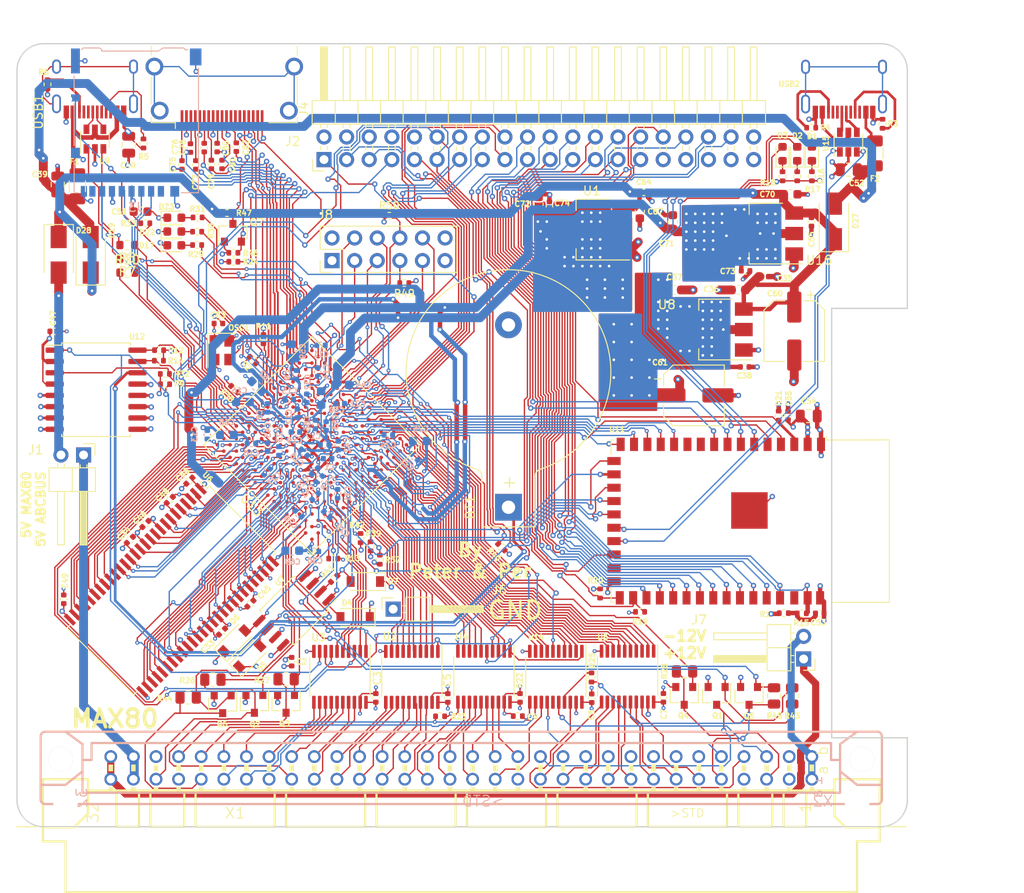
<source format=kicad_pcb>
(kicad_pcb (version 20171130) (host pcbnew 5.99.0+really5.1.10+dfsg1-1)

  (general
    (thickness 1.6)
    (drawings 19)
    (tracks 5327)
    (zones 0)
    (modules 177)
    (nets 303)
  )

  (page A4)
  (title_block
    (title MAX80)
    (date 2021-11-07)
    (rev 0.02)
    (company "No name")
  )

  (layers
    (0 F.Cu signal)
    (1 In1.Cu power)
    (2 In2.Cu signal)
    (31 B.Cu signal)
    (32 B.Adhes user)
    (33 F.Adhes user)
    (34 B.Paste user)
    (35 F.Paste user)
    (36 B.SilkS user)
    (37 F.SilkS user)
    (38 B.Mask user)
    (39 F.Mask user)
    (40 Dwgs.User user)
    (41 Cmts.User user)
    (42 Eco1.User user)
    (43 Eco2.User user)
    (44 Edge.Cuts user)
    (45 Margin user)
    (46 B.CrtYd user)
    (47 F.CrtYd user)
    (48 B.Fab user hide)
    (49 F.Fab user hide)
  )

  (setup
    (last_trace_width 0.15)
    (user_trace_width 0.15)
    (user_trace_width 0.3)
    (user_trace_width 0.5)
    (trace_clearance 0.15)
    (zone_clearance 0.15)
    (zone_45_only no)
    (trace_min 0.15)
    (via_size 0.6)
    (via_drill 0.3)
    (via_min_size 0.45)
    (via_min_drill 0.2)
    (user_via 0.45 0.2)
    (uvia_size 0.3)
    (uvia_drill 0.1)
    (uvias_allowed yes)
    (uvia_min_size 0.2)
    (uvia_min_drill 0.1)
    (edge_width 0.15)
    (segment_width 0.3)
    (pcb_text_width 0.3)
    (pcb_text_size 1.5 1.5)
    (mod_edge_width 0.15)
    (mod_text_size 1 1)
    (mod_text_width 0.15)
    (pad_size 3.5 1.6)
    (pad_drill 0)
    (pad_to_mask_clearance 0)
    (aux_axis_origin 0 0)
    (grid_origin 132.45 85.75)
    (visible_elements FFFFFF7F)
    (pcbplotparams
      (layerselection 0x010fc_ffffffff)
      (usegerberextensions false)
      (usegerberattributes true)
      (usegerberadvancedattributes true)
      (creategerberjobfile true)
      (excludeedgelayer true)
      (linewidth 0.100000)
      (plotframeref false)
      (viasonmask false)
      (mode 1)
      (useauxorigin false)
      (hpglpennumber 1)
      (hpglpenspeed 20)
      (hpglpendiameter 15.000000)
      (psnegative false)
      (psa4output false)
      (plotreference true)
      (plotvalue true)
      (plotinvisibletext false)
      (padsonsilk false)
      (subtractmaskfromsilk false)
      (outputformat 1)
      (mirror false)
      (drillshape 0)
      (scaleselection 1)
      (outputdirectory "max80_gerber002"))
  )

  (net 0 "")
  (net 1 GND)
  (net 2 +5V)
  (net 3 "Net-(R5-Pad2)")
  (net 4 "Net-(R6-Pad2)")
  (net 5 "Net-(U9-Pad4)")
  (net 6 "Net-(U9-Pad6)")
  (net 7 "Net-(USB1-Pad13)")
  (net 8 "Net-(BT1-Pad1)")
  (net 9 /A4)
  (net 10 /A3)
  (net 11 /A2)
  (net 12 /A1)
  (net 13 /A0)
  (net 14 /IO0)
  (net 15 /IO3)
  (net 16 /IO4)
  (net 17 /IO5)
  (net 18 /IO6)
  (net 19 /IO7)
  (net 20 /A11)
  (net 21 /IO9)
  (net 22 /A8)
  (net 23 /A7)
  (net 24 /A6)
  (net 25 /A5)
  (net 26 /A9)
  (net 27 /A10)
  (net 28 /A12)
  (net 29 /IO8)
  (net 30 /IO10)
  (net 31 /IO11)
  (net 32 /IO12)
  (net 33 /IO13)
  (net 34 /IO14)
  (net 35 /IO15)
  (net 36 /abc80bus/D7)
  (net 37 /abc80bus/D6)
  (net 38 /abc80bus/D5)
  (net 39 /abc80bus/D4)
  (net 40 /abc80bus/D3)
  (net 41 /abc80bus/D2)
  (net 42 /abc80bus/D1)
  (net 43 /abc80bus/D0)
  (net 44 /abc80bus/A8)
  (net 45 /abc80bus/A9)
  (net 46 /abc80bus/A10)
  (net 47 /abc80bus/A11)
  (net 48 /abc80bus/A12)
  (net 49 /abc80bus/A13)
  (net 50 /abc80bus/A14)
  (net 51 /abc80bus/A15)
  (net 52 /abc80bus/A7)
  (net 53 /abc80bus/A6)
  (net 54 /abc80bus/A5)
  (net 55 /abc80bus/A4)
  (net 56 /abc80bus/A3)
  (net 57 /abc80bus/A2)
  (net 58 /abc80bus/A1)
  (net 59 /abc80bus/A0)
  (net 60 /IO1)
  (net 61 /IO2)
  (net 62 /32KHZ)
  (net 63 /RTC_INT)
  (net 64 /abc80bus/ABC5V)
  (net 65 /SD_DAT3)
  (net 66 /SD_CMD)
  (net 67 /SD_CLK)
  (net 68 /SD_DAT0)
  (net 69 FPGA_TDI)
  (net 70 FPGA_TMS)
  (net 71 FPGA_TDO)
  (net 72 FPGA_TCK)
  (net 73 ABC_CLK_5)
  (net 74 /FPGA_SCL)
  (net 75 /FPGA_SDA)
  (net 76 FPGA_SPI_CLK)
  (net 77 FGPA_SPI_CS_ESP32)
  (net 78 INT_ESP32)
  (net 79 "Net-(C53-Pad1)")
  (net 80 "Net-(F2-Pad2)")
  (net 81 ESP32_TDO)
  (net 82 ESP32_TCK)
  (net 83 ESP32_TMS)
  (net 84 ESP32_IO0)
  (net 85 ESP32_RXD)
  (net 86 ESP32_TXD)
  (net 87 ESP32_EN)
  (net 88 "Net-(R3-Pad2)")
  (net 89 "Net-(R4-Pad2)")
  (net 90 /ESP32/USB_D-)
  (net 91 /ESP32/USB_D+)
  (net 92 ESP32_TDI)
  (net 93 "Net-(U15-Pad6)")
  (net 94 "Net-(U15-Pad4)")
  (net 95 "Net-(USB2-Pad13)")
  (net 96 "Net-(D1-Pad2)")
  (net 97 "Net-(D1-Pad1)")
  (net 98 "Net-(D2-Pad2)")
  (net 99 "Net-(D2-Pad1)")
  (net 100 "Net-(D3-Pad2)")
  (net 101 "Net-(D3-Pad1)")
  (net 102 ESP32_SCL)
  (net 103 ESP32_SDA)
  (net 104 ESP32_CS2)
  (net 105 ESP32_CS0)
  (net 106 ESP32_MISO)
  (net 107 ESP32_SCK)
  (net 108 ESP32_MOSI)
  (net 109 ESP32_CS1)
  (net 110 /abc80bus/~CS)
  (net 111 /abc80bus/~C4)
  (net 112 /abc80bus/~C3)
  (net 113 /abc80bus/~C2)
  (net 114 /abc80bus/~C1)
  (net 115 /abc80bus/~OUT)
  (net 116 /abc80bus/~RST)
  (net 117 /abc80bus/~XMEMFL)
  (net 118 /abc80bus/~INP)
  (net 119 /abc80bus/~STATUS)
  (net 120 /abc80bus/~XINPSTB)
  (net 121 /abc80bus/~XOUTSTB)
  (net 122 AD0)
  (net 123 AD1)
  (net 124 AD2)
  (net 125 AD3)
  (net 126 AD4)
  (net 127 AD5)
  (net 128 AD6)
  (net 129 AD7)
  (net 130 /abc80bus/~RESIN)
  (net 131 /FPGA_LED1)
  (net 132 /FPGA_LED2)
  (net 133 /FPGA_LED3)
  (net 134 "Net-(D17-Pad2)")
  (net 135 "Net-(D22-Pad2)")
  (net 136 "Net-(D23-Pad2)")
  (net 137 FPGA_GPIO3)
  (net 138 FPGA_GPIO2)
  (net 139 FPGA_GPIO1)
  (net 140 FPGA_GPIO0)
  (net 141 FPGA_GPIO5)
  (net 142 FPGA_GPIO4)
  (net 143 /abc80bus/READY)
  (net 144 /abc80bus/~NMI)
  (net 145 ~FPGA_READY)
  (net 146 FPGA_NMI)
  (net 147 FPGA_RESIN)
  (net 148 /DQMH)
  (net 149 /CLK)
  (net 150 /BA1)
  (net 151 /BA0)
  (net 152 /DQML)
  (net 153 "Net-(D28-Pad2)")
  (net 154 "Net-(F1-Pad2)")
  (net 155 /WE#)
  (net 156 /CAS#)
  (net 157 /RAS#)
  (net 158 /CS#)
  (net 159 +3V3)
  (net 160 +2V5)
  (net 161 +1V2)
  (net 162 "Net-(R13-Pad1)")
  (net 163 "Net-(R37-Pad2)")
  (net 164 "Net-(R38-Pad2)")
  (net 165 "Net-(R41-Pad2)")
  (net 166 DATA0)
  (net 167 ~CS_ABC_3V3)
  (net 168 ~OUT_ABC_3V3)
  (net 169 AD8)
  (net 170 ~C1_ABC_3V3)
  (net 171 AD9)
  (net 172 ~C2_ABC_3V3)
  (net 173 AD10)
  (net 174 ~C3_ABC_3V3)
  (net 175 ~C4_ABC_3V3)
  (net 176 AD11)
  (net 177 AD12)
  (net 178 AD13)
  (net 179 AD14)
  (net 180 AD15)
  (net 181 DLCK)
  (net 182 ASD0)
  (net 183 nCE0)
  (net 184 ~INP_ABC_3V3)
  (net 185 ~STATUS_ABC_3V3)
  (net 186 DD0)
  (net 187 DD1)
  (net 188 DD2)
  (net 189 DD3)
  (net 190 DD4)
  (net 191 DD5)
  (net 192 DD6)
  (net 193 DD7)
  (net 194 DD8)
  (net 195 ~XOUTSTB_ABC_3V3)
  (net 196 ~RST_ABC_3V3)
  (net 197 ~XMEMFL_ABC_3V3)
  (net 198 ~XINPSTB_ABC_3V3)
  (net 199 ABC_CLK_3V3)
  (net 200 FPGA_SPI_MOSI)
  (net 201 FPGA_SPI_MISO)
  (net 202 CLK0n)
  (net 203 HDMI_CK-)
  (net 204 HDMI_D0+)
  (net 205 HDMI_D1-)
  (net 206 HDMI_D2+)
  (net 207 HDMI_CK+)
  (net 208 HDMI_D0-)
  (net 209 HDMI_D1+)
  (net 210 HDMI_D2-)
  (net 211 HDMI_SDA)
  (net 212 HDMI_HPD)
  (net 213 HDMI_SCL)
  (net 214 FPGA_JTAGEN)
  (net 215 FLASH_CS#)
  (net 216 /abc80bus/~INT)
  (net 217 /abc80bus/~XMEMW800)
  (net 218 /abc80bus/~XMEMW80)
  (net 219 INT_ABC_3V3)
  (net 220 INT800_ABC_3V3)
  (net 221 ~XMEMW80_ABC_3V3)
  (net 222 ~XMEMW800_ABC_3V3)
  (net 223 /abc80bus/~XM)
  (net 224 XM_ABC_3V3)
  (net 225 "Net-(R25-Pad2)")
  (net 226 AD16)
  (net 227 /abc80bus/ABC_-12V)
  (net 228 /abc80bus/ABC_12V)
  (net 229 "Net-(C75-Pad1)")
  (net 230 "Net-(C76-Pad1)")
  (net 231 "Net-(C77-Pad1)")
  (net 232 "Net-(C78-Pad1)")
  (net 233 "Net-(C79-Pad1)")
  (net 234 "Net-(C80-Pad1)")
  (net 235 "Net-(C81-Pad1)")
  (net 236 "Net-(C82-Pad1)")
  (net 237 EXT_HG)
  (net 238 EXT_HB)
  (net 239 EXT_HE)
  (net 240 EXT_HC)
  (net 241 EXT_HA)
  (net 242 EXT_HF)
  (net 243 EXT_HH)
  (net 244 EXT_HD)
  (net 245 "Net-(J4-Pad40)")
  (net 246 "Net-(J4-Pad8)")
  (net 247 "Net-(J4-Pad6)")
  (net 248 "Net-(U6-Pad40)")
  (net 249 "Net-(U11-Pad10)")
  (net 250 "Net-(U11-Pad11)")
  (net 251 "Net-(U11-Pad25)")
  (net 252 "Net-(U11-Pad40)")
  (net 253 "Net-(U13-PadK12)")
  (net 254 "Net-(U13-PadL11)")
  (net 255 "Net-(U13-PadP15)")
  (net 256 "Net-(U13-PadJ14)")
  (net 257 "Net-(U13-PadL14)")
  (net 258 "Net-(U13-PadN14)")
  (net 259 "Net-(U13-PadK10)")
  (net 260 "Net-(U13-PadK9)")
  (net 261 "Net-(U13-PadL9)")
  (net 262 "Net-(U13-PadJ13)")
  (net 263 "Net-(U13-PadJ12)")
  (net 264 "Net-(U13-PadP11)")
  (net 265 "Net-(U13-PadL6)")
  (net 266 "Net-(U13-PadK6)")
  (net 267 "Net-(U13-PadC3)")
  (net 268 "Net-(U14-Pad15)")
  (net 269 "Net-(U14-Pad5)")
  (net 270 "Net-(USB1-Pad3)")
  (net 271 "Net-(USB1-Pad9)")
  (net 272 "Net-(USB1-Pad5)")
  (net 273 "Net-(USB1-Pad8)")
  (net 274 "Net-(USB2-Pad3)")
  (net 275 "Net-(USB2-Pad9)")
  (net 276 "Net-(USB2-Pad5)")
  (net 277 "Net-(USB2-Pad8)")
  (net 278 "Net-(X1-PadB30)")
  (net 279 "Net-(X1-PadB12)")
  (net 280 "Net-(X1-PadB11)")
  (net 281 "Net-(X1-PadB10)")
  (net 282 "Net-(X1-PadB9)")
  (net 283 "Net-(X1-PadB8)")
  (net 284 "Net-(X1-PadB7)")
  (net 285 "Net-(X1-PadB6)")
  (net 286 "Net-(X1-PadA29)")
  (net 287 "Net-(X1-PadA25)")
  (net 288 "Net-(X1-PadA14)")
  (net 289 "Net-(J2-PadSH)")
  (net 290 "Net-(J2-Pad19)")
  (net 291 "Net-(J2-Pad14)")
  (net 292 "Net-(J2-Pad13)")
  (net 293 /~SD_DETECT)
  (net 294 "Net-(J3-Pad1)")
  (net 295 "Net-(J3-Pad8)")
  (net 296 "Net-(U13-PadF13)")
  (net 297 "Net-(R7-Pad2)")
  (net 298 /FPGA_USB_DS_DP)
  (net 299 "Net-(R8-Pad2)")
  (net 300 /FPGA_USB_DS_DN)
  (net 301 /FPGA_USB_PU)
  (net 302 +5VP)

  (net_class Default "This is the default net class."
    (clearance 0.15)
    (trace_width 0.15)
    (via_dia 0.6)
    (via_drill 0.3)
    (uvia_dia 0.3)
    (uvia_drill 0.1)
    (add_net +1V2)
    (add_net +2V5)
    (add_net +3V3)
    (add_net +5V)
    (add_net +5VP)
    (add_net /32KHZ)
    (add_net /A0)
    (add_net /A1)
    (add_net /A10)
    (add_net /A11)
    (add_net /A12)
    (add_net /A2)
    (add_net /A3)
    (add_net /A4)
    (add_net /A5)
    (add_net /A6)
    (add_net /A7)
    (add_net /A8)
    (add_net /A9)
    (add_net /BA0)
    (add_net /BA1)
    (add_net /CAS#)
    (add_net /CLK)
    (add_net /CS#)
    (add_net /DQMH)
    (add_net /DQML)
    (add_net /ESP32/USB_D+)
    (add_net /ESP32/USB_D-)
    (add_net /FPGA_LED1)
    (add_net /FPGA_LED2)
    (add_net /FPGA_LED3)
    (add_net /FPGA_SCL)
    (add_net /FPGA_SDA)
    (add_net /FPGA_USB_DS_DN)
    (add_net /FPGA_USB_DS_DP)
    (add_net /FPGA_USB_PU)
    (add_net /IO0)
    (add_net /IO1)
    (add_net /IO10)
    (add_net /IO11)
    (add_net /IO12)
    (add_net /IO13)
    (add_net /IO14)
    (add_net /IO15)
    (add_net /IO2)
    (add_net /IO3)
    (add_net /IO4)
    (add_net /IO5)
    (add_net /IO6)
    (add_net /IO7)
    (add_net /IO8)
    (add_net /IO9)
    (add_net /RAS#)
    (add_net /RTC_INT)
    (add_net /SD_CLK)
    (add_net /SD_CMD)
    (add_net /SD_DAT0)
    (add_net /SD_DAT3)
    (add_net /WE#)
    (add_net /abc80bus/A0)
    (add_net /abc80bus/A1)
    (add_net /abc80bus/A10)
    (add_net /abc80bus/A11)
    (add_net /abc80bus/A12)
    (add_net /abc80bus/A13)
    (add_net /abc80bus/A14)
    (add_net /abc80bus/A15)
    (add_net /abc80bus/A2)
    (add_net /abc80bus/A3)
    (add_net /abc80bus/A4)
    (add_net /abc80bus/A5)
    (add_net /abc80bus/A6)
    (add_net /abc80bus/A7)
    (add_net /abc80bus/A8)
    (add_net /abc80bus/A9)
    (add_net /abc80bus/ABC5V)
    (add_net /abc80bus/ABC_-12V)
    (add_net /abc80bus/ABC_12V)
    (add_net /abc80bus/D0)
    (add_net /abc80bus/D1)
    (add_net /abc80bus/D2)
    (add_net /abc80bus/D3)
    (add_net /abc80bus/D4)
    (add_net /abc80bus/D5)
    (add_net /abc80bus/D6)
    (add_net /abc80bus/D7)
    (add_net /abc80bus/READY)
    (add_net /abc80bus/~C1)
    (add_net /abc80bus/~C2)
    (add_net /abc80bus/~C3)
    (add_net /abc80bus/~C4)
    (add_net /abc80bus/~CS)
    (add_net /abc80bus/~INP)
    (add_net /abc80bus/~INT)
    (add_net /abc80bus/~NMI)
    (add_net /abc80bus/~OUT)
    (add_net /abc80bus/~RESIN)
    (add_net /abc80bus/~RST)
    (add_net /abc80bus/~STATUS)
    (add_net /abc80bus/~XINPSTB)
    (add_net /abc80bus/~XM)
    (add_net /abc80bus/~XMEMFL)
    (add_net /abc80bus/~XMEMW80)
    (add_net /abc80bus/~XMEMW800)
    (add_net /abc80bus/~XOUTSTB)
    (add_net /~SD_DETECT)
    (add_net ABC_CLK_3V3)
    (add_net ABC_CLK_5)
    (add_net AD0)
    (add_net AD1)
    (add_net AD10)
    (add_net AD11)
    (add_net AD12)
    (add_net AD13)
    (add_net AD14)
    (add_net AD15)
    (add_net AD16)
    (add_net AD2)
    (add_net AD3)
    (add_net AD4)
    (add_net AD5)
    (add_net AD6)
    (add_net AD7)
    (add_net AD8)
    (add_net AD9)
    (add_net ASD0)
    (add_net CLK0n)
    (add_net DATA0)
    (add_net DD0)
    (add_net DD1)
    (add_net DD2)
    (add_net DD3)
    (add_net DD4)
    (add_net DD5)
    (add_net DD6)
    (add_net DD7)
    (add_net DD8)
    (add_net DLCK)
    (add_net ESP32_CS0)
    (add_net ESP32_CS1)
    (add_net ESP32_CS2)
    (add_net ESP32_EN)
    (add_net ESP32_IO0)
    (add_net ESP32_MISO)
    (add_net ESP32_MOSI)
    (add_net ESP32_RXD)
    (add_net ESP32_SCK)
    (add_net ESP32_SCL)
    (add_net ESP32_SDA)
    (add_net ESP32_TCK)
    (add_net ESP32_TDI)
    (add_net ESP32_TDO)
    (add_net ESP32_TMS)
    (add_net ESP32_TXD)
    (add_net EXT_HA)
    (add_net EXT_HB)
    (add_net EXT_HC)
    (add_net EXT_HD)
    (add_net EXT_HE)
    (add_net EXT_HF)
    (add_net EXT_HG)
    (add_net EXT_HH)
    (add_net FGPA_SPI_CS_ESP32)
    (add_net FLASH_CS#)
    (add_net FPGA_GPIO0)
    (add_net FPGA_GPIO1)
    (add_net FPGA_GPIO2)
    (add_net FPGA_GPIO3)
    (add_net FPGA_GPIO4)
    (add_net FPGA_GPIO5)
    (add_net FPGA_JTAGEN)
    (add_net FPGA_NMI)
    (add_net FPGA_RESIN)
    (add_net FPGA_SPI_CLK)
    (add_net FPGA_SPI_MISO)
    (add_net FPGA_SPI_MOSI)
    (add_net FPGA_TCK)
    (add_net FPGA_TDI)
    (add_net FPGA_TDO)
    (add_net FPGA_TMS)
    (add_net GND)
    (add_net HDMI_CK+)
    (add_net HDMI_CK-)
    (add_net HDMI_D0+)
    (add_net HDMI_D0-)
    (add_net HDMI_D1+)
    (add_net HDMI_D1-)
    (add_net HDMI_D2+)
    (add_net HDMI_D2-)
    (add_net HDMI_HPD)
    (add_net HDMI_SCL)
    (add_net HDMI_SDA)
    (add_net INT800_ABC_3V3)
    (add_net INT_ABC_3V3)
    (add_net INT_ESP32)
    (add_net "Net-(BT1-Pad1)")
    (add_net "Net-(C53-Pad1)")
    (add_net "Net-(C75-Pad1)")
    (add_net "Net-(C76-Pad1)")
    (add_net "Net-(C77-Pad1)")
    (add_net "Net-(C78-Pad1)")
    (add_net "Net-(C79-Pad1)")
    (add_net "Net-(C80-Pad1)")
    (add_net "Net-(C81-Pad1)")
    (add_net "Net-(C82-Pad1)")
    (add_net "Net-(D1-Pad1)")
    (add_net "Net-(D1-Pad2)")
    (add_net "Net-(D17-Pad2)")
    (add_net "Net-(D2-Pad1)")
    (add_net "Net-(D2-Pad2)")
    (add_net "Net-(D22-Pad2)")
    (add_net "Net-(D23-Pad2)")
    (add_net "Net-(D28-Pad2)")
    (add_net "Net-(D3-Pad1)")
    (add_net "Net-(D3-Pad2)")
    (add_net "Net-(F1-Pad2)")
    (add_net "Net-(F2-Pad2)")
    (add_net "Net-(J2-Pad13)")
    (add_net "Net-(J2-Pad14)")
    (add_net "Net-(J2-Pad19)")
    (add_net "Net-(J2-PadSH)")
    (add_net "Net-(J3-Pad1)")
    (add_net "Net-(J3-Pad8)")
    (add_net "Net-(J4-Pad40)")
    (add_net "Net-(J4-Pad6)")
    (add_net "Net-(J4-Pad8)")
    (add_net "Net-(R13-Pad1)")
    (add_net "Net-(R25-Pad2)")
    (add_net "Net-(R3-Pad2)")
    (add_net "Net-(R37-Pad2)")
    (add_net "Net-(R38-Pad2)")
    (add_net "Net-(R4-Pad2)")
    (add_net "Net-(R41-Pad2)")
    (add_net "Net-(R5-Pad2)")
    (add_net "Net-(R6-Pad2)")
    (add_net "Net-(R7-Pad2)")
    (add_net "Net-(R8-Pad2)")
    (add_net "Net-(U11-Pad10)")
    (add_net "Net-(U11-Pad11)")
    (add_net "Net-(U11-Pad25)")
    (add_net "Net-(U11-Pad40)")
    (add_net "Net-(U13-PadC3)")
    (add_net "Net-(U13-PadF13)")
    (add_net "Net-(U13-PadJ12)")
    (add_net "Net-(U13-PadJ13)")
    (add_net "Net-(U13-PadJ14)")
    (add_net "Net-(U13-PadK10)")
    (add_net "Net-(U13-PadK12)")
    (add_net "Net-(U13-PadK6)")
    (add_net "Net-(U13-PadK9)")
    (add_net "Net-(U13-PadL11)")
    (add_net "Net-(U13-PadL14)")
    (add_net "Net-(U13-PadL6)")
    (add_net "Net-(U13-PadL9)")
    (add_net "Net-(U13-PadN14)")
    (add_net "Net-(U13-PadP11)")
    (add_net "Net-(U13-PadP15)")
    (add_net "Net-(U14-Pad15)")
    (add_net "Net-(U14-Pad5)")
    (add_net "Net-(U15-Pad4)")
    (add_net "Net-(U15-Pad6)")
    (add_net "Net-(U6-Pad40)")
    (add_net "Net-(U9-Pad4)")
    (add_net "Net-(U9-Pad6)")
    (add_net "Net-(USB1-Pad13)")
    (add_net "Net-(USB1-Pad3)")
    (add_net "Net-(USB1-Pad5)")
    (add_net "Net-(USB1-Pad8)")
    (add_net "Net-(USB1-Pad9)")
    (add_net "Net-(USB2-Pad13)")
    (add_net "Net-(USB2-Pad3)")
    (add_net "Net-(USB2-Pad5)")
    (add_net "Net-(USB2-Pad8)")
    (add_net "Net-(USB2-Pad9)")
    (add_net "Net-(X1-PadA14)")
    (add_net "Net-(X1-PadA25)")
    (add_net "Net-(X1-PadA29)")
    (add_net "Net-(X1-PadB10)")
    (add_net "Net-(X1-PadB11)")
    (add_net "Net-(X1-PadB12)")
    (add_net "Net-(X1-PadB30)")
    (add_net "Net-(X1-PadB6)")
    (add_net "Net-(X1-PadB7)")
    (add_net "Net-(X1-PadB8)")
    (add_net "Net-(X1-PadB9)")
    (add_net XM_ABC_3V3)
    (add_net nCE0)
    (add_net ~C1_ABC_3V3)
    (add_net ~C2_ABC_3V3)
    (add_net ~C3_ABC_3V3)
    (add_net ~C4_ABC_3V3)
    (add_net ~CS_ABC_3V3)
    (add_net ~FPGA_READY)
    (add_net ~INP_ABC_3V3)
    (add_net ~OUT_ABC_3V3)
    (add_net ~RST_ABC_3V3)
    (add_net ~STATUS_ABC_3V3)
    (add_net ~XINPSTB_ABC_3V3)
    (add_net ~XMEMFL_ABC_3V3)
    (add_net ~XMEMW800_ABC_3V3)
    (add_net ~XMEMW80_ABC_3V3)
    (add_net ~XOUTSTB_ABC_3V3)
  )

  (module Package_BGA:BGA-256_17.0x17.0mm_Layout16x16_P1.0mm_Ball0.5mm_Pad0.4mm_NSMD (layer F.Cu) (tedit 5A058D74) (tstamp 619D06B0)
    (at 138.095 85.555 135)
    (descr "BGA-256, dimensions: https://www.xilinx.com/support/documentation/package_specs/ft256.pdf, design rules: https://www.xilinx.com/support/documentation/user_guides/ug1099-bga-device-design-rules.pdf")
    (tags BGA-256)
    (path /6055A8B6)
    (attr smd)
    (fp_text reference U13 (at 0 -9.6 135) (layer F.SilkS)
      (effects (font (size 1 1) (thickness 0.15)))
    )
    (fp_text value EP4CE15F17C8N (at 0 9.7 135) (layer F.Fab)
      (effects (font (size 1 1) (thickness 0.15)))
    )
    (fp_text user %R (at 0 0 135) (layer F.Fab)
      (effects (font (size 1 1) (thickness 0.15)))
    )
    (fp_line (start -8.1 -8.8) (end -8.8 -8.8) (layer F.SilkS) (width 0.12))
    (fp_line (start -8.8 -8.8) (end -8.8 -8.1) (layer F.SilkS) (width 0.12))
    (fp_line (start 8.6 -8.6) (end -8.6 -8.6) (layer F.SilkS) (width 0.12))
    (fp_line (start -8.6 -8.6) (end -8.6 8.6) (layer F.SilkS) (width 0.12))
    (fp_line (start -8.6 8.6) (end 8.6 8.6) (layer F.SilkS) (width 0.12))
    (fp_line (start 8.6 8.6) (end 8.6 -8.6) (layer F.SilkS) (width 0.12))
    (fp_line (start -8.5 8.5) (end 8.5 8.5) (layer F.Fab) (width 0.1))
    (fp_line (start 8.5 8.5) (end 8.5 -8.5) (layer F.Fab) (width 0.1))
    (fp_line (start 8.5 -8.5) (end -8 -8.5) (layer F.Fab) (width 0.1))
    (fp_line (start -8 -8.5) (end -8.5 -8) (layer F.Fab) (width 0.1))
    (fp_line (start -8.5 -8) (end -8.5 8.5) (layer F.Fab) (width 0.1))
    (fp_line (start -9.5 -9.5) (end 9.5 -9.5) (layer F.CrtYd) (width 0.05))
    (fp_line (start -9.5 -9.5) (end -9.5 9.5) (layer F.CrtYd) (width 0.05))
    (fp_line (start 9.5 9.5) (end 9.5 -9.5) (layer F.CrtYd) (width 0.05))
    (fp_line (start 9.5 9.5) (end -9.5 9.5) (layer F.CrtYd) (width 0.05))
    (pad H16 smd circle (at 7.5 -0.5 135) (size 0.4 0.4) (layers F.Cu F.Paste F.Mask)
      (net 1 GND))
    (pad J16 smd circle (at 7.5 0.5 135) (size 0.4 0.4) (layers F.Cu F.Paste F.Mask)
      (net 203 HDMI_CK-))
    (pad K16 smd circle (at 7.5 1.5 135) (size 0.4 0.4) (layers F.Cu F.Paste F.Mask)
      (net 208 HDMI_D0-))
    (pad L16 smd circle (at 7.5 2.5 135) (size 0.4 0.4) (layers F.Cu F.Paste F.Mask)
      (net 298 /FPGA_USB_DS_DP))
    (pad M16 smd circle (at 7.5 3.5 135) (size 0.4 0.4) (layers F.Cu F.Paste F.Mask)
      (net 1 GND))
    (pad N16 smd circle (at 7.5 4.5 135) (size 0.4 0.4) (layers F.Cu F.Paste F.Mask)
      (net 205 HDMI_D1-))
    (pad P16 smd circle (at 7.5 5.5 135) (size 0.4 0.4) (layers F.Cu F.Paste F.Mask)
      (net 210 HDMI_D2-))
    (pad R16 smd circle (at 7.5 6.5 135) (size 0.4 0.4) (layers F.Cu F.Paste F.Mask)
      (net 206 HDMI_D2+))
    (pad T16 smd circle (at 7.5 7.5 135) (size 0.4 0.4) (layers F.Cu F.Paste F.Mask)
      (net 159 +3V3))
    (pad N12 smd circle (at 3.5 4.5 135) (size 0.4 0.4) (layers F.Cu F.Paste F.Mask)
      (net 241 EXT_HA))
    (pad M12 smd circle (at 3.5 3.5 135) (size 0.4 0.4) (layers F.Cu F.Paste F.Mask)
      (net 1 GND))
    (pad L12 smd circle (at 3.5 2.5 135) (size 0.4 0.4) (layers F.Cu F.Paste F.Mask)
      (net 160 +2V5))
    (pad K12 smd circle (at 3.5 1.5 135) (size 0.4 0.4) (layers F.Cu F.Paste F.Mask)
      (net 253 "Net-(U13-PadK12)"))
    (pad K11 smd circle (at 2.5 1.5 135) (size 0.4 0.4) (layers F.Cu F.Paste F.Mask)
      (net 161 +1V2))
    (pad L11 smd circle (at 2.5 2.5 135) (size 0.4 0.4) (layers F.Cu F.Paste F.Mask)
      (net 254 "Net-(U13-PadL11)"))
    (pad M11 smd circle (at 2.5 3.5 135) (size 0.4 0.4) (layers F.Cu F.Paste F.Mask)
      (net 213 HDMI_SCL))
    (pad N11 smd circle (at 2.5 4.5 135) (size 0.4 0.4) (layers F.Cu F.Paste F.Mask)
      (net 237 EXT_HG))
    (pad T15 smd circle (at 6.5 7.5 135) (size 0.4 0.4) (layers F.Cu F.Paste F.Mask)
      (net 212 HDMI_HPD))
    (pad R15 smd circle (at 6.5 6.5 135) (size 0.4 0.4) (layers F.Cu F.Paste F.Mask)
      (net 1 GND))
    (pad P15 smd circle (at 6.5 5.5 135) (size 0.4 0.4) (layers F.Cu F.Paste F.Mask)
      (net 255 "Net-(U13-PadP15)"))
    (pad N15 smd circle (at 6.5 4.5 135) (size 0.4 0.4) (layers F.Cu F.Paste F.Mask)
      (net 209 HDMI_D1+))
    (pad M15 smd circle (at 6.5 3.5 135) (size 0.4 0.4) (layers F.Cu F.Paste F.Mask)
      (net 202 CLK0n))
    (pad L15 smd circle (at 6.5 2.5 135) (size 0.4 0.4) (layers F.Cu F.Paste F.Mask)
      (net 293 /~SD_DETECT))
    (pad K15 smd circle (at 6.5 1.5 135) (size 0.4 0.4) (layers F.Cu F.Paste F.Mask)
      (net 204 HDMI_D0+))
    (pad J15 smd circle (at 6.5 0.5 135) (size 0.4 0.4) (layers F.Cu F.Paste F.Mask)
      (net 207 HDMI_CK+))
    (pad H15 smd circle (at 6.5 -0.5 135) (size 0.4 0.4) (layers F.Cu F.Paste F.Mask)
      (net 1 GND))
    (pad H14 smd circle (at 5.5 -0.5 135) (size 0.4 0.4) (layers F.Cu F.Paste F.Mask)
      (net 164 "Net-(R38-Pad2)"))
    (pad J14 smd circle (at 5.5 0.5 135) (size 0.4 0.4) (layers F.Cu F.Paste F.Mask)
      (net 256 "Net-(U13-PadJ14)"))
    (pad K14 smd circle (at 5.5 1.5 135) (size 0.4 0.4) (layers F.Cu F.Paste F.Mask)
      (net 160 +2V5))
    (pad L14 smd circle (at 5.5 2.5 135) (size 0.4 0.4) (layers F.Cu F.Paste F.Mask)
      (net 257 "Net-(U13-PadL14)"))
    (pad M14 smd circle (at 5.5 3.5 135) (size 0.4 0.4) (layers F.Cu F.Paste F.Mask)
      (net 160 +2V5))
    (pad N14 smd circle (at 5.5 4.5 135) (size 0.4 0.4) (layers F.Cu F.Paste F.Mask)
      (net 258 "Net-(U13-PadN14)"))
    (pad P14 smd circle (at 5.5 5.5 135) (size 0.4 0.4) (layers F.Cu F.Paste F.Mask)
      (net 133 /FPGA_LED3))
    (pad R14 smd circle (at 5.5 6.5 135) (size 0.4 0.4) (layers F.Cu F.Paste F.Mask)
      (net 132 /FPGA_LED2))
    (pad T14 smd circle (at 5.5 7.5 135) (size 0.4 0.4) (layers F.Cu F.Paste F.Mask)
      (net 178 AD13))
    (pad N10 smd circle (at 1.5 4.5 135) (size 0.4 0.4) (layers F.Cu F.Paste F.Mask)
      (net 1 GND))
    (pad M10 smd circle (at 1.5 3.5 135) (size 0.4 0.4) (layers F.Cu F.Paste F.Mask)
      (net 128 AD6))
    (pad L10 smd circle (at 1.5 2.5 135) (size 0.4 0.4) (layers F.Cu F.Paste F.Mask)
      (net 195 ~XOUTSTB_ABC_3V3))
    (pad K10 smd circle (at 1.5 1.5 135) (size 0.4 0.4) (layers F.Cu F.Paste F.Mask)
      (net 259 "Net-(U13-PadK10)"))
    (pad K9 smd circle (at 0.5 1.5 135) (size 0.4 0.4) (layers F.Cu F.Paste F.Mask)
      (net 260 "Net-(U13-PadK9)"))
    (pad L9 smd circle (at 0.5 2.5 135) (size 0.4 0.4) (layers F.Cu F.Paste F.Mask)
      (net 261 "Net-(U13-PadL9)"))
    (pad M9 smd circle (at 0.5 3.5 135) (size 0.4 0.4) (layers F.Cu F.Paste F.Mask)
      (net 185 ~STATUS_ABC_3V3))
    (pad N9 smd circle (at 0.5 4.5 135) (size 0.4 0.4) (layers F.Cu F.Paste F.Mask)
      (net 238 EXT_HB))
    (pad T13 smd circle (at 4.5 7.5 135) (size 0.4 0.4) (layers F.Cu F.Paste F.Mask)
      (net 131 /FPGA_LED1))
    (pad R13 smd circle (at 4.5 6.5 135) (size 0.4 0.4) (layers F.Cu F.Paste F.Mask)
      (net 211 HDMI_SDA))
    (pad P13 smd circle (at 4.5 5.5 135) (size 0.4 0.4) (layers F.Cu F.Paste F.Mask)
      (net 159 +3V3))
    (pad N13 smd circle (at 4.5 4.5 135) (size 0.4 0.4) (layers F.Cu F.Paste F.Mask)
      (net 161 +1V2))
    (pad M13 smd circle (at 4.5 3.5 135) (size 0.4 0.4) (layers F.Cu F.Paste F.Mask)
      (net 1 GND))
    (pad L13 smd circle (at 4.5 2.5 135) (size 0.4 0.4) (layers F.Cu F.Paste F.Mask)
      (net 300 /FPGA_USB_DS_DN))
    (pad K13 smd circle (at 4.5 1.5 135) (size 0.4 0.4) (layers F.Cu F.Paste F.Mask)
      (net 1 GND))
    (pad J13 smd circle (at 4.5 0.5 135) (size 0.4 0.4) (layers F.Cu F.Paste F.Mask)
      (net 262 "Net-(U13-PadJ13)"))
    (pad H13 smd circle (at 4.5 -0.5 135) (size 0.4 0.4) (layers F.Cu F.Paste F.Mask)
      (net 1 GND))
    (pad J12 smd circle (at 3.5 0.5 135) (size 0.4 0.4) (layers F.Cu F.Paste F.Mask)
      (net 263 "Net-(U13-PadJ12)"))
    (pad J11 smd circle (at 2.5 0.5 135) (size 0.4 0.4) (layers F.Cu F.Paste F.Mask)
      (net 1 GND))
    (pad J10 smd circle (at 1.5 0.5 135) (size 0.4 0.4) (layers F.Cu F.Paste F.Mask)
      (net 1 GND))
    (pad H12 smd circle (at 3.5 -0.5 135) (size 0.4 0.4) (layers F.Cu F.Paste F.Mask)
      (net 159 +3V3))
    (pad H11 smd circle (at 2.5 -0.5 135) (size 0.4 0.4) (layers F.Cu F.Paste F.Mask)
      (net 161 +1V2))
    (pad H10 smd circle (at 1.5 -0.5 135) (size 0.4 0.4) (layers F.Cu F.Paste F.Mask)
      (net 1 GND))
    (pad H9 smd circle (at 0.5 -0.5 135) (size 0.4 0.4) (layers F.Cu F.Paste F.Mask)
      (net 1 GND))
    (pad T12 smd circle (at 3.5 7.5 135) (size 0.4 0.4) (layers F.Cu F.Paste F.Mask)
      (net 198 ~XINPSTB_ABC_3V3))
    (pad R12 smd circle (at 3.5 6.5 135) (size 0.4 0.4) (layers F.Cu F.Paste F.Mask)
      (net 239 EXT_HE))
    (pad G9 smd circle (at 0.5 -1.5 135) (size 0.4 0.4) (layers F.Cu F.Paste F.Mask)
      (net 161 +1V2))
    (pad G10 smd circle (at 1.5 -1.5 135) (size 0.4 0.4) (layers F.Cu F.Paste F.Mask)
      (net 161 +1V2))
    (pad G11 smd circle (at 2.5 -1.5 135) (size 0.4 0.4) (layers F.Cu F.Paste F.Mask)
      (net 74 /FPGA_SCL))
    (pad G12 smd circle (at 3.5 -1.5 135) (size 0.4 0.4) (layers F.Cu F.Paste F.Mask)
      (net 1 GND))
    (pad J9 smd circle (at 0.5 0.5 135) (size 0.4 0.4) (layers F.Cu F.Paste F.Mask)
      (net 1 GND))
    (pad F12 smd circle (at 3.5 -2.5 135) (size 0.4 0.4) (layers F.Cu F.Paste F.Mask)
      (net 160 +2V5))
    (pad F11 smd circle (at 2.5 -2.5 135) (size 0.4 0.4) (layers F.Cu F.Paste F.Mask)
      (net 161 +1V2))
    (pad F10 smd circle (at 1.5 -2.5 135) (size 0.4 0.4) (layers F.Cu F.Paste F.Mask)
      (net 1 GND))
    (pad F9 smd circle (at 0.5 -2.5 135) (size 0.4 0.4) (layers F.Cu F.Paste F.Mask)
      (net 155 /WE#))
    (pad P12 smd circle (at 3.5 5.5 135) (size 0.4 0.4) (layers F.Cu F.Paste F.Mask)
      (net 1 GND))
    (pad E12 smd circle (at 3.5 -3.5 135) (size 0.4 0.4) (layers F.Cu F.Paste F.Mask)
      (net 1 GND))
    (pad E11 smd circle (at 2.5 -3.5 135) (size 0.4 0.4) (layers F.Cu F.Paste F.Mask)
      (net 60 /IO1))
    (pad E10 smd circle (at 1.5 -3.5 135) (size 0.4 0.4) (layers F.Cu F.Paste F.Mask)
      (net 152 /DQML))
    (pad E9 smd circle (at 0.5 -3.5 135) (size 0.4 0.4) (layers F.Cu F.Paste F.Mask)
      (net 156 /CAS#))
    (pad N8 smd circle (at -0.5 4.5 135) (size 0.4 0.4) (layers F.Cu F.Paste F.Mask)
      (net 77 FGPA_SPI_CS_ESP32))
    (pad T11 smd circle (at 2.5 7.5 135) (size 0.4 0.4) (layers F.Cu F.Paste F.Mask)
      (net 242 EXT_HF))
    (pad T10 smd circle (at 1.5 7.5 135) (size 0.4 0.4) (layers F.Cu F.Paste F.Mask)
      (net 123 AD1))
    (pad T9 smd circle (at 0.5 7.5 135) (size 0.4 0.4) (layers F.Cu F.Paste F.Mask)
      (net 240 EXT_HC))
    (pad T8 smd circle (at -0.5 7.5 135) (size 0.4 0.4) (layers F.Cu F.Paste F.Mask)
      (net 1 GND))
    (pad T7 smd circle (at -1.5 7.5 135) (size 0.4 0.4) (layers F.Cu F.Paste F.Mask)
      (net 142 FPGA_GPIO4))
    (pad R11 smd circle (at 2.5 6.5 135) (size 0.4 0.4) (layers F.Cu F.Paste F.Mask)
      (net 244 EXT_HD))
    (pad R10 smd circle (at 1.5 6.5 135) (size 0.4 0.4) (layers F.Cu F.Paste F.Mask)
      (net 137 FPGA_GPIO3))
    (pad R9 smd circle (at 0.5 6.5 135) (size 0.4 0.4) (layers F.Cu F.Paste F.Mask)
      (net 159 +3V3))
    (pad R8 smd circle (at -0.5 6.5 135) (size 0.4 0.4) (layers F.Cu F.Paste F.Mask)
      (net 243 EXT_HH))
    (pad R7 smd circle (at -1.5 6.5 135) (size 0.4 0.4) (layers F.Cu F.Paste F.Mask)
      (net 141 FPGA_GPIO5))
    (pad P7 smd circle (at -1.5 5.5 135) (size 0.4 0.4) (layers F.Cu F.Paste F.Mask)
      (net 159 +3V3))
    (pad P8 smd circle (at -0.5 5.5 135) (size 0.4 0.4) (layers F.Cu F.Paste F.Mask)
      (net 78 INT_ESP32))
    (pad P9 smd circle (at 0.5 5.5 135) (size 0.4 0.4) (layers F.Cu F.Paste F.Mask)
      (net 139 FPGA_GPIO1))
    (pad P10 smd circle (at 1.5 5.5 135) (size 0.4 0.4) (layers F.Cu F.Paste F.Mask)
      (net 159 +3V3))
    (pad P11 smd circle (at 2.5 5.5 135) (size 0.4 0.4) (layers F.Cu F.Paste F.Mask)
      (net 264 "Net-(U13-PadP11)"))
    (pad N7 smd circle (at -1.5 4.5 135) (size 0.4 0.4) (layers F.Cu F.Paste F.Mask)
      (net 1 GND))
    (pad N6 smd circle (at -2.5 4.5 135) (size 0.4 0.4) (layers F.Cu F.Paste F.Mask)
      (net 215 FLASH_CS#))
    (pad N5 smd circle (at -3.5 4.5 135) (size 0.4 0.4) (layers F.Cu F.Paste F.Mask)
      (net 188 DD2))
    (pad M8 smd circle (at -0.5 3.5 135) (size 0.4 0.4) (layers F.Cu F.Paste F.Mask)
      (net 200 FPGA_SPI_MOSI))
    (pad T6 smd circle (at -2.5 7.5 135) (size 0.4 0.4) (layers F.Cu F.Paste F.Mask)
      (net 138 FPGA_GPIO2))
    (pad T5 smd circle (at -3.5 7.5 135) (size 0.4 0.4) (layers F.Cu F.Paste F.Mask)
      (net 199 ABC_CLK_3V3))
    (pad R6 smd circle (at -2.5 6.5 135) (size 0.4 0.4) (layers F.Cu F.Paste F.Mask)
      (net 147 FPGA_RESIN))
    (pad R5 smd circle (at -3.5 6.5 135) (size 0.4 0.4) (layers F.Cu F.Paste F.Mask)
      (net 194 DD8))
    (pad P6 smd circle (at -2.5 5.5 135) (size 0.4 0.4) (layers F.Cu F.Paste F.Mask)
      (net 76 FPGA_SPI_CLK))
    (pad P5 smd circle (at -3.5 5.5 135) (size 0.4 0.4) (layers F.Cu F.Paste F.Mask)
      (net 1 GND))
    (pad M7 smd circle (at -1.5 3.5 135) (size 0.4 0.4) (layers F.Cu F.Paste F.Mask)
      (net 201 FPGA_SPI_MISO))
    (pad M6 smd circle (at -2.5 3.5 135) (size 0.4 0.4) (layers F.Cu F.Paste F.Mask)
      (net 187 DD1))
    (pad M5 smd circle (at -3.5 3.5 135) (size 0.4 0.4) (layers F.Cu F.Paste F.Mask)
      (net 1 GND))
    (pad L8 smd circle (at -0.5 2.5 135) (size 0.4 0.4) (layers F.Cu F.Paste F.Mask)
      (net 84 ESP32_IO0))
    (pad L7 smd circle (at -1.5 2.5 135) (size 0.4 0.4) (layers F.Cu F.Paste F.Mask)
      (net 140 FPGA_GPIO0))
    (pad L6 smd circle (at -2.5 2.5 135) (size 0.4 0.4) (layers F.Cu F.Paste F.Mask)
      (net 265 "Net-(U13-PadL6)"))
    (pad L5 smd circle (at -3.5 2.5 135) (size 0.4 0.4) (layers F.Cu F.Paste F.Mask)
      (net 160 +2V5))
    (pad K8 smd circle (at -0.5 1.5 135) (size 0.4 0.4) (layers F.Cu F.Paste F.Mask)
      (net 1 GND))
    (pad K7 smd circle (at -1.5 1.5 135) (size 0.4 0.4) (layers F.Cu F.Paste F.Mask)
      (net 161 +1V2))
    (pad K6 smd circle (at -2.5 1.5 135) (size 0.4 0.4) (layers F.Cu F.Paste F.Mask)
      (net 266 "Net-(U13-PadK6)"))
    (pad K5 smd circle (at -3.5 1.5 135) (size 0.4 0.4) (layers F.Cu F.Paste F.Mask)
      (net 172 ~C2_ABC_3V3))
    (pad J8 smd circle (at -0.5 0.5 135) (size 0.4 0.4) (layers F.Cu F.Paste F.Mask)
      (net 1 GND))
    (pad J7 smd circle (at -1.5 0.5 135) (size 0.4 0.4) (layers F.Cu F.Paste F.Mask)
      (net 1 GND))
    (pad J6 smd circle (at -2.5 0.5 135) (size 0.4 0.4) (layers F.Cu F.Paste F.Mask)
      (net 161 +1V2))
    (pad J5 smd circle (at -3.5 0.5 135) (size 0.4 0.4) (layers F.Cu F.Paste F.Mask)
      (net 70 FPGA_TMS))
    (pad H8 smd circle (at -0.5 -0.5 135) (size 0.4 0.4) (layers F.Cu F.Paste F.Mask)
      (net 1 GND))
    (pad H7 smd circle (at -1.5 -0.5 135) (size 0.4 0.4) (layers F.Cu F.Paste F.Mask)
      (net 1 GND))
    (pad H6 smd circle (at -2.5 -0.5 135) (size 0.4 0.4) (layers F.Cu F.Paste F.Mask)
      (net 161 +1V2))
    (pad H5 smd circle (at -3.5 -0.5 135) (size 0.4 0.4) (layers F.Cu F.Paste F.Mask)
      (net 163 "Net-(R37-Pad2)"))
    (pad G8 smd circle (at -0.5 -1.5 135) (size 0.4 0.4) (layers F.Cu F.Paste F.Mask)
      (net 161 +1V2))
    (pad G7 smd circle (at -1.5 -1.5 135) (size 0.4 0.4) (layers F.Cu F.Paste F.Mask)
      (net 161 +1V2))
    (pad G6 smd circle (at -2.5 -1.5 135) (size 0.4 0.4) (layers F.Cu F.Paste F.Mask)
      (net 161 +1V2))
    (pad G5 smd circle (at -3.5 -1.5 135) (size 0.4 0.4) (layers F.Cu F.Paste F.Mask)
      (net 126 AD4))
    (pad F8 smd circle (at -0.5 -2.5 135) (size 0.4 0.4) (layers F.Cu F.Paste F.Mask)
      (net 122 AD0))
    (pad F7 smd circle (at -1.5 -2.5 135) (size 0.4 0.4) (layers F.Cu F.Paste F.Mask)
      (net 161 +1V2))
    (pad F6 smd circle (at -2.5 -2.5 135) (size 0.4 0.4) (layers F.Cu F.Paste F.Mask)
      (net 1 GND))
    (pad F5 smd circle (at -3.5 -2.5 135) (size 0.4 0.4) (layers F.Cu F.Paste F.Mask)
      (net 160 +2V5))
    (pad E5 smd circle (at -3.5 -3.5 135) (size 0.4 0.4) (layers F.Cu F.Paste F.Mask)
      (net 1 GND))
    (pad E6 smd circle (at -2.5 -3.5 135) (size 0.4 0.4) (layers F.Cu F.Paste F.Mask)
      (net 32 /IO12))
    (pad E7 smd circle (at -1.5 -3.5 135) (size 0.4 0.4) (layers F.Cu F.Paste F.Mask)
      (net 21 /IO9))
    (pad E8 smd circle (at -0.5 -3.5 135) (size 0.4 0.4) (layers F.Cu F.Paste F.Mask)
      (net 24 /A6))
    (pad T4 smd circle (at -4.5 7.5 135) (size 0.4 0.4) (layers F.Cu F.Paste F.Mask)
      (net 193 DD7))
    (pad T3 smd circle (at -5.5 7.5 135) (size 0.4 0.4) (layers F.Cu F.Paste F.Mask)
      (net 191 DD5))
    (pad T2 smd circle (at -6.5 7.5 135) (size 0.4 0.4) (layers F.Cu F.Paste F.Mask)
      (net 189 DD3))
    (pad T1 smd circle (at -7.5 7.5 135) (size 0.4 0.4) (layers F.Cu F.Paste F.Mask)
      (net 159 +3V3))
    (pad R1 smd circle (at -7.5 6.5 135) (size 0.4 0.4) (layers F.Cu F.Paste F.Mask)
      (net 221 ~XMEMW80_ABC_3V3))
    (pad P1 smd circle (at -7.5 5.5 135) (size 0.4 0.4) (layers F.Cu F.Paste F.Mask)
      (net 222 ~XMEMW800_ABC_3V3))
    (pad N1 smd circle (at -7.5 4.5 135) (size 0.4 0.4) (layers F.Cu F.Paste F.Mask)
      (net 180 AD15))
    (pad R2 smd circle (at -6.5 6.5 135) (size 0.4 0.4) (layers F.Cu F.Paste F.Mask)
      (net 1 GND))
    (pad P2 smd circle (at -6.5 5.5 135) (size 0.4 0.4) (layers F.Cu F.Paste F.Mask)
      (net 196 ~RST_ABC_3V3))
    (pad N2 smd circle (at -6.5 4.5 135) (size 0.4 0.4) (layers F.Cu F.Paste F.Mask)
      (net 179 AD14))
    (pad N3 smd circle (at -5.5 4.5 135) (size 0.4 0.4) (layers F.Cu F.Paste F.Mask)
      (net 197 ~XMEMFL_ABC_3V3))
    (pad P3 smd circle (at -5.5 5.5 135) (size 0.4 0.4) (layers F.Cu F.Paste F.Mask)
      (net 186 DD0))
    (pad R3 smd circle (at -5.5 6.5 135) (size 0.4 0.4) (layers F.Cu F.Paste F.Mask)
      (net 190 DD4))
    (pad R4 smd circle (at -4.5 6.5 135) (size 0.4 0.4) (layers F.Cu F.Paste F.Mask)
      (net 192 DD6))
    (pad P4 smd circle (at -4.5 5.5 135) (size 0.4 0.4) (layers F.Cu F.Paste F.Mask)
      (net 159 +3V3))
    (pad N4 smd circle (at -4.5 4.5 135) (size 0.4 0.4) (layers F.Cu F.Paste F.Mask)
      (net 161 +1V2))
    (pad M4 smd circle (at -4.5 3.5 135) (size 0.4 0.4) (layers F.Cu F.Paste F.Mask)
      (net 1 GND))
    (pad M3 smd circle (at -5.5 3.5 135) (size 0.4 0.4) (layers F.Cu F.Paste F.Mask)
      (net 159 +3V3))
    (pad M2 smd circle (at -6.5 3.5 135) (size 0.4 0.4) (layers F.Cu F.Paste F.Mask)
      (net 1 GND))
    (pad M1 smd circle (at -7.5 3.5 135) (size 0.4 0.4) (layers F.Cu F.Paste F.Mask)
      (net 1 GND))
    (pad L1 smd circle (at -7.5 2.5 135) (size 0.4 0.4) (layers F.Cu F.Paste F.Mask)
      (net 177 AD12))
    (pad L2 smd circle (at -6.5 2.5 135) (size 0.4 0.4) (layers F.Cu F.Paste F.Mask)
      (net 184 ~INP_ABC_3V3))
    (pad L3 smd circle (at -5.5 2.5 135) (size 0.4 0.4) (layers F.Cu F.Paste F.Mask)
      (net 174 ~C3_ABC_3V3))
    (pad L4 smd circle (at -4.5 2.5 135) (size 0.4 0.4) (layers F.Cu F.Paste F.Mask)
      (net 173 AD10))
    (pad K4 smd circle (at -4.5 1.5 135) (size 0.4 0.4) (layers F.Cu F.Paste F.Mask)
      (net 1 GND))
    (pad K3 smd circle (at -5.5 1.5 135) (size 0.4 0.4) (layers F.Cu F.Paste F.Mask)
      (net 159 +3V3))
    (pad K2 smd circle (at -6.5 1.5 135) (size 0.4 0.4) (layers F.Cu F.Paste F.Mask)
      (net 175 ~C4_ABC_3V3))
    (pad K1 smd circle (at -7.5 1.5 135) (size 0.4 0.4) (layers F.Cu F.Paste F.Mask)
      (net 176 AD11))
    (pad J2 smd circle (at -6.5 0.5 135) (size 0.4 0.4) (layers F.Cu F.Paste F.Mask)
      (net 170 ~C1_ABC_3V3))
    (pad J3 smd circle (at -5.5 0.5 135) (size 0.4 0.4) (layers F.Cu F.Paste F.Mask)
      (net 214 FPGA_JTAGEN))
    (pad J4 smd circle (at -4.5 0.5 135) (size 0.4 0.4) (layers F.Cu F.Paste F.Mask)
      (net 71 FPGA_TDO))
    (pad H4 smd circle (at -4.5 -0.5 135) (size 0.4 0.4) (layers F.Cu F.Paste F.Mask)
      (net 69 FPGA_TDI))
    (pad H3 smd circle (at -5.5 -0.5 135) (size 0.4 0.4) (layers F.Cu F.Paste F.Mask)
      (net 72 FPGA_TCK))
    (pad H2 smd circle (at -6.5 -0.5 135) (size 0.4 0.4) (layers F.Cu F.Paste F.Mask)
      (net 166 DATA0))
    (pad G2 smd circle (at -6.5 -1.5 135) (size 0.4 0.4) (layers F.Cu F.Paste F.Mask)
      (net 168 ~OUT_ABC_3V3))
    (pad G3 smd circle (at -5.5 -1.5 135) (size 0.4 0.4) (layers F.Cu F.Paste F.Mask)
      (net 159 +3V3))
    (pad G4 smd circle (at -4.5 -1.5 135) (size 0.4 0.4) (layers F.Cu F.Paste F.Mask)
      (net 1 GND))
    (pad F4 smd circle (at -4.5 -2.5 135) (size 0.4 0.4) (layers F.Cu F.Paste F.Mask)
      (net 162 "Net-(R13-Pad1)"))
    (pad F3 smd circle (at -5.5 -2.5 135) (size 0.4 0.4) (layers F.Cu F.Paste F.Mask)
      (net 127 AD5))
    (pad F2 smd circle (at -6.5 -2.5 135) (size 0.4 0.4) (layers F.Cu F.Paste F.Mask)
      (net 167 ~CS_ABC_3V3))
    (pad E16 smd circle (at 7.5 -3.5 135) (size 0.4 0.4) (layers F.Cu F.Paste F.Mask)
      (net 1 GND))
    (pad F16 smd circle (at 7.5 -2.5 135) (size 0.4 0.4) (layers F.Cu F.Paste F.Mask)
      (net 65 /SD_DAT3))
    (pad G16 smd circle (at 7.5 -1.5 135) (size 0.4 0.4) (layers F.Cu F.Paste F.Mask)
      (net 66 /SD_CMD))
    (pad G15 smd circle (at 6.5 -1.5 135) (size 0.4 0.4) (layers F.Cu F.Paste F.Mask)
      (net 67 /SD_CLK))
    (pad F15 smd circle (at 6.5 -2.5 135) (size 0.4 0.4) (layers F.Cu F.Paste F.Mask)
      (net 68 /SD_DAT0))
    (pad E15 smd circle (at 6.5 -3.5 135) (size 0.4 0.4) (layers F.Cu F.Paste F.Mask)
      (net 62 /32KHZ))
    (pad E14 smd circle (at 5.5 -3.5 135) (size 0.4 0.4) (layers F.Cu F.Paste F.Mask)
      (net 159 +3V3))
    (pad F14 smd circle (at 5.5 -2.5 135) (size 0.4 0.4) (layers F.Cu F.Paste F.Mask)
      (net 124 AD2))
    (pad G14 smd circle (at 5.5 -1.5 135) (size 0.4 0.4) (layers F.Cu F.Paste F.Mask)
      (net 159 +3V3))
    (pad G13 smd circle (at 4.5 -1.5 135) (size 0.4 0.4) (layers F.Cu F.Paste F.Mask)
      (net 1 GND))
    (pad F13 smd circle (at 4.5 -2.5 135) (size 0.4 0.4) (layers F.Cu F.Paste F.Mask)
      (net 296 "Net-(U13-PadF13)"))
    (pad E13 smd circle (at 4.5 -3.5 135) (size 0.4 0.4) (layers F.Cu F.Paste F.Mask)
      (net 1 GND))
    (pad C16 smd circle (at 7.5 -5.5 135) (size 0.4 0.4) (layers F.Cu F.Paste F.Mask)
      (net 301 /FPGA_USB_PU))
    (pad D16 smd circle (at 7.5 -4.5 135) (size 0.4 0.4) (layers F.Cu F.Paste F.Mask)
      (net 300 /FPGA_USB_DS_DN))
    (pad D15 smd circle (at 6.5 -4.5 135) (size 0.4 0.4) (layers F.Cu F.Paste F.Mask)
      (net 298 /FPGA_USB_DS_DP))
    (pad C15 smd circle (at 6.5 -5.5 135) (size 0.4 0.4) (layers F.Cu F.Paste F.Mask)
      (net 75 /FPGA_SDA))
    (pad D13 smd circle (at 4.5 -4.5 135) (size 0.4 0.4) (layers F.Cu F.Paste F.Mask)
      (net 161 +1V2))
    (pad D14 smd circle (at 5.5 -4.5 135) (size 0.4 0.4) (layers F.Cu F.Paste F.Mask)
      (net 11 /A2))
    (pad C14 smd circle (at 5.5 -5.5 135) (size 0.4 0.4) (layers F.Cu F.Paste F.Mask)
      (net 27 /A10))
    (pad C13 smd circle (at 4.5 -5.5 135) (size 0.4 0.4) (layers F.Cu F.Paste F.Mask)
      (net 159 +3V3))
    (pad C12 smd circle (at 3.5 -5.5 135) (size 0.4 0.4) (layers F.Cu F.Paste F.Mask)
      (net 1 GND))
    (pad D12 smd circle (at 3.5 -4.5 135) (size 0.4 0.4) (layers F.Cu F.Paste F.Mask)
      (net 158 /CS#))
    (pad D11 smd circle (at 2.5 -4.5 135) (size 0.4 0.4) (layers F.Cu F.Paste F.Mask)
      (net 61 /IO2))
    (pad C11 smd circle (at 2.5 -5.5 135) (size 0.4 0.4) (layers F.Cu F.Paste F.Mask)
      (net 15 /IO3))
    (pad D10 smd circle (at 1.5 -4.5 135) (size 0.4 0.4) (layers F.Cu F.Paste F.Mask)
      (net 1 GND))
    (pad C10 smd circle (at 1.5 -5.5 135) (size 0.4 0.4) (layers F.Cu F.Paste F.Mask)
      (net 159 +3V3))
    (pad E4 smd circle (at -4.5 -3.5 135) (size 0.4 0.4) (layers F.Cu F.Paste F.Mask)
      (net 1 GND))
    (pad E3 smd circle (at -5.5 -3.5 135) (size 0.4 0.4) (layers F.Cu F.Paste F.Mask)
      (net 159 +3V3))
    (pad E2 smd circle (at -6.5 -3.5 135) (size 0.4 0.4) (layers F.Cu F.Paste F.Mask)
      (net 1 GND))
    (pad D9 smd circle (at 0.5 -4.5 135) (size 0.4 0.4) (layers F.Cu F.Paste F.Mask)
      (net 25 /A5))
    (pad D8 smd circle (at -0.5 -4.5 135) (size 0.4 0.4) (layers F.Cu F.Paste F.Mask)
      (net 148 /DQMH))
    (pad D7 smd circle (at -1.5 -4.5 135) (size 0.4 0.4) (layers F.Cu F.Paste F.Mask)
      (net 1 GND))
    (pad D6 smd circle (at -2.5 -4.5 135) (size 0.4 0.4) (layers F.Cu F.Paste F.Mask)
      (net 33 /IO13))
    (pad D5 smd circle (at -3.5 -4.5 135) (size 0.4 0.4) (layers F.Cu F.Paste F.Mask)
      (net 35 /IO15))
    (pad D4 smd circle (at -4.5 -4.5 135) (size 0.4 0.4) (layers F.Cu F.Paste F.Mask)
      (net 161 +1V2))
    (pad D3 smd circle (at -5.5 -4.5 135) (size 0.4 0.4) (layers F.Cu F.Paste F.Mask)
      (net 149 /CLK))
    (pad D2 smd circle (at -6.5 -4.5 135) (size 0.4 0.4) (layers F.Cu F.Paste F.Mask)
      (net 183 nCE0))
    (pad C9 smd circle (at 0.5 -5.5 135) (size 0.4 0.4) (layers F.Cu F.Paste F.Mask)
      (net 9 /A4))
    (pad C8 smd circle (at -0.5 -5.5 135) (size 0.4 0.4) (layers F.Cu F.Paste F.Mask)
      (net 20 /A11))
    (pad C7 smd circle (at -1.5 -5.5 135) (size 0.4 0.4) (layers F.Cu F.Paste F.Mask)
      (net 159 +3V3))
    (pad C6 smd circle (at -2.5 -5.5 135) (size 0.4 0.4) (layers F.Cu F.Paste F.Mask)
      (net 34 /IO14))
    (pad C5 smd circle (at -3.5 -5.5 135) (size 0.4 0.4) (layers F.Cu F.Paste F.Mask)
      (net 1 GND))
    (pad C4 smd circle (at -4.5 -5.5 135) (size 0.4 0.4) (layers F.Cu F.Paste F.Mask)
      (net 159 +3V3))
    (pad C3 smd circle (at -5.5 -5.5 135) (size 0.4 0.4) (layers F.Cu F.Paste F.Mask)
      (net 267 "Net-(U13-PadC3)"))
    (pad C2 smd circle (at -6.5 -5.5 135) (size 0.4 0.4) (layers F.Cu F.Paste F.Mask)
      (net 226 AD16))
    (pad B4 smd circle (at -4.5 -6.5 135) (size 0.4 0.4) (layers F.Cu F.Paste F.Mask)
      (net 145 ~FPGA_READY))
    (pad B3 smd circle (at -5.5 -6.5 135) (size 0.4 0.4) (layers F.Cu F.Paste F.Mask)
      (net 219 INT_ABC_3V3))
    (pad B2 smd circle (at -6.5 -6.5 135) (size 0.4 0.4) (layers F.Cu F.Paste F.Mask)
      (net 1 GND))
    (pad B5 smd circle (at -3.5 -6.5 135) (size 0.4 0.4) (layers F.Cu F.Paste F.Mask)
      (net 30 /IO10))
    (pad B6 smd circle (at -2.5 -6.5 135) (size 0.4 0.4) (layers F.Cu F.Paste F.Mask)
      (net 28 /A12))
    (pad B7 smd circle (at -1.5 -6.5 135) (size 0.4 0.4) (layers F.Cu F.Paste F.Mask)
      (net 22 /A8))
    (pad B8 smd circle (at -0.5 -6.5 135) (size 0.4 0.4) (layers F.Cu F.Paste F.Mask)
      (net 1 GND))
    (pad B9 smd circle (at 0.5 -6.5 135) (size 0.4 0.4) (layers F.Cu F.Paste F.Mask)
      (net 1 GND))
    (pad B10 smd circle (at 1.5 -6.5 135) (size 0.4 0.4) (layers F.Cu F.Paste F.Mask)
      (net 18 /IO6))
    (pad B11 smd circle (at 2.5 -6.5 135) (size 0.4 0.4) (layers F.Cu F.Paste F.Mask)
      (net 16 /IO4))
    (pad B12 smd circle (at 3.5 -6.5 135) (size 0.4 0.4) (layers F.Cu F.Paste F.Mask)
      (net 157 /RAS#))
    (pad B13 smd circle (at 4.5 -6.5 135) (size 0.4 0.4) (layers F.Cu F.Paste F.Mask)
      (net 150 /BA1))
    (pad B14 smd circle (at 5.5 -6.5 135) (size 0.4 0.4) (layers F.Cu F.Paste F.Mask)
      (net 12 /A1))
    (pad B15 smd circle (at 6.5 -6.5 135) (size 0.4 0.4) (layers F.Cu F.Paste F.Mask)
      (net 1 GND))
    (pad B16 smd circle (at 7.5 -6.5 135) (size 0.4 0.4) (layers F.Cu F.Paste F.Mask)
      (net 63 /RTC_INT))
    (pad J1 smd circle (at -7.5 0.5 135) (size 0.4 0.4) (layers F.Cu F.Paste F.Mask)
      (net 171 AD9))
    (pad H1 smd circle (at -7.5 -0.5 135) (size 0.4 0.4) (layers F.Cu F.Paste F.Mask)
      (net 181 DLCK))
    (pad G1 smd circle (at -7.5 -1.5 135) (size 0.4 0.4) (layers F.Cu F.Paste F.Mask)
      (net 169 AD8))
    (pad F1 smd circle (at -7.5 -2.5 135) (size 0.4 0.4) (layers F.Cu F.Paste F.Mask)
      (net 129 AD7))
    (pad E1 smd circle (at -7.5 -3.5 135) (size 0.4 0.4) (layers F.Cu F.Paste F.Mask)
      (net 1 GND))
    (pad D1 smd circle (at -7.5 -4.5 135) (size 0.4 0.4) (layers F.Cu F.Paste F.Mask)
      (net 125 AD3))
    (pad C1 smd circle (at -7.5 -5.5 135) (size 0.4 0.4) (layers F.Cu F.Paste F.Mask)
      (net 182 ASD0))
    (pad B1 smd circle (at -7.5 -6.5 135) (size 0.4 0.4) (layers F.Cu F.Paste F.Mask)
      (net 224 XM_ABC_3V3))
    (pad A16 smd circle (at 7.5 -7.5 135) (size 0.4 0.4) (layers F.Cu F.Paste F.Mask)
      (net 159 +3V3))
    (pad A15 smd circle (at 6.5 -7.5 135) (size 0.4 0.4) (layers F.Cu F.Paste F.Mask)
      (net 10 /A3))
    (pad A14 smd circle (at 5.5 -7.5 135) (size 0.4 0.4) (layers F.Cu F.Paste F.Mask)
      (net 13 /A0))
    (pad A13 smd circle (at 4.5 -7.5 135) (size 0.4 0.4) (layers F.Cu F.Paste F.Mask)
      (net 151 /BA0))
    (pad A12 smd circle (at 3.5 -7.5 135) (size 0.4 0.4) (layers F.Cu F.Paste F.Mask)
      (net 14 /IO0))
    (pad A11 smd circle (at 2.5 -7.5 135) (size 0.4 0.4) (layers F.Cu F.Paste F.Mask)
      (net 17 /IO5))
    (pad A10 smd circle (at 1.5 -7.5 135) (size 0.4 0.4) (layers F.Cu F.Paste F.Mask)
      (net 19 /IO7))
    (pad A9 smd circle (at 0.5 -7.5 135) (size 0.4 0.4) (layers F.Cu F.Paste F.Mask)
      (net 1 GND))
    (pad A8 smd circle (at -0.5 -7.5 135) (size 0.4 0.4) (layers F.Cu F.Paste F.Mask)
      (net 1 GND))
    (pad A7 smd circle (at -1.5 -7.5 135) (size 0.4 0.4) (layers F.Cu F.Paste F.Mask)
      (net 23 /A7))
    (pad A6 smd circle (at -2.5 -7.5 135) (size 0.4 0.4) (layers F.Cu F.Paste F.Mask)
      (net 26 /A9))
    (pad A5 smd circle (at -3.5 -7.5 135) (size 0.4 0.4) (layers F.Cu F.Paste F.Mask)
      (net 29 /IO8))
    (pad A4 smd circle (at -4.5 -7.5 135) (size 0.4 0.4) (layers F.Cu F.Paste F.Mask)
      (net 31 /IO11))
    (pad A3 smd circle (at -5.5 -7.5 135) (size 0.4 0.4) (layers F.Cu F.Paste F.Mask)
      (net 146 FPGA_NMI))
    (pad A2 smd circle (at -6.5 -7.5 135) (size 0.4 0.4) (layers F.Cu F.Paste F.Mask)
      (net 220 INT800_ABC_3V3))
    (pad A1 smd circle (at -7.5 -7.5 135) (size 0.4 0.4) (layers F.Cu F.Paste F.Mask)
      (net 159 +3V3))
    (model ${KISYS3DMOD}/Package_BGA.3dshapes/BGA-256_17.0x17.0mm_Layout16x16_P1.0mm_Ball0.5mm_Pad0.4mm_NSMD.wrl
      (at (xyz 0 0 0))
      (scale (xyz 1 1 1))
      (rotate (xyz 0 0 0))
    )
  )

  (module Resistor_SMD:R_0402_1005Metric (layer F.Cu) (tedit 5F68FEEE) (tstamp 619D98CB)
    (at 119.375 60.65 180)
    (descr "Resistor SMD 0402 (1005 Metric), square (rectangular) end terminal, IPC_7351 nominal, (Body size source: IPC-SM-782 page 72, https://www.pcb-3d.com/wordpress/wp-content/uploads/ipc-sm-782a_amendment_1_and_2.pdf), generated with kicad-footprint-generator")
    (tags resistor)
    (path /61F81F63)
    (attr smd)
    (fp_text reference R33 (at 1.9 -0.025) (layer F.SilkS)
      (effects (font (size 0.6 0.6) (thickness 0.15)))
    )
    (fp_text value DNP (at 0 1.17) (layer F.Fab)
      (effects (font (size 1 1) (thickness 0.15)))
    )
    (fp_text user %R (at 0 0) (layer F.Fab)
      (effects (font (size 0.26 0.26) (thickness 0.04)))
    )
    (fp_line (start -0.525 0.27) (end -0.525 -0.27) (layer F.Fab) (width 0.1))
    (fp_line (start -0.525 -0.27) (end 0.525 -0.27) (layer F.Fab) (width 0.1))
    (fp_line (start 0.525 -0.27) (end 0.525 0.27) (layer F.Fab) (width 0.1))
    (fp_line (start 0.525 0.27) (end -0.525 0.27) (layer F.Fab) (width 0.1))
    (fp_line (start -0.153641 -0.38) (end 0.153641 -0.38) (layer F.SilkS) (width 0.12))
    (fp_line (start -0.153641 0.38) (end 0.153641 0.38) (layer F.SilkS) (width 0.12))
    (fp_line (start -0.93 0.47) (end -0.93 -0.47) (layer F.CrtYd) (width 0.05))
    (fp_line (start -0.93 -0.47) (end 0.93 -0.47) (layer F.CrtYd) (width 0.05))
    (fp_line (start 0.93 -0.47) (end 0.93 0.47) (layer F.CrtYd) (width 0.05))
    (fp_line (start 0.93 0.47) (end -0.93 0.47) (layer F.CrtYd) (width 0.05))
    (pad 2 smd roundrect (at 0.51 0 180) (size 0.54 0.64) (layers F.Cu F.Paste F.Mask) (roundrect_rratio 0.25)
      (net 159 +3V3))
    (pad 1 smd roundrect (at -0.51 0 180) (size 0.54 0.64) (layers F.Cu F.Paste F.Mask) (roundrect_rratio 0.25)
      (net 293 /~SD_DETECT))
    (model ${KISYS3DMOD}/Resistor_SMD.3dshapes/R_0402_1005Metric.wrl
      (at (xyz 0 0 0))
      (scale (xyz 1 1 1))
      (rotate (xyz 0 0 0))
    )
  )

  (module Resistor_SMD:R_0603_1608Metric (layer F.Cu) (tedit 5F68FEEE) (tstamp 61998D27)
    (at 117.35 66.2)
    (descr "Resistor SMD 0603 (1608 Metric), square (rectangular) end terminal, IPC_7351 nominal, (Body size source: IPC-SM-782 page 72, https://www.pcb-3d.com/wordpress/wp-content/uploads/ipc-sm-782a_amendment_1_and_2.pdf), generated with kicad-footprint-generator")
    (tags resistor)
    (path /601569F0/61BA625A)
    (attr smd)
    (fp_text reference R10 (at 0 -1.43) (layer F.SilkS)
      (effects (font (size 1 1) (thickness 0.15)))
    )
    (fp_text value 1.5k (at 0 1.43) (layer F.Fab)
      (effects (font (size 1 1) (thickness 0.15)))
    )
    (fp_line (start -0.8 0.4125) (end -0.8 -0.4125) (layer F.Fab) (width 0.1))
    (fp_line (start -0.8 -0.4125) (end 0.8 -0.4125) (layer F.Fab) (width 0.1))
    (fp_line (start 0.8 -0.4125) (end 0.8 0.4125) (layer F.Fab) (width 0.1))
    (fp_line (start 0.8 0.4125) (end -0.8 0.4125) (layer F.Fab) (width 0.1))
    (fp_line (start -0.237258 -0.5225) (end 0.237258 -0.5225) (layer F.SilkS) (width 0.12))
    (fp_line (start -0.237258 0.5225) (end 0.237258 0.5225) (layer F.SilkS) (width 0.12))
    (fp_line (start -1.48 0.73) (end -1.48 -0.73) (layer F.CrtYd) (width 0.05))
    (fp_line (start -1.48 -0.73) (end 1.48 -0.73) (layer F.CrtYd) (width 0.05))
    (fp_line (start 1.48 -0.73) (end 1.48 0.73) (layer F.CrtYd) (width 0.05))
    (fp_line (start 1.48 0.73) (end -1.48 0.73) (layer F.CrtYd) (width 0.05))
    (fp_text user %R (at 0 0) (layer F.Fab)
      (effects (font (size 0.4 0.4) (thickness 0.06)))
    )
    (pad 2 smd roundrect (at 0.825 0) (size 0.8 0.95) (layers F.Cu F.Paste F.Mask) (roundrect_rratio 0.25)
      (net 298 /FPGA_USB_DS_DP))
    (pad 1 smd roundrect (at -0.825 0) (size 0.8 0.95) (layers F.Cu F.Paste F.Mask) (roundrect_rratio 0.25)
      (net 301 /FPGA_USB_PU))
    (model ${KISYS3DMOD}/Resistor_SMD.3dshapes/R_0603_1608Metric.wrl
      (at (xyz 0 0 0))
      (scale (xyz 1 1 1))
      (rotate (xyz 0 0 0))
    )
  )

  (module Resistor_SMD:R_0603_1608Metric (layer F.Cu) (tedit 5F68FEEE) (tstamp 61957892)
    (at 117.35 63.1 180)
    (descr "Resistor SMD 0603 (1608 Metric), square (rectangular) end terminal, IPC_7351 nominal, (Body size source: IPC-SM-782 page 72, https://www.pcb-3d.com/wordpress/wp-content/uploads/ipc-sm-782a_amendment_1_and_2.pdf), generated with kicad-footprint-generator")
    (tags resistor)
    (path /601569F0/62589F2A)
    (attr smd)
    (fp_text reference R8 (at 0 -1.43) (layer F.SilkS)
      (effects (font (size 1 1) (thickness 0.15)))
    )
    (fp_text value 27 (at 0 1.43) (layer F.Fab)
      (effects (font (size 1 1) (thickness 0.15)))
    )
    (fp_line (start -0.8 0.4125) (end -0.8 -0.4125) (layer F.Fab) (width 0.1))
    (fp_line (start -0.8 -0.4125) (end 0.8 -0.4125) (layer F.Fab) (width 0.1))
    (fp_line (start 0.8 -0.4125) (end 0.8 0.4125) (layer F.Fab) (width 0.1))
    (fp_line (start 0.8 0.4125) (end -0.8 0.4125) (layer F.Fab) (width 0.1))
    (fp_line (start -0.237258 -0.5225) (end 0.237258 -0.5225) (layer F.SilkS) (width 0.12))
    (fp_line (start -0.237258 0.5225) (end 0.237258 0.5225) (layer F.SilkS) (width 0.12))
    (fp_line (start -1.48 0.73) (end -1.48 -0.73) (layer F.CrtYd) (width 0.05))
    (fp_line (start -1.48 -0.73) (end 1.48 -0.73) (layer F.CrtYd) (width 0.05))
    (fp_line (start 1.48 -0.73) (end 1.48 0.73) (layer F.CrtYd) (width 0.05))
    (fp_line (start 1.48 0.73) (end -1.48 0.73) (layer F.CrtYd) (width 0.05))
    (fp_text user %R (at 0 0) (layer F.Fab)
      (effects (font (size 0.4 0.4) (thickness 0.06)))
    )
    (pad 2 smd roundrect (at 0.825 0 180) (size 0.8 0.95) (layers F.Cu F.Paste F.Mask) (roundrect_rratio 0.25)
      (net 299 "Net-(R8-Pad2)"))
    (pad 1 smd roundrect (at -0.825 0 180) (size 0.8 0.95) (layers F.Cu F.Paste F.Mask) (roundrect_rratio 0.25)
      (net 300 /FPGA_USB_DS_DN))
    (model ${KISYS3DMOD}/Resistor_SMD.3dshapes/R_0603_1608Metric.wrl
      (at (xyz 0 0 0))
      (scale (xyz 1 1 1))
      (rotate (xyz 0 0 0))
    )
  )

  (module Resistor_SMD:R_0603_1608Metric (layer F.Cu) (tedit 5F68FEEE) (tstamp 61957881)
    (at 117.35 64.65 180)
    (descr "Resistor SMD 0603 (1608 Metric), square (rectangular) end terminal, IPC_7351 nominal, (Body size source: IPC-SM-782 page 72, https://www.pcb-3d.com/wordpress/wp-content/uploads/ipc-sm-782a_amendment_1_and_2.pdf), generated with kicad-footprint-generator")
    (tags resistor)
    (path /601569F0/6258957D)
    (attr smd)
    (fp_text reference R7 (at 0 -1.43) (layer F.SilkS)
      (effects (font (size 1 1) (thickness 0.15)))
    )
    (fp_text value 27 (at 0 1.43) (layer F.Fab)
      (effects (font (size 1 1) (thickness 0.15)))
    )
    (fp_line (start -0.8 0.4125) (end -0.8 -0.4125) (layer F.Fab) (width 0.1))
    (fp_line (start -0.8 -0.4125) (end 0.8 -0.4125) (layer F.Fab) (width 0.1))
    (fp_line (start 0.8 -0.4125) (end 0.8 0.4125) (layer F.Fab) (width 0.1))
    (fp_line (start 0.8 0.4125) (end -0.8 0.4125) (layer F.Fab) (width 0.1))
    (fp_line (start -0.237258 -0.5225) (end 0.237258 -0.5225) (layer F.SilkS) (width 0.12))
    (fp_line (start -0.237258 0.5225) (end 0.237258 0.5225) (layer F.SilkS) (width 0.12))
    (fp_line (start -1.48 0.73) (end -1.48 -0.73) (layer F.CrtYd) (width 0.05))
    (fp_line (start -1.48 -0.73) (end 1.48 -0.73) (layer F.CrtYd) (width 0.05))
    (fp_line (start 1.48 -0.73) (end 1.48 0.73) (layer F.CrtYd) (width 0.05))
    (fp_line (start 1.48 0.73) (end -1.48 0.73) (layer F.CrtYd) (width 0.05))
    (fp_text user %R (at 0 0) (layer F.Fab)
      (effects (font (size 0.4 0.4) (thickness 0.06)))
    )
    (pad 2 smd roundrect (at 0.825 0 180) (size 0.8 0.95) (layers F.Cu F.Paste F.Mask) (roundrect_rratio 0.25)
      (net 297 "Net-(R7-Pad2)"))
    (pad 1 smd roundrect (at -0.825 0 180) (size 0.8 0.95) (layers F.Cu F.Paste F.Mask) (roundrect_rratio 0.25)
      (net 298 /FPGA_USB_DS_DP))
    (model ${KISYS3DMOD}/Resistor_SMD.3dshapes/R_0603_1608Metric.wrl
      (at (xyz 0 0 0))
      (scale (xyz 1 1 1))
      (rotate (xyz 0 0 0))
    )
  )

  (module max80:FAB64B (layer B.Cu) (tedit 0) (tstamp 61976193)
    (at 154.87 121.86 90)
    (descr "<b>DIN 41612 CONNECTOR</b>\n<p>\nFemale, 64 pins, type B, rows AB, grid 2.54 mm.<br />\nB mates with Q, but pin numbers reversed.\n</p>")
    (path /6013B380/61C9828F)
    (fp_text reference X2 (at -4.445 39.37 180) (layer B.SilkS)
      (effects (font (size 1.2065 1.2065) (thickness 0.12065)) (justify right bottom mirror))
    )
    (fp_text value ABC-Bus (at -4.445 -34.29 180) (layer B.Fab)
      (effects (font (size 1.2065 1.2065) (thickness 0.12065)) (justify right bottom mirror))
    )
    (fp_poly (pts (xy 0.889 38.735) (xy 1.651 38.735) (xy 1.651 40.005) (xy 0.889 40.005)) (layer B.Fab) (width 0))
    (fp_poly (pts (xy 0.889 36.195) (xy 1.651 36.195) (xy 1.651 37.465) (xy 0.889 37.465)) (layer B.Fab) (width 0))
    (fp_poly (pts (xy 0.889 33.655) (xy 1.651 33.655) (xy 1.651 34.925) (xy 0.889 34.925)) (layer B.Fab) (width 0))
    (fp_poly (pts (xy 0.889 31.115) (xy 1.651 31.115) (xy 1.651 32.385) (xy 0.889 32.385)) (layer B.Fab) (width 0))
    (fp_poly (pts (xy 0.889 28.575) (xy 1.651 28.575) (xy 1.651 29.845) (xy 0.889 29.845)) (layer B.Fab) (width 0))
    (fp_poly (pts (xy 0.889 26.035) (xy 1.651 26.035) (xy 1.651 27.305) (xy 0.889 27.305)) (layer B.Fab) (width 0))
    (fp_poly (pts (xy -1.651 38.735) (xy -0.889 38.735) (xy -0.889 40.005) (xy -1.651 40.005)) (layer B.Fab) (width 0))
    (fp_poly (pts (xy -1.651 36.195) (xy -0.889 36.195) (xy -0.889 37.465) (xy -1.651 37.465)) (layer B.Fab) (width 0))
    (fp_poly (pts (xy -1.651 33.655) (xy -0.889 33.655) (xy -0.889 34.925) (xy -1.651 34.925)) (layer B.Fab) (width 0))
    (fp_poly (pts (xy -1.651 31.115) (xy -0.889 31.115) (xy -0.889 32.385) (xy -1.651 32.385)) (layer B.Fab) (width 0))
    (fp_poly (pts (xy -1.651 28.575) (xy -0.889 28.575) (xy -0.889 29.845) (xy -1.651 29.845)) (layer B.Fab) (width 0))
    (fp_poly (pts (xy -1.651 26.035) (xy -0.889 26.035) (xy -0.889 27.305) (xy -1.651 27.305)) (layer B.Fab) (width 0))
    (fp_poly (pts (xy -1.651 23.495) (xy -0.889 23.495) (xy -0.889 24.765) (xy -1.651 24.765)) (layer B.Fab) (width 0))
    (fp_poly (pts (xy -1.651 20.955) (xy -0.889 20.955) (xy -0.889 22.225) (xy -1.651 22.225)) (layer B.Fab) (width 0))
    (fp_poly (pts (xy -1.651 18.415) (xy -0.889 18.415) (xy -0.889 19.685) (xy -1.651 19.685)) (layer B.Fab) (width 0))
    (fp_poly (pts (xy -1.651 15.875) (xy -0.889 15.875) (xy -0.889 17.145) (xy -1.651 17.145)) (layer B.Fab) (width 0))
    (fp_poly (pts (xy -1.651 13.335) (xy -0.889 13.335) (xy -0.889 14.605) (xy -1.651 14.605)) (layer B.Fab) (width 0))
    (fp_poly (pts (xy -1.651 10.795) (xy -0.889 10.795) (xy -0.889 12.065) (xy -1.651 12.065)) (layer B.Fab) (width 0))
    (fp_poly (pts (xy -1.651 8.255) (xy -0.889 8.255) (xy -0.889 9.525) (xy -1.651 9.525)) (layer B.Fab) (width 0))
    (fp_poly (pts (xy -1.651 5.715) (xy -0.889 5.715) (xy -0.889 6.985) (xy -1.651 6.985)) (layer B.Fab) (width 0))
    (fp_poly (pts (xy -1.651 3.175) (xy -0.889 3.175) (xy -0.889 4.445) (xy -1.651 4.445)) (layer B.Fab) (width 0))
    (fp_poly (pts (xy -1.651 0.635) (xy -0.889 0.635) (xy -0.889 1.905) (xy -1.651 1.905)) (layer B.Fab) (width 0))
    (fp_poly (pts (xy -1.651 -1.905) (xy -0.889 -1.905) (xy -0.889 -0.635) (xy -1.651 -0.635)) (layer B.Fab) (width 0))
    (fp_poly (pts (xy -1.651 -4.445) (xy -0.889 -4.445) (xy -0.889 -3.175) (xy -1.651 -3.175)) (layer B.Fab) (width 0))
    (fp_poly (pts (xy -1.651 -6.985) (xy -0.889 -6.985) (xy -0.889 -5.715) (xy -1.651 -5.715)) (layer B.Fab) (width 0))
    (fp_poly (pts (xy -1.651 -9.525) (xy -0.889 -9.525) (xy -0.889 -8.255) (xy -1.651 -8.255)) (layer B.Fab) (width 0))
    (fp_poly (pts (xy -1.651 -12.065) (xy -0.889 -12.065) (xy -0.889 -10.795) (xy -1.651 -10.795)) (layer B.Fab) (width 0))
    (fp_poly (pts (xy -1.651 -14.605) (xy -0.889 -14.605) (xy -0.889 -13.335) (xy -1.651 -13.335)) (layer B.Fab) (width 0))
    (fp_poly (pts (xy 0.889 23.495) (xy 1.651 23.495) (xy 1.651 24.765) (xy 0.889 24.765)) (layer B.Fab) (width 0))
    (fp_poly (pts (xy 0.889 20.955) (xy 1.651 20.955) (xy 1.651 22.225) (xy 0.889 22.225)) (layer B.Fab) (width 0))
    (fp_poly (pts (xy 0.889 18.415) (xy 1.651 18.415) (xy 1.651 19.685) (xy 0.889 19.685)) (layer B.Fab) (width 0))
    (fp_poly (pts (xy 0.889 15.875) (xy 1.651 15.875) (xy 1.651 17.145) (xy 0.889 17.145)) (layer B.Fab) (width 0))
    (fp_poly (pts (xy 0.889 13.335) (xy 1.651 13.335) (xy 1.651 14.605) (xy 0.889 14.605)) (layer B.Fab) (width 0))
    (fp_poly (pts (xy 0.889 10.795) (xy 1.651 10.795) (xy 1.651 12.065) (xy 0.889 12.065)) (layer B.Fab) (width 0))
    (fp_poly (pts (xy 0.889 8.255) (xy 1.651 8.255) (xy 1.651 9.525) (xy 0.889 9.525)) (layer B.Fab) (width 0))
    (fp_poly (pts (xy 0.889 5.715) (xy 1.651 5.715) (xy 1.651 6.985) (xy 0.889 6.985)) (layer B.Fab) (width 0))
    (fp_poly (pts (xy 0.889 3.175) (xy 1.651 3.175) (xy 1.651 4.445) (xy 0.889 4.445)) (layer B.Fab) (width 0))
    (fp_poly (pts (xy 0.889 0.635) (xy 1.651 0.635) (xy 1.651 1.905) (xy 0.889 1.905)) (layer B.Fab) (width 0))
    (fp_poly (pts (xy 0.889 -1.905) (xy 1.651 -1.905) (xy 1.651 -0.635) (xy 0.889 -0.635)) (layer B.Fab) (width 0))
    (fp_poly (pts (xy 0.889 -4.445) (xy 1.651 -4.445) (xy 1.651 -3.175) (xy 0.889 -3.175)) (layer B.Fab) (width 0))
    (fp_poly (pts (xy 0.889 -6.985) (xy 1.651 -6.985) (xy 1.651 -5.715) (xy 0.889 -5.715)) (layer B.Fab) (width 0))
    (fp_poly (pts (xy 0.889 -9.525) (xy 1.651 -9.525) (xy 1.651 -8.255) (xy 0.889 -8.255)) (layer B.Fab) (width 0))
    (fp_poly (pts (xy 0.889 -12.065) (xy 1.651 -12.065) (xy 1.651 -10.795) (xy 0.889 -10.795)) (layer B.Fab) (width 0))
    (fp_poly (pts (xy 0.889 -14.605) (xy 1.651 -14.605) (xy 1.651 -13.335) (xy 0.889 -13.335)) (layer B.Fab) (width 0))
    (fp_poly (pts (xy -1.651 -17.145) (xy -0.889 -17.145) (xy -0.889 -15.875) (xy -1.651 -15.875)) (layer B.Fab) (width 0))
    (fp_poly (pts (xy 0.889 -17.145) (xy 1.651 -17.145) (xy 1.651 -15.875) (xy 0.889 -15.875)) (layer B.Fab) (width 0))
    (fp_poly (pts (xy 0.889 -19.685) (xy 1.651 -19.685) (xy 1.651 -18.415) (xy 0.889 -18.415)) (layer B.Fab) (width 0))
    (fp_poly (pts (xy 0.889 -22.225) (xy 1.651 -22.225) (xy 1.651 -20.955) (xy 0.889 -20.955)) (layer B.Fab) (width 0))
    (fp_poly (pts (xy -1.651 -19.685) (xy -0.889 -19.685) (xy -0.889 -18.415) (xy -1.651 -18.415)) (layer B.Fab) (width 0))
    (fp_poly (pts (xy -1.651 -22.225) (xy -0.889 -22.225) (xy -0.889 -20.955) (xy -1.651 -20.955)) (layer B.Fab) (width 0))
    (fp_poly (pts (xy -1.651 -24.765) (xy -0.889 -24.765) (xy -0.889 -23.495) (xy -1.651 -23.495)) (layer B.Fab) (width 0))
    (fp_poly (pts (xy 0.889 -24.765) (xy 1.651 -24.765) (xy 1.651 -23.495) (xy 0.889 -23.495)) (layer B.Fab) (width 0))
    (fp_poly (pts (xy 0.889 -27.305) (xy 1.651 -27.305) (xy 1.651 -26.035) (xy 0.889 -26.035)) (layer B.Fab) (width 0))
    (fp_poly (pts (xy 0.889 -29.845) (xy 1.651 -29.845) (xy 1.651 -28.575) (xy 0.889 -28.575)) (layer B.Fab) (width 0))
    (fp_poly (pts (xy -1.651 -27.305) (xy -0.889 -27.305) (xy -0.889 -26.035) (xy -1.651 -26.035)) (layer B.Fab) (width 0))
    (fp_poly (pts (xy -1.651 -29.845) (xy -0.889 -29.845) (xy -0.889 -28.575) (xy -1.651 -28.575)) (layer B.Fab) (width 0))
    (fp_poly (pts (xy 0.889 -32.385) (xy 1.651 -32.385) (xy 1.651 -31.115) (xy 0.889 -31.115)) (layer B.Fab) (width 0))
    (fp_poly (pts (xy 0.889 -34.925) (xy 1.651 -34.925) (xy 1.651 -33.655) (xy 0.889 -33.655)) (layer B.Fab) (width 0))
    (fp_poly (pts (xy -1.651 -32.385) (xy -0.889 -32.385) (xy -0.889 -31.115) (xy -1.651 -31.115)) (layer B.Fab) (width 0))
    (fp_poly (pts (xy -1.651 -34.925) (xy -0.889 -34.925) (xy -0.889 -33.655) (xy -1.651 -33.655)) (layer B.Fab) (width 0))
    (fp_poly (pts (xy -1.651 -37.465) (xy -0.889 -37.465) (xy -0.889 -36.195) (xy -1.651 -36.195)) (layer B.Fab) (width 0))
    (fp_poly (pts (xy 0.889 -37.465) (xy 1.651 -37.465) (xy 1.651 -36.195) (xy 0.889 -36.195)) (layer B.Fab) (width 0))
    (fp_poly (pts (xy -1.651 -40.005) (xy -0.889 -40.005) (xy -0.889 -38.735) (xy -1.651 -38.735)) (layer B.Fab) (width 0))
    (fp_poly (pts (xy 0.889 -40.005) (xy 1.651 -40.005) (xy 1.651 -38.735) (xy 0.889 -38.735)) (layer B.Fab) (width 0))
    (fp_circle (center 0.9652 45.0088) (end 2.2352 45.0088) (layer B.SilkS) (width 0.254))
    (fp_circle (center 0.9652 45.0088) (end 3.2512 45.0088) (layer Dwgs.User) (width 1.778))
    (fp_circle (center 0.9652 45.0088) (end 3.2512 45.0088) (layer Dwgs.User) (width 1.778))
    (fp_circle (center 0.9652 -45.0088) (end 2.2352 -45.0088) (layer B.SilkS) (width 0.254))
    (fp_circle (center 0.9652 -45.0088) (end 3.2512 -45.0088) (layer Dwgs.User) (width 1.778))
    (fp_circle (center 0.9652 -45.0088) (end 3.2512 -45.0088) (layer Dwgs.User) (width 1.778))
    (fp_line (start 4.064 -46.736) (end 4.064 -44.45) (layer B.SilkS) (width 0.254))
    (fp_line (start -4.064 -46.736) (end -4.064 46.736) (layer B.SilkS) (width 0.254))
    (fp_line (start -3.556 -47.244) (end -1.905 -47.244) (layer B.SilkS) (width 0.254))
    (fp_line (start 3.556 47.244) (end -1.905 47.244) (layer B.SilkS) (width 0.254))
    (fp_line (start -0.381 42.545) (end -2.794 42.545) (layer B.SilkS) (width 0.254))
    (fp_line (start 0.635 42.291) (end -2.54 42.291) (layer B.Fab) (width 0.254))
    (fp_line (start -0.381 42.545) (end 0.889 42.545) (layer B.SilkS) (width 0.254))
    (fp_line (start 0.635 41.275) (end 0.635 42.291) (layer B.Fab) (width 0.254))
    (fp_line (start 0.889 42.545) (end 2.667 42.545) (layer B.SilkS) (width 0.254))
    (fp_line (start 0.889 41.529) (end 0.889 42.545) (layer B.SilkS) (width 0.254))
    (fp_line (start 2.794 41.529) (end 0.889 41.529) (layer B.SilkS) (width 0.254))
    (fp_line (start -2.794 -42.545) (end -2.794 42.545) (layer B.SilkS) (width 0.254))
    (fp_line (start 2.794 -41.529) (end 2.794 41.529) (layer B.SilkS) (width 0.254))
    (fp_line (start 0.889 -41.529) (end 2.794 -41.529) (layer B.SilkS) (width 0.254))
    (fp_line (start 0.889 -42.545) (end 2.667 -42.545) (layer B.SilkS) (width 0.254))
    (fp_line (start 0.889 -42.545) (end 0.889 -41.529) (layer B.SilkS) (width 0.254))
    (fp_line (start -0.381 -42.545) (end -2.794 -42.545) (layer B.SilkS) (width 0.254))
    (fp_line (start 0.635 -42.291) (end -2.54 -42.291) (layer B.Fab) (width 0.254))
    (fp_line (start 0.889 -42.545) (end -0.381 -42.545) (layer B.SilkS) (width 0.254))
    (fp_line (start 0.635 -41.275) (end 0.635 -42.291) (layer B.Fab) (width 0.254))
    (fp_line (start 2.667 -42.545) (end 4.064 -44.45) (layer B.SilkS) (width 0.254))
    (fp_line (start 4.064 44.45) (end 4.064 -44.45) (layer B.SilkS) (width 0.254))
    (fp_line (start 2.667 42.545) (end 4.064 44.45) (layer B.SilkS) (width 0.254))
    (fp_line (start 4.064 44.45) (end 4.064 46.736) (layer B.SilkS) (width 0.254))
    (fp_line (start -0.381 -42.545) (end -1.905 -44.45) (layer B.SilkS) (width 0.254))
    (fp_line (start -1.905 -47.244) (end 3.556 -47.244) (layer B.SilkS) (width 0.254))
    (fp_line (start -1.905 -47.244) (end -1.905 -44.45) (layer B.SilkS) (width 0.254))
    (fp_line (start -0.381 42.545) (end -1.905 44.45) (layer B.SilkS) (width 0.254))
    (fp_line (start -1.905 47.244) (end -3.556 47.244) (layer B.SilkS) (width 0.254))
    (fp_line (start -1.905 47.244) (end -1.905 44.45) (layer B.SilkS) (width 0.254))
    (fp_line (start 2.54 41.275) (end 0.635 41.275) (layer B.Fab) (width 0.254))
    (fp_line (start 2.54 -41.275) (end 2.54 41.275) (layer B.Fab) (width 0.254))
    (fp_line (start 0.635 -41.275) (end 2.54 -41.275) (layer B.Fab) (width 0.254))
    (fp_line (start -2.54 42.291) (end -2.54 -42.291) (layer B.Fab) (width 0.254))
    (fp_text user >STD (at -4.445 0) (layer B.SilkS)
      (effects (font (size 1.2065 1.2065) (thickness 0.127)) (justify right bottom mirror))
    )
    (fp_text user 1 (at -0.762 40.64 270) (layer B.SilkS)
      (effects (font (size 1.2065 1.2065) (thickness 0.127)) (justify left bottom mirror))
    )
    (fp_text user a (at -2.286 40.64 270) (layer B.SilkS)
      (effects (font (size 1.2065 1.2065) (thickness 0.127)) (justify left bottom mirror))
    )
    (fp_text user 32 (at -2.159 -41.91 270) (layer B.SilkS)
      (effects (font (size 1.2065 1.2065) (thickness 0.127)) (justify left bottom mirror))
    )
    (fp_arc (start -3.556 -46.736) (end -4.064 -46.736) (angle 90) (layer B.SilkS) (width 0.254))
    (fp_arc (start 3.556 -46.736) (end 3.556 -47.244) (angle 90) (layer B.SilkS) (width 0.254))
    (fp_arc (start 3.504755 46.659599) (end 3.556 47.244) (angle -77.21006) (layer B.SilkS) (width 0.254))
    (fp_arc (start -3.556 46.736) (end -4.064 46.736) (angle -90) (layer B.SilkS) (width 0.254))
    (pad "" np_thru_hole circle (at 0.9652 45.0088 90) (size 2.794 2.794) (drill 2.794) (layers *.Cu *.Mask))
    (pad "" np_thru_hole circle (at 0.9652 -45.0088 90) (size 2.794 2.794) (drill 2.794) (layers *.Cu *.Mask))
    (pad B32 thru_hole circle (at 1.27 -39.37 90) (size 1.4224 1.4224) (drill 0.9144) (layers *.Cu *.Mask)
      (net 228 /abc80bus/ABC_12V) (solder_mask_margin 0.1016))
    (pad B31 thru_hole circle (at 1.27 -36.83 90) (size 1.4224 1.4224) (drill 0.9144) (layers *.Cu *.Mask)
      (net 64 /abc80bus/ABC5V) (solder_mask_margin 0.1016))
    (pad B30 thru_hole circle (at 1.27 -34.29 90) (size 1.4224 1.4224) (drill 0.9144) (layers *.Cu *.Mask)
      (net 278 "Net-(X1-PadB30)") (solder_mask_margin 0.1016))
    (pad B29 thru_hole circle (at 1.27 -31.75 90) (size 1.4224 1.4224) (drill 0.9144) (layers *.Cu *.Mask)
      (net 59 /abc80bus/A0) (solder_mask_margin 0.1016))
    (pad B28 thru_hole circle (at 1.27 -29.21 90) (size 1.4224 1.4224) (drill 0.9144) (layers *.Cu *.Mask)
      (net 58 /abc80bus/A1) (solder_mask_margin 0.1016))
    (pad B27 thru_hole circle (at 1.27 -26.67 90) (size 1.4224 1.4224) (drill 0.9144) (layers *.Cu *.Mask)
      (net 57 /abc80bus/A2) (solder_mask_margin 0.1016))
    (pad B26 thru_hole circle (at 1.27 -24.13 90) (size 1.4224 1.4224) (drill 0.9144) (layers *.Cu *.Mask)
      (net 56 /abc80bus/A3) (solder_mask_margin 0.1016))
    (pad B25 thru_hole circle (at 1.27 -21.59 90) (size 1.4224 1.4224) (drill 0.9144) (layers *.Cu *.Mask)
      (net 55 /abc80bus/A4) (solder_mask_margin 0.1016))
    (pad B24 thru_hole circle (at 1.27 -19.05 90) (size 1.4224 1.4224) (drill 0.9144) (layers *.Cu *.Mask)
      (net 54 /abc80bus/A5) (solder_mask_margin 0.1016))
    (pad B23 thru_hole circle (at 1.27 -16.51 90) (size 1.4224 1.4224) (drill 0.9144) (layers *.Cu *.Mask)
      (net 53 /abc80bus/A6) (solder_mask_margin 0.1016))
    (pad B22 thru_hole circle (at 1.27 -13.97 90) (size 1.4224 1.4224) (drill 0.9144) (layers *.Cu *.Mask)
      (net 52 /abc80bus/A7) (solder_mask_margin 0.1016))
    (pad B21 thru_hole circle (at 1.27 -11.43 90) (size 1.4224 1.4224) (drill 0.9144) (layers *.Cu *.Mask)
      (net 44 /abc80bus/A8) (solder_mask_margin 0.1016))
    (pad B20 thru_hole circle (at 1.27 -8.89 90) (size 1.4224 1.4224) (drill 0.9144) (layers *.Cu *.Mask)
      (net 45 /abc80bus/A9) (solder_mask_margin 0.1016))
    (pad B19 thru_hole circle (at 1.27 -6.35 90) (size 1.4224 1.4224) (drill 0.9144) (layers *.Cu *.Mask)
      (net 46 /abc80bus/A10) (solder_mask_margin 0.1016))
    (pad B18 thru_hole circle (at 1.27 -3.81 90) (size 1.4224 1.4224) (drill 0.9144) (layers *.Cu *.Mask)
      (net 47 /abc80bus/A11) (solder_mask_margin 0.1016))
    (pad B17 thru_hole circle (at 1.27 -1.27 90) (size 1.4224 1.4224) (drill 0.9144) (layers *.Cu *.Mask)
      (net 48 /abc80bus/A12) (solder_mask_margin 0.1016))
    (pad B16 thru_hole circle (at 1.27 1.27 90) (size 1.4224 1.4224) (drill 0.9144) (layers *.Cu *.Mask)
      (net 49 /abc80bus/A13) (solder_mask_margin 0.1016))
    (pad B15 thru_hole circle (at 1.27 3.81 90) (size 1.4224 1.4224) (drill 0.9144) (layers *.Cu *.Mask)
      (net 50 /abc80bus/A14) (solder_mask_margin 0.1016))
    (pad B14 thru_hole circle (at 1.27 6.35 90) (size 1.4224 1.4224) (drill 0.9144) (layers *.Cu *.Mask)
      (net 51 /abc80bus/A15) (solder_mask_margin 0.1016))
    (pad B13 thru_hole circle (at 1.27 8.89 90) (size 1.4224 1.4224) (drill 0.9144) (layers *.Cu *.Mask)
      (net 216 /abc80bus/~INT) (solder_mask_margin 0.1016))
    (pad B12 thru_hole circle (at 1.27 11.43 90) (size 1.4224 1.4224) (drill 0.9144) (layers *.Cu *.Mask)
      (net 279 "Net-(X1-PadB12)") (solder_mask_margin 0.1016))
    (pad B11 thru_hole circle (at 1.27 13.97 90) (size 1.4224 1.4224) (drill 0.9144) (layers *.Cu *.Mask)
      (net 280 "Net-(X1-PadB11)") (solder_mask_margin 0.1016))
    (pad B10 thru_hole circle (at 1.27 16.51 90) (size 1.4224 1.4224) (drill 0.9144) (layers *.Cu *.Mask)
      (net 281 "Net-(X1-PadB10)") (solder_mask_margin 0.1016))
    (pad B9 thru_hole circle (at 1.27 19.05 90) (size 1.4224 1.4224) (drill 0.9144) (layers *.Cu *.Mask)
      (net 282 "Net-(X1-PadB9)") (solder_mask_margin 0.1016))
    (pad B8 thru_hole circle (at 1.27 21.59 90) (size 1.4224 1.4224) (drill 0.9144) (layers *.Cu *.Mask)
      (net 283 "Net-(X1-PadB8)") (solder_mask_margin 0.1016))
    (pad B7 thru_hole circle (at 1.27 24.13 90) (size 1.4224 1.4224) (drill 0.9144) (layers *.Cu *.Mask)
      (net 284 "Net-(X1-PadB7)") (solder_mask_margin 0.1016))
    (pad B6 thru_hole circle (at 1.27 26.67 90) (size 1.4224 1.4224) (drill 0.9144) (layers *.Cu *.Mask)
      (net 285 "Net-(X1-PadB6)") (solder_mask_margin 0.1016))
    (pad B5 thru_hole circle (at 1.27 29.21 90) (size 1.4224 1.4224) (drill 0.9144) (layers *.Cu *.Mask)
      (net 73 ABC_CLK_5) (solder_mask_margin 0.1016))
    (pad B4 thru_hole circle (at 1.27 31.75 90) (size 1.4224 1.4224) (drill 0.9144) (layers *.Cu *.Mask)
      (net 117 /abc80bus/~XMEMFL) (solder_mask_margin 0.1016))
    (pad B3 thru_hole circle (at 1.27 34.29 90) (size 1.4224 1.4224) (drill 0.9144) (layers *.Cu *.Mask)
      (net 217 /abc80bus/~XMEMW800) (solder_mask_margin 0.1016))
    (pad B2 thru_hole circle (at 1.27 36.83 90) (size 1.4224 1.4224) (drill 0.9144) (layers *.Cu *.Mask)
      (net 1 GND) (solder_mask_margin 0.1016))
    (pad B1 thru_hole circle (at 1.27 39.37 90) (size 1.4224 1.4224) (drill 0.9144) (layers *.Cu *.Mask)
      (net 227 /abc80bus/ABC_-12V) (solder_mask_margin 0.1016))
    (pad A32 thru_hole circle (at -1.27 -39.37 90) (size 1.4224 1.4224) (drill 0.9144) (layers *.Cu *.Mask)
      (net 228 /abc80bus/ABC_12V) (solder_mask_margin 0.1016))
    (pad A31 thru_hole circle (at -1.27 -36.83 90) (size 1.4224 1.4224) (drill 0.9144) (layers *.Cu *.Mask)
      (net 64 /abc80bus/ABC5V) (solder_mask_margin 0.1016))
    (pad A30 thru_hole circle (at -1.27 -34.29 90) (size 1.4224 1.4224) (drill 0.9144) (layers *.Cu *.Mask)
      (net 143 /abc80bus/READY) (solder_mask_margin 0.1016))
    (pad A29 thru_hole circle (at -1.27 -31.75 90) (size 1.4224 1.4224) (drill 0.9144) (layers *.Cu *.Mask)
      (net 286 "Net-(X1-PadA29)") (solder_mask_margin 0.1016))
    (pad A28 thru_hole circle (at -1.27 -29.21 90) (size 1.4224 1.4224) (drill 0.9144) (layers *.Cu *.Mask)
      (net 223 /abc80bus/~XM) (solder_mask_margin 0.1016))
    (pad A27 thru_hole circle (at -1.27 -26.67 90) (size 1.4224 1.4224) (drill 0.9144) (layers *.Cu *.Mask)
      (net 121 /abc80bus/~XOUTSTB) (solder_mask_margin 0.1016))
    (pad A26 thru_hole circle (at -1.27 -24.13 90) (size 1.4224 1.4224) (drill 0.9144) (layers *.Cu *.Mask)
      (net 120 /abc80bus/~XINPSTB) (solder_mask_margin 0.1016))
    (pad A25 thru_hole circle (at -1.27 -21.59 90) (size 1.4224 1.4224) (drill 0.9144) (layers *.Cu *.Mask)
      (net 287 "Net-(X1-PadA25)") (solder_mask_margin 0.1016))
    (pad A24 thru_hole circle (at -1.27 -19.05 90) (size 1.4224 1.4224) (drill 0.9144) (layers *.Cu *.Mask)
      (net 144 /abc80bus/~NMI) (solder_mask_margin 0.1016))
    (pad A23 thru_hole circle (at -1.27 -16.51 90) (size 1.4224 1.4224) (drill 0.9144) (layers *.Cu *.Mask)
      (net 110 /abc80bus/~CS) (solder_mask_margin 0.1016))
    (pad A22 thru_hole circle (at -1.27 -13.97 90) (size 1.4224 1.4224) (drill 0.9144) (layers *.Cu *.Mask)
      (net 115 /abc80bus/~OUT) (solder_mask_margin 0.1016))
    (pad A21 thru_hole circle (at -1.27 -11.43 90) (size 1.4224 1.4224) (drill 0.9144) (layers *.Cu *.Mask)
      (net 114 /abc80bus/~C1) (solder_mask_margin 0.1016))
    (pad A20 thru_hole circle (at -1.27 -8.89 90) (size 1.4224 1.4224) (drill 0.9144) (layers *.Cu *.Mask)
      (net 113 /abc80bus/~C2) (solder_mask_margin 0.1016))
    (pad A19 thru_hole circle (at -1.27 -6.35 90) (size 1.4224 1.4224) (drill 0.9144) (layers *.Cu *.Mask)
      (net 112 /abc80bus/~C3) (solder_mask_margin 0.1016))
    (pad A18 thru_hole circle (at -1.27 -3.81 90) (size 1.4224 1.4224) (drill 0.9144) (layers *.Cu *.Mask)
      (net 111 /abc80bus/~C4) (solder_mask_margin 0.1016))
    (pad A17 thru_hole circle (at -1.27 -1.27 90) (size 1.4224 1.4224) (drill 0.9144) (layers *.Cu *.Mask)
      (net 118 /abc80bus/~INP) (solder_mask_margin 0.1016))
    (pad A16 thru_hole circle (at -1.27 1.27 90) (size 1.4224 1.4224) (drill 0.9144) (layers *.Cu *.Mask)
      (net 119 /abc80bus/~STATUS) (solder_mask_margin 0.1016))
    (pad A15 thru_hole circle (at -1.27 3.81 90) (size 1.4224 1.4224) (drill 0.9144) (layers *.Cu *.Mask)
      (net 116 /abc80bus/~RST) (solder_mask_margin 0.1016))
    (pad A14 thru_hole circle (at -1.27 6.35 90) (size 1.4224 1.4224) (drill 0.9144) (layers *.Cu *.Mask)
      (net 288 "Net-(X1-PadA14)") (solder_mask_margin 0.1016))
    (pad A13 thru_hole circle (at -1.27 8.89 90) (size 1.4224 1.4224) (drill 0.9144) (layers *.Cu *.Mask)
      (net 43 /abc80bus/D0) (solder_mask_margin 0.1016))
    (pad A12 thru_hole circle (at -1.27 11.43 90) (size 1.4224 1.4224) (drill 0.9144) (layers *.Cu *.Mask)
      (net 42 /abc80bus/D1) (solder_mask_margin 0.1016))
    (pad A11 thru_hole circle (at -1.27 13.97 90) (size 1.4224 1.4224) (drill 0.9144) (layers *.Cu *.Mask)
      (net 41 /abc80bus/D2) (solder_mask_margin 0.1016))
    (pad A10 thru_hole circle (at -1.27 16.51 90) (size 1.4224 1.4224) (drill 0.9144) (layers *.Cu *.Mask)
      (net 40 /abc80bus/D3) (solder_mask_margin 0.1016))
    (pad A9 thru_hole circle (at -1.27 19.05 90) (size 1.4224 1.4224) (drill 0.9144) (layers *.Cu *.Mask)
      (net 39 /abc80bus/D4) (solder_mask_margin 0.1016))
    (pad A8 thru_hole circle (at -1.27 21.59 90) (size 1.4224 1.4224) (drill 0.9144) (layers *.Cu *.Mask)
      (net 38 /abc80bus/D5) (solder_mask_margin 0.1016))
    (pad A7 thru_hole circle (at -1.27 24.13 90) (size 1.4224 1.4224) (drill 0.9144) (layers *.Cu *.Mask)
      (net 37 /abc80bus/D6) (solder_mask_margin 0.1016))
    (pad A6 thru_hole circle (at -1.27 26.67 90) (size 1.4224 1.4224) (drill 0.9144) (layers *.Cu *.Mask)
      (net 36 /abc80bus/D7) (solder_mask_margin 0.1016))
    (pad A5 thru_hole circle (at -1.27 29.21 90) (size 1.4224 1.4224) (drill 0.9144) (layers *.Cu *.Mask)
      (net 218 /abc80bus/~XMEMW80) (solder_mask_margin 0.1016))
    (pad A4 thru_hole circle (at -1.27 31.75 90) (size 1.4224 1.4224) (drill 0.9144) (layers *.Cu *.Mask)
      (net 1 GND) (solder_mask_margin 0.1016))
    (pad A3 thru_hole circle (at -1.27 34.29 90) (size 1.4224 1.4224) (drill 0.9144) (layers *.Cu *.Mask)
      (net 130 /abc80bus/~RESIN) (solder_mask_margin 0.1016))
    (pad A2 thru_hole circle (at -1.27 36.83 90) (size 1.4224 1.4224) (drill 0.9144) (layers *.Cu *.Mask)
      (net 1 GND) (solder_mask_margin 0.1016))
    (pad A1 thru_hole circle (at -1.27 39.37 90) (size 1.4224 1.4224) (drill 0.9144) (layers *.Cu *.Mask)
      (net 227 /abc80bus/ABC_-12V) (solder_mask_margin 0.1016))
  )

  (module Connector_PinHeader_2.54mm:PinHeader_2x20_P2.54mm_Horizontal (layer F.Cu) (tedit 59FED5CB) (tstamp 6194C2E8)
    (at 139.45 53.5 90)
    (descr "Through hole angled pin header, 2x20, 2.54mm pitch, 6mm pin length, double rows")
    (tags "Through hole angled pin header THT 2x20 2.54mm double row")
    (path /60B94961/60B95FED)
    (fp_text reference J4 (at 5.655 -2.27 90) (layer F.SilkS)
      (effects (font (size 1 1) (thickness 0.15)))
    )
    (fp_text value Conn_02x20_Odd_Even (at 5.655 50.53 90) (layer F.Fab)
      (effects (font (size 1 1) (thickness 0.15)))
    )
    (fp_line (start 13.1 -1.8) (end -1.8 -1.8) (layer F.CrtYd) (width 0.05))
    (fp_line (start 13.1 50.05) (end 13.1 -1.8) (layer F.CrtYd) (width 0.05))
    (fp_line (start -1.8 50.05) (end 13.1 50.05) (layer F.CrtYd) (width 0.05))
    (fp_line (start -1.8 -1.8) (end -1.8 50.05) (layer F.CrtYd) (width 0.05))
    (fp_line (start -1.27 -1.27) (end 0 -1.27) (layer F.SilkS) (width 0.12))
    (fp_line (start -1.27 0) (end -1.27 -1.27) (layer F.SilkS) (width 0.12))
    (fp_line (start 1.042929 48.64) (end 1.497071 48.64) (layer F.SilkS) (width 0.12))
    (fp_line (start 1.042929 47.88) (end 1.497071 47.88) (layer F.SilkS) (width 0.12))
    (fp_line (start 3.582929 48.64) (end 3.98 48.64) (layer F.SilkS) (width 0.12))
    (fp_line (start 3.582929 47.88) (end 3.98 47.88) (layer F.SilkS) (width 0.12))
    (fp_line (start 12.64 48.64) (end 6.64 48.64) (layer F.SilkS) (width 0.12))
    (fp_line (start 12.64 47.88) (end 12.64 48.64) (layer F.SilkS) (width 0.12))
    (fp_line (start 6.64 47.88) (end 12.64 47.88) (layer F.SilkS) (width 0.12))
    (fp_line (start 3.98 46.99) (end 6.64 46.99) (layer F.SilkS) (width 0.12))
    (fp_line (start 1.042929 46.1) (end 1.497071 46.1) (layer F.SilkS) (width 0.12))
    (fp_line (start 1.042929 45.34) (end 1.497071 45.34) (layer F.SilkS) (width 0.12))
    (fp_line (start 3.582929 46.1) (end 3.98 46.1) (layer F.SilkS) (width 0.12))
    (fp_line (start 3.582929 45.34) (end 3.98 45.34) (layer F.SilkS) (width 0.12))
    (fp_line (start 12.64 46.1) (end 6.64 46.1) (layer F.SilkS) (width 0.12))
    (fp_line (start 12.64 45.34) (end 12.64 46.1) (layer F.SilkS) (width 0.12))
    (fp_line (start 6.64 45.34) (end 12.64 45.34) (layer F.SilkS) (width 0.12))
    (fp_line (start 3.98 44.45) (end 6.64 44.45) (layer F.SilkS) (width 0.12))
    (fp_line (start 1.042929 43.56) (end 1.497071 43.56) (layer F.SilkS) (width 0.12))
    (fp_line (start 1.042929 42.8) (end 1.497071 42.8) (layer F.SilkS) (width 0.12))
    (fp_line (start 3.582929 43.56) (end 3.98 43.56) (layer F.SilkS) (width 0.12))
    (fp_line (start 3.582929 42.8) (end 3.98 42.8) (layer F.SilkS) (width 0.12))
    (fp_line (start 12.64 43.56) (end 6.64 43.56) (layer F.SilkS) (width 0.12))
    (fp_line (start 12.64 42.8) (end 12.64 43.56) (layer F.SilkS) (width 0.12))
    (fp_line (start 6.64 42.8) (end 12.64 42.8) (layer F.SilkS) (width 0.12))
    (fp_line (start 3.98 41.91) (end 6.64 41.91) (layer F.SilkS) (width 0.12))
    (fp_line (start 1.042929 41.02) (end 1.497071 41.02) (layer F.SilkS) (width 0.12))
    (fp_line (start 1.042929 40.26) (end 1.497071 40.26) (layer F.SilkS) (width 0.12))
    (fp_line (start 3.582929 41.02) (end 3.98 41.02) (layer F.SilkS) (width 0.12))
    (fp_line (start 3.582929 40.26) (end 3.98 40.26) (layer F.SilkS) (width 0.12))
    (fp_line (start 12.64 41.02) (end 6.64 41.02) (layer F.SilkS) (width 0.12))
    (fp_line (start 12.64 40.26) (end 12.64 41.02) (layer F.SilkS) (width 0.12))
    (fp_line (start 6.64 40.26) (end 12.64 40.26) (layer F.SilkS) (width 0.12))
    (fp_line (start 3.98 39.37) (end 6.64 39.37) (layer F.SilkS) (width 0.12))
    (fp_line (start 1.042929 38.48) (end 1.497071 38.48) (layer F.SilkS) (width 0.12))
    (fp_line (start 1.042929 37.72) (end 1.497071 37.72) (layer F.SilkS) (width 0.12))
    (fp_line (start 3.582929 38.48) (end 3.98 38.48) (layer F.SilkS) (width 0.12))
    (fp_line (start 3.582929 37.72) (end 3.98 37.72) (layer F.SilkS) (width 0.12))
    (fp_line (start 12.64 38.48) (end 6.64 38.48) (layer F.SilkS) (width 0.12))
    (fp_line (start 12.64 37.72) (end 12.64 38.48) (layer F.SilkS) (width 0.12))
    (fp_line (start 6.64 37.72) (end 12.64 37.72) (layer F.SilkS) (width 0.12))
    (fp_line (start 3.98 36.83) (end 6.64 36.83) (layer F.SilkS) (width 0.12))
    (fp_line (start 1.042929 35.94) (end 1.497071 35.94) (layer F.SilkS) (width 0.12))
    (fp_line (start 1.042929 35.18) (end 1.497071 35.18) (layer F.SilkS) (width 0.12))
    (fp_line (start 3.582929 35.94) (end 3.98 35.94) (layer F.SilkS) (width 0.12))
    (fp_line (start 3.582929 35.18) (end 3.98 35.18) (layer F.SilkS) (width 0.12))
    (fp_line (start 12.64 35.94) (end 6.64 35.94) (layer F.SilkS) (width 0.12))
    (fp_line (start 12.64 35.18) (end 12.64 35.94) (layer F.SilkS) (width 0.12))
    (fp_line (start 6.64 35.18) (end 12.64 35.18) (layer F.SilkS) (width 0.12))
    (fp_line (start 3.98 34.29) (end 6.64 34.29) (layer F.SilkS) (width 0.12))
    (fp_line (start 1.042929 33.4) (end 1.497071 33.4) (layer F.SilkS) (width 0.12))
    (fp_line (start 1.042929 32.64) (end 1.497071 32.64) (layer F.SilkS) (width 0.12))
    (fp_line (start 3.582929 33.4) (end 3.98 33.4) (layer F.SilkS) (width 0.12))
    (fp_line (start 3.582929 32.64) (end 3.98 32.64) (layer F.SilkS) (width 0.12))
    (fp_line (start 12.64 33.4) (end 6.64 33.4) (layer F.SilkS) (width 0.12))
    (fp_line (start 12.64 32.64) (end 12.64 33.4) (layer F.SilkS) (width 0.12))
    (fp_line (start 6.64 32.64) (end 12.64 32.64) (layer F.SilkS) (width 0.12))
    (fp_line (start 3.98 31.75) (end 6.64 31.75) (layer F.SilkS) (width 0.12))
    (fp_line (start 1.042929 30.86) (end 1.497071 30.86) (layer F.SilkS) (width 0.12))
    (fp_line (start 1.042929 30.1) (end 1.497071 30.1) (layer F.SilkS) (width 0.12))
    (fp_line (start 3.582929 30.86) (end 3.98 30.86) (layer F.SilkS) (width 0.12))
    (fp_line (start 3.582929 30.1) (end 3.98 30.1) (layer F.SilkS) (width 0.12))
    (fp_line (start 12.64 30.86) (end 6.64 30.86) (layer F.SilkS) (width 0.12))
    (fp_line (start 12.64 30.1) (end 12.64 30.86) (layer F.SilkS) (width 0.12))
    (fp_line (start 6.64 30.1) (end 12.64 30.1) (layer F.SilkS) (width 0.12))
    (fp_line (start 3.98 29.21) (end 6.64 29.21) (layer F.SilkS) (width 0.12))
    (fp_line (start 1.042929 28.32) (end 1.497071 28.32) (layer F.SilkS) (width 0.12))
    (fp_line (start 1.042929 27.56) (end 1.497071 27.56) (layer F.SilkS) (width 0.12))
    (fp_line (start 3.582929 28.32) (end 3.98 28.32) (layer F.SilkS) (width 0.12))
    (fp_line (start 3.582929 27.56) (end 3.98 27.56) (layer F.SilkS) (width 0.12))
    (fp_line (start 12.64 28.32) (end 6.64 28.32) (layer F.SilkS) (width 0.12))
    (fp_line (start 12.64 27.56) (end 12.64 28.32) (layer F.SilkS) (width 0.12))
    (fp_line (start 6.64 27.56) (end 12.64 27.56) (layer F.SilkS) (width 0.12))
    (fp_line (start 3.98 26.67) (end 6.64 26.67) (layer F.SilkS) (width 0.12))
    (fp_line (start 1.042929 25.78) (end 1.497071 25.78) (layer F.SilkS) (width 0.12))
    (fp_line (start 1.042929 25.02) (end 1.497071 25.02) (layer F.SilkS) (width 0.12))
    (fp_line (start 3.582929 25.78) (end 3.98 25.78) (layer F.SilkS) (width 0.12))
    (fp_line (start 3.582929 25.02) (end 3.98 25.02) (layer F.SilkS) (width 0.12))
    (fp_line (start 12.64 25.78) (end 6.64 25.78) (layer F.SilkS) (width 0.12))
    (fp_line (start 12.64 25.02) (end 12.64 25.78) (layer F.SilkS) (width 0.12))
    (fp_line (start 6.64 25.02) (end 12.64 25.02) (layer F.SilkS) (width 0.12))
    (fp_line (start 3.98 24.13) (end 6.64 24.13) (layer F.SilkS) (width 0.12))
    (fp_line (start 1.042929 23.24) (end 1.497071 23.24) (layer F.SilkS) (width 0.12))
    (fp_line (start 1.042929 22.48) (end 1.497071 22.48) (layer F.SilkS) (width 0.12))
    (fp_line (start 3.582929 23.24) (end 3.98 23.24) (layer F.SilkS) (width 0.12))
    (fp_line (start 3.582929 22.48) (end 3.98 22.48) (layer F.SilkS) (width 0.12))
    (fp_line (start 12.64 23.24) (end 6.64 23.24) (layer F.SilkS) (width 0.12))
    (fp_line (start 12.64 22.48) (end 12.64 23.24) (layer F.SilkS) (width 0.12))
    (fp_line (start 6.64 22.48) (end 12.64 22.48) (layer F.SilkS) (width 0.12))
    (fp_line (start 3.98 21.59) (end 6.64 21.59) (layer F.SilkS) (width 0.12))
    (fp_line (start 1.042929 20.7) (end 1.497071 20.7) (layer F.SilkS) (width 0.12))
    (fp_line (start 1.042929 19.94) (end 1.497071 19.94) (layer F.SilkS) (width 0.12))
    (fp_line (start 3.582929 20.7) (end 3.98 20.7) (layer F.SilkS) (width 0.12))
    (fp_line (start 3.582929 19.94) (end 3.98 19.94) (layer F.SilkS) (width 0.12))
    (fp_line (start 12.64 20.7) (end 6.64 20.7) (layer F.SilkS) (width 0.12))
    (fp_line (start 12.64 19.94) (end 12.64 20.7) (layer F.SilkS) (width 0.12))
    (fp_line (start 6.64 19.94) (end 12.64 19.94) (layer F.SilkS) (width 0.12))
    (fp_line (start 3.98 19.05) (end 6.64 19.05) (layer F.SilkS) (width 0.12))
    (fp_line (start 1.042929 18.16) (end 1.497071 18.16) (layer F.SilkS) (width 0.12))
    (fp_line (start 1.042929 17.4) (end 1.497071 17.4) (layer F.SilkS) (width 0.12))
    (fp_line (start 3.582929 18.16) (end 3.98 18.16) (layer F.SilkS) (width 0.12))
    (fp_line (start 3.582929 17.4) (end 3.98 17.4) (layer F.SilkS) (width 0.12))
    (fp_line (start 12.64 18.16) (end 6.64 18.16) (layer F.SilkS) (width 0.12))
    (fp_line (start 12.64 17.4) (end 12.64 18.16) (layer F.SilkS) (width 0.12))
    (fp_line (start 6.64 17.4) (end 12.64 17.4) (layer F.SilkS) (width 0.12))
    (fp_line (start 3.98 16.51) (end 6.64 16.51) (layer F.SilkS) (width 0.12))
    (fp_line (start 1.042929 15.62) (end 1.497071 15.62) (layer F.SilkS) (width 0.12))
    (fp_line (start 1.042929 14.86) (end 1.497071 14.86) (layer F.SilkS) (width 0.12))
    (fp_line (start 3.582929 15.62) (end 3.98 15.62) (layer F.SilkS) (width 0.12))
    (fp_line (start 3.582929 14.86) (end 3.98 14.86) (layer F.SilkS) (width 0.12))
    (fp_line (start 12.64 15.62) (end 6.64 15.62) (layer F.SilkS) (width 0.12))
    (fp_line (start 12.64 14.86) (end 12.64 15.62) (layer F.SilkS) (width 0.12))
    (fp_line (start 6.64 14.86) (end 12.64 14.86) (layer F.SilkS) (width 0.12))
    (fp_line (start 3.98 13.97) (end 6.64 13.97) (layer F.SilkS) (width 0.12))
    (fp_line (start 1.042929 13.08) (end 1.497071 13.08) (layer F.SilkS) (width 0.12))
    (fp_line (start 1.042929 12.32) (end 1.497071 12.32) (layer F.SilkS) (width 0.12))
    (fp_line (start 3.582929 13.08) (end 3.98 13.08) (layer F.SilkS) (width 0.12))
    (fp_line (start 3.582929 12.32) (end 3.98 12.32) (layer F.SilkS) (width 0.12))
    (fp_line (start 12.64 13.08) (end 6.64 13.08) (layer F.SilkS) (width 0.12))
    (fp_line (start 12.64 12.32) (end 12.64 13.08) (layer F.SilkS) (width 0.12))
    (fp_line (start 6.64 12.32) (end 12.64 12.32) (layer F.SilkS) (width 0.12))
    (fp_line (start 3.98 11.43) (end 6.64 11.43) (layer F.SilkS) (width 0.12))
    (fp_line (start 1.042929 10.54) (end 1.497071 10.54) (layer F.SilkS) (width 0.12))
    (fp_line (start 1.042929 9.78) (end 1.497071 9.78) (layer F.SilkS) (width 0.12))
    (fp_line (start 3.582929 10.54) (end 3.98 10.54) (layer F.SilkS) (width 0.12))
    (fp_line (start 3.582929 9.78) (end 3.98 9.78) (layer F.SilkS) (width 0.12))
    (fp_line (start 12.64 10.54) (end 6.64 10.54) (layer F.SilkS) (width 0.12))
    (fp_line (start 12.64 9.78) (end 12.64 10.54) (layer F.SilkS) (width 0.12))
    (fp_line (start 6.64 9.78) (end 12.64 9.78) (layer F.SilkS) (width 0.12))
    (fp_line (start 3.98 8.89) (end 6.64 8.89) (layer F.SilkS) (width 0.12))
    (fp_line (start 1.042929 8) (end 1.497071 8) (layer F.SilkS) (width 0.12))
    (fp_line (start 1.042929 7.24) (end 1.497071 7.24) (layer F.SilkS) (width 0.12))
    (fp_line (start 3.582929 8) (end 3.98 8) (layer F.SilkS) (width 0.12))
    (fp_line (start 3.582929 7.24) (end 3.98 7.24) (layer F.SilkS) (width 0.12))
    (fp_line (start 12.64 8) (end 6.64 8) (layer F.SilkS) (width 0.12))
    (fp_line (start 12.64 7.24) (end 12.64 8) (layer F.SilkS) (width 0.12))
    (fp_line (start 6.64 7.24) (end 12.64 7.24) (layer F.SilkS) (width 0.12))
    (fp_line (start 3.98 6.35) (end 6.64 6.35) (layer F.SilkS) (width 0.12))
    (fp_line (start 1.042929 5.46) (end 1.497071 5.46) (layer F.SilkS) (width 0.12))
    (fp_line (start 1.042929 4.7) (end 1.497071 4.7) (layer F.SilkS) (width 0.12))
    (fp_line (start 3.582929 5.46) (end 3.98 5.46) (layer F.SilkS) (width 0.12))
    (fp_line (start 3.582929 4.7) (end 3.98 4.7) (layer F.SilkS) (width 0.12))
    (fp_line (start 12.64 5.46) (end 6.64 5.46) (layer F.SilkS) (width 0.12))
    (fp_line (start 12.64 4.7) (end 12.64 5.46) (layer F.SilkS) (width 0.12))
    (fp_line (start 6.64 4.7) (end 12.64 4.7) (layer F.SilkS) (width 0.12))
    (fp_line (start 3.98 3.81) (end 6.64 3.81) (layer F.SilkS) (width 0.12))
    (fp_line (start 1.042929 2.92) (end 1.497071 2.92) (layer F.SilkS) (width 0.12))
    (fp_line (start 1.042929 2.16) (end 1.497071 2.16) (layer F.SilkS) (width 0.12))
    (fp_line (start 3.582929 2.92) (end 3.98 2.92) (layer F.SilkS) (width 0.12))
    (fp_line (start 3.582929 2.16) (end 3.98 2.16) (layer F.SilkS) (width 0.12))
    (fp_line (start 12.64 2.92) (end 6.64 2.92) (layer F.SilkS) (width 0.12))
    (fp_line (start 12.64 2.16) (end 12.64 2.92) (layer F.SilkS) (width 0.12))
    (fp_line (start 6.64 2.16) (end 12.64 2.16) (layer F.SilkS) (width 0.12))
    (fp_line (start 3.98 1.27) (end 6.64 1.27) (layer F.SilkS) (width 0.12))
    (fp_line (start 1.11 0.38) (end 1.497071 0.38) (layer F.SilkS) (width 0.12))
    (fp_line (start 1.11 -0.38) (end 1.497071 -0.38) (layer F.SilkS) (width 0.12))
    (fp_line (start 3.582929 0.38) (end 3.98 0.38) (layer F.SilkS) (width 0.12))
    (fp_line (start 3.582929 -0.38) (end 3.98 -0.38) (layer F.SilkS) (width 0.12))
    (fp_line (start 6.64 0.28) (end 12.64 0.28) (layer F.SilkS) (width 0.12))
    (fp_line (start 6.64 0.16) (end 12.64 0.16) (layer F.SilkS) (width 0.12))
    (fp_line (start 6.64 0.04) (end 12.64 0.04) (layer F.SilkS) (width 0.12))
    (fp_line (start 6.64 -0.08) (end 12.64 -0.08) (layer F.SilkS) (width 0.12))
    (fp_line (start 6.64 -0.2) (end 12.64 -0.2) (layer F.SilkS) (width 0.12))
    (fp_line (start 6.64 -0.32) (end 12.64 -0.32) (layer F.SilkS) (width 0.12))
    (fp_line (start 12.64 0.38) (end 6.64 0.38) (layer F.SilkS) (width 0.12))
    (fp_line (start 12.64 -0.38) (end 12.64 0.38) (layer F.SilkS) (width 0.12))
    (fp_line (start 6.64 -0.38) (end 12.64 -0.38) (layer F.SilkS) (width 0.12))
    (fp_line (start 6.64 -1.33) (end 3.98 -1.33) (layer F.SilkS) (width 0.12))
    (fp_line (start 6.64 49.59) (end 6.64 -1.33) (layer F.SilkS) (width 0.12))
    (fp_line (start 3.98 49.59) (end 6.64 49.59) (layer F.SilkS) (width 0.12))
    (fp_line (start 3.98 -1.33) (end 3.98 49.59) (layer F.SilkS) (width 0.12))
    (fp_line (start 6.58 48.58) (end 12.58 48.58) (layer F.Fab) (width 0.1))
    (fp_line (start 12.58 47.94) (end 12.58 48.58) (layer F.Fab) (width 0.1))
    (fp_line (start 6.58 47.94) (end 12.58 47.94) (layer F.Fab) (width 0.1))
    (fp_line (start -0.32 48.58) (end 4.04 48.58) (layer F.Fab) (width 0.1))
    (fp_line (start -0.32 47.94) (end -0.32 48.58) (layer F.Fab) (width 0.1))
    (fp_line (start -0.32 47.94) (end 4.04 47.94) (layer F.Fab) (width 0.1))
    (fp_line (start 6.58 46.04) (end 12.58 46.04) (layer F.Fab) (width 0.1))
    (fp_line (start 12.58 45.4) (end 12.58 46.04) (layer F.Fab) (width 0.1))
    (fp_line (start 6.58 45.4) (end 12.58 45.4) (layer F.Fab) (width 0.1))
    (fp_line (start -0.32 46.04) (end 4.04 46.04) (layer F.Fab) (width 0.1))
    (fp_line (start -0.32 45.4) (end -0.32 46.04) (layer F.Fab) (width 0.1))
    (fp_line (start -0.32 45.4) (end 4.04 45.4) (layer F.Fab) (width 0.1))
    (fp_line (start 6.58 43.5) (end 12.58 43.5) (layer F.Fab) (width 0.1))
    (fp_line (start 12.58 42.86) (end 12.58 43.5) (layer F.Fab) (width 0.1))
    (fp_line (start 6.58 42.86) (end 12.58 42.86) (layer F.Fab) (width 0.1))
    (fp_line (start -0.32 43.5) (end 4.04 43.5) (layer F.Fab) (width 0.1))
    (fp_line (start -0.32 42.86) (end -0.32 43.5) (layer F.Fab) (width 0.1))
    (fp_line (start -0.32 42.86) (end 4.04 42.86) (layer F.Fab) (width 0.1))
    (fp_line (start 6.58 40.96) (end 12.58 40.96) (layer F.Fab) (width 0.1))
    (fp_line (start 12.58 40.32) (end 12.58 40.96) (layer F.Fab) (width 0.1))
    (fp_line (start 6.58 40.32) (end 12.58 40.32) (layer F.Fab) (width 0.1))
    (fp_line (start -0.32 40.96) (end 4.04 40.96) (layer F.Fab) (width 0.1))
    (fp_line (start -0.32 40.32) (end -0.32 40.96) (layer F.Fab) (width 0.1))
    (fp_line (start -0.32 40.32) (end 4.04 40.32) (layer F.Fab) (width 0.1))
    (fp_line (start 6.58 38.42) (end 12.58 38.42) (layer F.Fab) (width 0.1))
    (fp_line (start 12.58 37.78) (end 12.58 38.42) (layer F.Fab) (width 0.1))
    (fp_line (start 6.58 37.78) (end 12.58 37.78) (layer F.Fab) (width 0.1))
    (fp_line (start -0.32 38.42) (end 4.04 38.42) (layer F.Fab) (width 0.1))
    (fp_line (start -0.32 37.78) (end -0.32 38.42) (layer F.Fab) (width 0.1))
    (fp_line (start -0.32 37.78) (end 4.04 37.78) (layer F.Fab) (width 0.1))
    (fp_line (start 6.58 35.88) (end 12.58 35.88) (layer F.Fab) (width 0.1))
    (fp_line (start 12.58 35.24) (end 12.58 35.88) (layer F.Fab) (width 0.1))
    (fp_line (start 6.58 35.24) (end 12.58 35.24) (layer F.Fab) (width 0.1))
    (fp_line (start -0.32 35.88) (end 4.04 35.88) (layer F.Fab) (width 0.1))
    (fp_line (start -0.32 35.24) (end -0.32 35.88) (layer F.Fab) (width 0.1))
    (fp_line (start -0.32 35.24) (end 4.04 35.24) (layer F.Fab) (width 0.1))
    (fp_line (start 6.58 33.34) (end 12.58 33.34) (layer F.Fab) (width 0.1))
    (fp_line (start 12.58 32.7) (end 12.58 33.34) (layer F.Fab) (width 0.1))
    (fp_line (start 6.58 32.7) (end 12.58 32.7) (layer F.Fab) (width 0.1))
    (fp_line (start -0.32 33.34) (end 4.04 33.34) (layer F.Fab) (width 0.1))
    (fp_line (start -0.32 32.7) (end -0.32 33.34) (layer F.Fab) (width 0.1))
    (fp_line (start -0.32 32.7) (end 4.04 32.7) (layer F.Fab) (width 0.1))
    (fp_line (start 6.58 30.8) (end 12.58 30.8) (layer F.Fab) (width 0.1))
    (fp_line (start 12.58 30.16) (end 12.58 30.8) (layer F.Fab) (width 0.1))
    (fp_line (start 6.58 30.16) (end 12.58 30.16) (layer F.Fab) (width 0.1))
    (fp_line (start -0.32 30.8) (end 4.04 30.8) (layer F.Fab) (width 0.1))
    (fp_line (start -0.32 30.16) (end -0.32 30.8) (layer F.Fab) (width 0.1))
    (fp_line (start -0.32 30.16) (end 4.04 30.16) (layer F.Fab) (width 0.1))
    (fp_line (start 6.58 28.26) (end 12.58 28.26) (layer F.Fab) (width 0.1))
    (fp_line (start 12.58 27.62) (end 12.58 28.26) (layer F.Fab) (width 0.1))
    (fp_line (start 6.58 27.62) (end 12.58 27.62) (layer F.Fab) (width 0.1))
    (fp_line (start -0.32 28.26) (end 4.04 28.26) (layer F.Fab) (width 0.1))
    (fp_line (start -0.32 27.62) (end -0.32 28.26) (layer F.Fab) (width 0.1))
    (fp_line (start -0.32 27.62) (end 4.04 27.62) (layer F.Fab) (width 0.1))
    (fp_line (start 6.58 25.72) (end 12.58 25.72) (layer F.Fab) (width 0.1))
    (fp_line (start 12.58 25.08) (end 12.58 25.72) (layer F.Fab) (width 0.1))
    (fp_line (start 6.58 25.08) (end 12.58 25.08) (layer F.Fab) (width 0.1))
    (fp_line (start -0.32 25.72) (end 4.04 25.72) (layer F.Fab) (width 0.1))
    (fp_line (start -0.32 25.08) (end -0.32 25.72) (layer F.Fab) (width 0.1))
    (fp_line (start -0.32 25.08) (end 4.04 25.08) (layer F.Fab) (width 0.1))
    (fp_line (start 6.58 23.18) (end 12.58 23.18) (layer F.Fab) (width 0.1))
    (fp_line (start 12.58 22.54) (end 12.58 23.18) (layer F.Fab) (width 0.1))
    (fp_line (start 6.58 22.54) (end 12.58 22.54) (layer F.Fab) (width 0.1))
    (fp_line (start -0.32 23.18) (end 4.04 23.18) (layer F.Fab) (width 0.1))
    (fp_line (start -0.32 22.54) (end -0.32 23.18) (layer F.Fab) (width 0.1))
    (fp_line (start -0.32 22.54) (end 4.04 22.54) (layer F.Fab) (width 0.1))
    (fp_line (start 6.58 20.64) (end 12.58 20.64) (layer F.Fab) (width 0.1))
    (fp_line (start 12.58 20) (end 12.58 20.64) (layer F.Fab) (width 0.1))
    (fp_line (start 6.58 20) (end 12.58 20) (layer F.Fab) (width 0.1))
    (fp_line (start -0.32 20.64) (end 4.04 20.64) (layer F.Fab) (width 0.1))
    (fp_line (start -0.32 20) (end -0.32 20.64) (layer F.Fab) (width 0.1))
    (fp_line (start -0.32 20) (end 4.04 20) (layer F.Fab) (width 0.1))
    (fp_line (start 6.58 18.1) (end 12.58 18.1) (layer F.Fab) (width 0.1))
    (fp_line (start 12.58 17.46) (end 12.58 18.1) (layer F.Fab) (width 0.1))
    (fp_line (start 6.58 17.46) (end 12.58 17.46) (layer F.Fab) (width 0.1))
    (fp_line (start -0.32 18.1) (end 4.04 18.1) (layer F.Fab) (width 0.1))
    (fp_line (start -0.32 17.46) (end -0.32 18.1) (layer F.Fab) (width 0.1))
    (fp_line (start -0.32 17.46) (end 4.04 17.46) (layer F.Fab) (width 0.1))
    (fp_line (start 6.58 15.56) (end 12.58 15.56) (layer F.Fab) (width 0.1))
    (fp_line (start 12.58 14.92) (end 12.58 15.56) (layer F.Fab) (width 0.1))
    (fp_line (start 6.58 14.92) (end 12.58 14.92) (layer F.Fab) (width 0.1))
    (fp_line (start -0.32 15.56) (end 4.04 15.56) (layer F.Fab) (width 0.1))
    (fp_line (start -0.32 14.92) (end -0.32 15.56) (layer F.Fab) (width 0.1))
    (fp_line (start -0.32 14.92) (end 4.04 14.92) (layer F.Fab) (width 0.1))
    (fp_line (start 6.58 13.02) (end 12.58 13.02) (layer F.Fab) (width 0.1))
    (fp_line (start 12.58 12.38) (end 12.58 13.02) (layer F.Fab) (width 0.1))
    (fp_line (start 6.58 12.38) (end 12.58 12.38) (layer F.Fab) (width 0.1))
    (fp_line (start -0.32 13.02) (end 4.04 13.02) (layer F.Fab) (width 0.1))
    (fp_line (start -0.32 12.38) (end -0.32 13.02) (layer F.Fab) (width 0.1))
    (fp_line (start -0.32 12.38) (end 4.04 12.38) (layer F.Fab) (width 0.1))
    (fp_line (start 6.58 10.48) (end 12.58 10.48) (layer F.Fab) (width 0.1))
    (fp_line (start 12.58 9.84) (end 12.58 10.48) (layer F.Fab) (width 0.1))
    (fp_line (start 6.58 9.84) (end 12.58 9.84) (layer F.Fab) (width 0.1))
    (fp_line (start -0.32 10.48) (end 4.04 10.48) (layer F.Fab) (width 0.1))
    (fp_line (start -0.32 9.84) (end -0.32 10.48) (layer F.Fab) (width 0.1))
    (fp_line (start -0.32 9.84) (end 4.04 9.84) (layer F.Fab) (width 0.1))
    (fp_line (start 6.58 7.94) (end 12.58 7.94) (layer F.Fab) (width 0.1))
    (fp_line (start 12.58 7.3) (end 12.58 7.94) (layer F.Fab) (width 0.1))
    (fp_line (start 6.58 7.3) (end 12.58 7.3) (layer F.Fab) (width 0.1))
    (fp_line (start -0.32 7.94) (end 4.04 7.94) (layer F.Fab) (width 0.1))
    (fp_line (start -0.32 7.3) (end -0.32 7.94) (layer F.Fab) (width 0.1))
    (fp_line (start -0.32 7.3) (end 4.04 7.3) (layer F.Fab) (width 0.1))
    (fp_line (start 6.58 5.4) (end 12.58 5.4) (layer F.Fab) (width 0.1))
    (fp_line (start 12.58 4.76) (end 12.58 5.4) (layer F.Fab) (width 0.1))
    (fp_line (start 6.58 4.76) (end 12.58 4.76) (layer F.Fab) (width 0.1))
    (fp_line (start -0.32 5.4) (end 4.04 5.4) (layer F.Fab) (width 0.1))
    (fp_line (start -0.32 4.76) (end -0.32 5.4) (layer F.Fab) (width 0.1))
    (fp_line (start -0.32 4.76) (end 4.04 4.76) (layer F.Fab) (width 0.1))
    (fp_line (start 6.58 2.86) (end 12.58 2.86) (layer F.Fab) (width 0.1))
    (fp_line (start 12.58 2.22) (end 12.58 2.86) (layer F.Fab) (width 0.1))
    (fp_line (start 6.58 2.22) (end 12.58 2.22) (layer F.Fab) (width 0.1))
    (fp_line (start -0.32 2.86) (end 4.04 2.86) (layer F.Fab) (width 0.1))
    (fp_line (start -0.32 2.22) (end -0.32 2.86) (layer F.Fab) (width 0.1))
    (fp_line (start -0.32 2.22) (end 4.04 2.22) (layer F.Fab) (width 0.1))
    (fp_line (start 6.58 0.32) (end 12.58 0.32) (layer F.Fab) (width 0.1))
    (fp_line (start 12.58 -0.32) (end 12.58 0.32) (layer F.Fab) (width 0.1))
    (fp_line (start 6.58 -0.32) (end 12.58 -0.32) (layer F.Fab) (width 0.1))
    (fp_line (start -0.32 0.32) (end 4.04 0.32) (layer F.Fab) (width 0.1))
    (fp_line (start -0.32 -0.32) (end -0.32 0.32) (layer F.Fab) (width 0.1))
    (fp_line (start -0.32 -0.32) (end 4.04 -0.32) (layer F.Fab) (width 0.1))
    (fp_line (start 4.04 -0.635) (end 4.675 -1.27) (layer F.Fab) (width 0.1))
    (fp_line (start 4.04 49.53) (end 4.04 -0.635) (layer F.Fab) (width 0.1))
    (fp_line (start 6.58 49.53) (end 4.04 49.53) (layer F.Fab) (width 0.1))
    (fp_line (start 6.58 -1.27) (end 6.58 49.53) (layer F.Fab) (width 0.1))
    (fp_line (start 4.675 -1.27) (end 6.58 -1.27) (layer F.Fab) (width 0.1))
    (fp_text user %R (at 5.31 24.13) (layer F.Fab)
      (effects (font (size 1 1) (thickness 0.15)))
    )
    (pad 40 thru_hole oval (at 2.54 48.26 90) (size 1.7 1.7) (drill 1) (layers *.Cu *.Mask)
      (net 245 "Net-(J4-Pad40)"))
    (pad 39 thru_hole oval (at 0 48.26 90) (size 1.7 1.7) (drill 1) (layers *.Cu *.Mask)
      (net 1 GND))
    (pad 38 thru_hole oval (at 2.54 45.72 90) (size 1.7 1.7) (drill 1) (layers *.Cu *.Mask)
      (net 92 ESP32_TDI))
    (pad 37 thru_hole oval (at 0 45.72 90) (size 1.7 1.7) (drill 1) (layers *.Cu *.Mask)
      (net 1 GND))
    (pad 36 thru_hole oval (at 2.54 43.18 90) (size 1.7 1.7) (drill 1) (layers *.Cu *.Mask)
      (net 81 ESP32_TDO))
    (pad 35 thru_hole oval (at 0 43.18 90) (size 1.7 1.7) (drill 1) (layers *.Cu *.Mask)
      (net 1 GND))
    (pad 34 thru_hole oval (at 2.54 40.64 90) (size 1.7 1.7) (drill 1) (layers *.Cu *.Mask)
      (net 82 ESP32_TCK))
    (pad 33 thru_hole oval (at 0 40.64 90) (size 1.7 1.7) (drill 1) (layers *.Cu *.Mask)
      (net 1 GND))
    (pad 32 thru_hole oval (at 2.54 38.1 90) (size 1.7 1.7) (drill 1) (layers *.Cu *.Mask)
      (net 83 ESP32_TMS))
    (pad 31 thru_hole oval (at 0 38.1 90) (size 1.7 1.7) (drill 1) (layers *.Cu *.Mask)
      (net 159 +3V3))
    (pad 30 thru_hole oval (at 2.54 35.56 90) (size 1.7 1.7) (drill 1) (layers *.Cu *.Mask)
      (net 84 ESP32_IO0))
    (pad 29 thru_hole oval (at 0 35.56 90) (size 1.7 1.7) (drill 1) (layers *.Cu *.Mask)
      (net 85 ESP32_RXD))
    (pad 28 thru_hole oval (at 2.54 33.02 90) (size 1.7 1.7) (drill 1) (layers *.Cu *.Mask)
      (net 87 ESP32_EN))
    (pad 27 thru_hole oval (at 0 33.02 90) (size 1.7 1.7) (drill 1) (layers *.Cu *.Mask)
      (net 86 ESP32_TXD))
    (pad 26 thru_hole oval (at 2.54 30.48 90) (size 1.7 1.7) (drill 1) (layers *.Cu *.Mask)
      (net 106 ESP32_MISO))
    (pad 25 thru_hole oval (at 0 30.48 90) (size 1.7 1.7) (drill 1) (layers *.Cu *.Mask)
      (net 105 ESP32_CS0))
    (pad 24 thru_hole oval (at 2.54 27.94 90) (size 1.7 1.7) (drill 1) (layers *.Cu *.Mask)
      (net 107 ESP32_SCK))
    (pad 23 thru_hole oval (at 0 27.94 90) (size 1.7 1.7) (drill 1) (layers *.Cu *.Mask)
      (net 109 ESP32_CS1))
    (pad 22 thru_hole oval (at 2.54 25.4 90) (size 1.7 1.7) (drill 1) (layers *.Cu *.Mask)
      (net 108 ESP32_MOSI))
    (pad 21 thru_hole oval (at 0 25.4 90) (size 1.7 1.7) (drill 1) (layers *.Cu *.Mask)
      (net 102 ESP32_SCL))
    (pad 20 thru_hole oval (at 2.54 22.86 90) (size 1.7 1.7) (drill 1) (layers *.Cu *.Mask)
      (net 103 ESP32_SDA))
    (pad 19 thru_hole oval (at 0 22.86 90) (size 1.7 1.7) (drill 1) (layers *.Cu *.Mask)
      (net 104 ESP32_CS2))
    (pad 18 thru_hole oval (at 2.54 20.32 90) (size 1.7 1.7) (drill 1) (layers *.Cu *.Mask)
      (net 141 FPGA_GPIO5))
    (pad 17 thru_hole oval (at 0 20.32 90) (size 1.7 1.7) (drill 1) (layers *.Cu *.Mask)
      (net 142 FPGA_GPIO4))
    (pad 16 thru_hole oval (at 2.54 17.78 90) (size 1.7 1.7) (drill 1) (layers *.Cu *.Mask)
      (net 137 FPGA_GPIO3))
    (pad 15 thru_hole oval (at 0 17.78 90) (size 1.7 1.7) (drill 1) (layers *.Cu *.Mask)
      (net 138 FPGA_GPIO2))
    (pad 14 thru_hole oval (at 2.54 15.24 90) (size 1.7 1.7) (drill 1) (layers *.Cu *.Mask)
      (net 139 FPGA_GPIO1))
    (pad 13 thru_hole oval (at 0 15.24 90) (size 1.7 1.7) (drill 1) (layers *.Cu *.Mask)
      (net 140 FPGA_GPIO0))
    (pad 12 thru_hole oval (at 2.54 12.7 90) (size 1.7 1.7) (drill 1) (layers *.Cu *.Mask)
      (net 75 /FPGA_SDA))
    (pad 11 thru_hole oval (at 0 12.7 90) (size 1.7 1.7) (drill 1) (layers *.Cu *.Mask)
      (net 74 /FPGA_SCL))
    (pad 10 thru_hole oval (at 2.54 10.16 90) (size 1.7 1.7) (drill 1) (layers *.Cu *.Mask)
      (net 1 GND))
    (pad 9 thru_hole oval (at 0 10.16 90) (size 1.7 1.7) (drill 1) (layers *.Cu *.Mask)
      (net 69 FPGA_TDI))
    (pad 8 thru_hole oval (at 2.54 7.62 90) (size 1.7 1.7) (drill 1) (layers *.Cu *.Mask)
      (net 246 "Net-(J4-Pad8)"))
    (pad 7 thru_hole oval (at 0 7.62 90) (size 1.7 1.7) (drill 1) (layers *.Cu *.Mask)
      (net 214 FPGA_JTAGEN))
    (pad 6 thru_hole oval (at 2.54 5.08 90) (size 1.7 1.7) (drill 1) (layers *.Cu *.Mask)
      (net 247 "Net-(J4-Pad6)"))
    (pad 5 thru_hole oval (at 0 5.08 90) (size 1.7 1.7) (drill 1) (layers *.Cu *.Mask)
      (net 70 FPGA_TMS))
    (pad 4 thru_hole oval (at 2.54 2.54 90) (size 1.7 1.7) (drill 1) (layers *.Cu *.Mask)
      (net 159 +3V3))
    (pad 3 thru_hole oval (at 0 2.54 90) (size 1.7 1.7) (drill 1) (layers *.Cu *.Mask)
      (net 71 FPGA_TDO))
    (pad 2 thru_hole oval (at 2.54 0 90) (size 1.7 1.7) (drill 1) (layers *.Cu *.Mask)
      (net 1 GND))
    (pad 1 thru_hole rect (at 0 0 90) (size 1.7 1.7) (drill 1) (layers *.Cu *.Mask)
      (net 72 FPGA_TCK))
    (model ${KISYS3DMOD}/Connector_PinHeader_2.54mm.3dshapes/PinHeader_2x20_P2.54mm_Horizontal.wrl
      (at (xyz 0 0 0))
      (scale (xyz 1 1 1))
      (rotate (xyz 0 0 0))
    )
  )

  (module Capacitor_SMD:CP_Elec_6.3x7.7 (layer F.Cu) (tedit 5BCA39D0) (tstamp 601FE47A)
    (at 192.27 72.77 270)
    (descr "SMD capacitor, aluminum electrolytic, Nichicon, 6.3x7.7mm")
    (tags "capacitor electrolytic")
    (path /6013A59C/602A83A7)
    (attr smd)
    (fp_text reference C60 (at -4.22 2.17 180) (layer F.SilkS)
      (effects (font (size 0.6 0.6) (thickness 0.15)))
    )
    (fp_text value 220uF (at 0 4.35 90) (layer F.Fab)
      (effects (font (size 1 1) (thickness 0.15)))
    )
    (fp_line (start -4.7 1.05) (end -3.55 1.05) (layer F.CrtYd) (width 0.05))
    (fp_line (start -4.7 -1.05) (end -4.7 1.05) (layer F.CrtYd) (width 0.05))
    (fp_line (start -3.55 -1.05) (end -4.7 -1.05) (layer F.CrtYd) (width 0.05))
    (fp_line (start -3.55 1.05) (end -3.55 2.4) (layer F.CrtYd) (width 0.05))
    (fp_line (start -3.55 -2.4) (end -3.55 -1.05) (layer F.CrtYd) (width 0.05))
    (fp_line (start -3.55 -2.4) (end -2.4 -3.55) (layer F.CrtYd) (width 0.05))
    (fp_line (start -3.55 2.4) (end -2.4 3.55) (layer F.CrtYd) (width 0.05))
    (fp_line (start -2.4 -3.55) (end 3.55 -3.55) (layer F.CrtYd) (width 0.05))
    (fp_line (start -2.4 3.55) (end 3.55 3.55) (layer F.CrtYd) (width 0.05))
    (fp_line (start 3.55 1.05) (end 3.55 3.55) (layer F.CrtYd) (width 0.05))
    (fp_line (start 4.7 1.05) (end 3.55 1.05) (layer F.CrtYd) (width 0.05))
    (fp_line (start 4.7 -1.05) (end 4.7 1.05) (layer F.CrtYd) (width 0.05))
    (fp_line (start 3.55 -1.05) (end 4.7 -1.05) (layer F.CrtYd) (width 0.05))
    (fp_line (start 3.55 -3.55) (end 3.55 -1.05) (layer F.CrtYd) (width 0.05))
    (fp_line (start -4.04375 -2.24125) (end -4.04375 -1.45375) (layer F.SilkS) (width 0.12))
    (fp_line (start -4.4375 -1.8475) (end -3.65 -1.8475) (layer F.SilkS) (width 0.12))
    (fp_line (start -3.41 2.345563) (end -2.345563 3.41) (layer F.SilkS) (width 0.12))
    (fp_line (start -3.41 -2.345563) (end -2.345563 -3.41) (layer F.SilkS) (width 0.12))
    (fp_line (start -3.41 -2.345563) (end -3.41 -1.06) (layer F.SilkS) (width 0.12))
    (fp_line (start -3.41 2.345563) (end -3.41 1.06) (layer F.SilkS) (width 0.12))
    (fp_line (start -2.345563 3.41) (end 3.41 3.41) (layer F.SilkS) (width 0.12))
    (fp_line (start -2.345563 -3.41) (end 3.41 -3.41) (layer F.SilkS) (width 0.12))
    (fp_line (start 3.41 -3.41) (end 3.41 -1.06) (layer F.SilkS) (width 0.12))
    (fp_line (start 3.41 3.41) (end 3.41 1.06) (layer F.SilkS) (width 0.12))
    (fp_line (start -2.389838 -1.645) (end -2.389838 -1.015) (layer F.Fab) (width 0.1))
    (fp_line (start -2.704838 -1.33) (end -2.074838 -1.33) (layer F.Fab) (width 0.1))
    (fp_line (start -3.3 2.3) (end -2.3 3.3) (layer F.Fab) (width 0.1))
    (fp_line (start -3.3 -2.3) (end -2.3 -3.3) (layer F.Fab) (width 0.1))
    (fp_line (start -3.3 -2.3) (end -3.3 2.3) (layer F.Fab) (width 0.1))
    (fp_line (start -2.3 3.3) (end 3.3 3.3) (layer F.Fab) (width 0.1))
    (fp_line (start -2.3 -3.3) (end 3.3 -3.3) (layer F.Fab) (width 0.1))
    (fp_line (start 3.3 -3.3) (end 3.3 3.3) (layer F.Fab) (width 0.1))
    (fp_circle (center 0 0) (end 3.15 0) (layer F.Fab) (width 0.1))
    (fp_text user %R (at 0 0 90) (layer F.Fab)
      (effects (font (size 1 1) (thickness 0.15)))
    )
    (pad 2 smd roundrect (at 2.7 0 270) (size 3.5 1.6) (layers F.Cu F.Paste F.Mask) (roundrect_rratio 0.15625)
      (net 1 GND))
    (pad 1 smd roundrect (at -2.7 0 270) (size 3.5 1.6) (layers F.Cu F.Paste F.Mask) (roundrect_rratio 0.15625)
      (net 2 +5V))
    (model ${KISYS3DMOD}/Capacitor_SMD.3dshapes/CP_Elec_6.3x7.7.wrl
      (at (xyz 0 0 0))
      (scale (xyz 1 1 1))
      (rotate (xyz 0 0 0))
    )
  )

  (module sm6uax:HDMI_A_Amphenol_10029449-111 (layer F.Cu) (tedit 618B79FE) (tstamp 618BD092)
    (at 128.25 45.95 180)
    (descr "HDMI, Type A, 10029449-111RLF, https://www.amphenol-icc.com/hdmi-10029449111rlf.html")
    (tags "HDMI type a connector")
    (path /650A9AE9/61917A74)
    (attr smd)
    (fp_text reference J2 (at -7.675 -5.5) (layer F.SilkS)
      (effects (font (size 1 1) (thickness 0.15)))
    )
    (fp_text value HDMI_A (at 0 8.45) (layer F.Fab)
      (effects (font (size 1 1) (thickness 0.15)))
    )
    (fp_line (start -8.2 1.7) (end -8.2 -1.3) (layer F.SilkS) (width 0.12))
    (fp_line (start -8.2 -3.4) (end -5 -3.4) (layer F.SilkS) (width 0.12))
    (fp_line (start -8.2 4.2) (end -8.2 5.2) (layer F.SilkS) (width 0.12))
    (fp_line (start 8.2 5.2) (end 8.2 4.2) (layer F.SilkS) (width 0.12))
    (fp_line (start 8.2 -3.4) (end 8.2 -2.8) (layer F.SilkS) (width 0.12))
    (fp_line (start 8.2 -3.4) (end 5.5 -3.4) (layer F.SilkS) (width 0.12))
    (fp_line (start 5.5 -3.4) (end 5.5 -4.05) (layer F.SilkS) (width 0.12))
    (fp_line (start 8.1 -3.3) (end 8.1 6.42) (layer F.Fab) (width 0.1))
    (fp_line (start 8.1 6.42) (end -8.1 6.42) (layer F.Fab) (width 0.1))
    (fp_line (start -8.1 6.42) (end -8.1 -3.3) (layer F.Fab) (width 0.1))
    (fp_line (start -8.1 -3.3) (end 8.1 -3.3) (layer F.Fab) (width 0.1))
    (fp_line (start -9 -4.4) (end 9 -4.4) (layer F.CrtYd) (width 0.05))
    (fp_line (start 9 -4.4) (end 9 6.92) (layer F.CrtYd) (width 0.05))
    (fp_line (start 9 6.92) (end -9 6.92) (layer F.CrtYd) (width 0.05))
    (fp_line (start -9 6.92) (end -9 -4.4) (layer F.CrtYd) (width 0.05))
    (fp_line (start 4.75 -1.8) (end 4.5 -1.3) (layer F.Fab) (width 0.1))
    (fp_line (start 4.5 -1.3) (end 5 -1.3) (layer F.Fab) (width 0.1))
    (fp_line (start 5 -1.3) (end 4.75 -1.8) (layer F.Fab) (width 0.1))
    (fp_line (start -3 5.45) (end 3 5.45) (layer Dwgs.User) (width 0.1))
    (fp_line (start -8.2 -3.4) (end -8.2 -2.8) (layer F.SilkS) (width 0.12))
    (fp_line (start 8.2 1.7) (end 8.2 -1.3) (layer F.SilkS) (width 0.12))
    (fp_text user "PCB Edge" (at 0 4.7) (layer Dwgs.User)
      (effects (font (size 0.5 0.5) (thickness 0.1)))
    )
    (fp_text user %R (at 0 1.45) (layer F.Fab)
      (effects (font (size 1 1) (thickness 0.15)))
    )
    (pad SH thru_hole circle (at -7.85 2.9 180) (size 2 2) (drill 1.3) (layers *.Cu *.Mask)
      (net 289 "Net-(J2-PadSH)"))
    (pad SH thru_hole circle (at 7.85 2.9 180) (size 2 2) (drill 1.3) (layers *.Cu *.Mask)
      (net 289 "Net-(J2-PadSH)"))
    (pad SH thru_hole circle (at -7.25 -2.05 180) (size 2 2) (drill 1.3) (layers *.Cu *.Mask)
      (net 289 "Net-(J2-PadSH)"))
    (pad SH thru_hole circle (at 7.25 -2.05 180) (size 2 2) (drill 1.3) (layers *.Cu *.Mask)
      (net 289 "Net-(J2-PadSH)"))
    (pad 19 smd rect (at -4.25 -2.95 180) (size 0.3 1.9) (layers F.Cu F.Paste F.Mask)
      (net 290 "Net-(J2-Pad19)"))
    (pad 18 smd rect (at -3.75 -2.95 180) (size 0.3 1.9) (layers F.Cu F.Paste F.Mask)
      (net 2 +5V))
    (pad 17 smd rect (at -3.25 -2.95 180) (size 0.3 1.9) (layers F.Cu F.Paste F.Mask)
      (net 1 GND))
    (pad 16 smd rect (at -2.75 -2.95 180) (size 0.3 1.9) (layers F.Cu F.Paste F.Mask)
      (net 211 HDMI_SDA))
    (pad 15 smd rect (at -2.25 -2.95 180) (size 0.3 1.9) (layers F.Cu F.Paste F.Mask)
      (net 213 HDMI_SCL))
    (pad 14 smd rect (at -1.75 -2.95 180) (size 0.3 1.9) (layers F.Cu F.Paste F.Mask)
      (net 291 "Net-(J2-Pad14)"))
    (pad 13 smd rect (at -1.25 -2.95 180) (size 0.3 1.9) (layers F.Cu F.Paste F.Mask)
      (net 292 "Net-(J2-Pad13)"))
    (pad 12 smd rect (at -0.75 -2.95 180) (size 0.3 1.9) (layers F.Cu F.Paste F.Mask)
      (net 236 "Net-(C82-Pad1)"))
    (pad 11 smd rect (at -0.25 -2.95 180) (size 0.3 1.9) (layers F.Cu F.Paste F.Mask)
      (net 1 GND))
    (pad 10 smd rect (at 0.25 -2.95 180) (size 0.3 1.9) (layers F.Cu F.Paste F.Mask)
      (net 235 "Net-(C81-Pad1)"))
    (pad 9 smd rect (at 0.75 -2.95 180) (size 0.3 1.9) (layers F.Cu F.Paste F.Mask)
      (net 234 "Net-(C80-Pad1)"))
    (pad 8 smd rect (at 1.25 -2.95 180) (size 0.3 1.9) (layers F.Cu F.Paste F.Mask)
      (net 1 GND))
    (pad 7 smd rect (at 1.75 -2.95 180) (size 0.3 1.9) (layers F.Cu F.Paste F.Mask)
      (net 233 "Net-(C79-Pad1)"))
    (pad 6 smd rect (at 2.25 -2.95 180) (size 0.3 1.9) (layers F.Cu F.Paste F.Mask)
      (net 232 "Net-(C78-Pad1)"))
    (pad 5 smd rect (at 2.75 -2.95 180) (size 0.3 1.9) (layers F.Cu F.Paste F.Mask)
      (net 1 GND))
    (pad 4 smd rect (at 3.25 -2.95 180) (size 0.3 1.9) (layers F.Cu F.Paste F.Mask)
      (net 231 "Net-(C77-Pad1)"))
    (pad 3 smd rect (at 3.75 -2.95 180) (size 0.3 1.9) (layers F.Cu F.Paste F.Mask)
      (net 230 "Net-(C76-Pad1)"))
    (pad 2 smd rect (at 4.25 -2.95 180) (size 0.3 1.9) (layers F.Cu F.Paste F.Mask)
      (net 1 GND))
    (pad 1 smd rect (at 4.75 -2.95 180) (size 0.3 1.9) (layers F.Cu F.Paste F.Mask)
      (net 229 "Net-(C75-Pad1)"))
    (model 10029449-111RLF.stp
      (offset (xyz 0 0.3 3.5))
      (scale (xyz 1 1 1))
      (rotate (xyz 180 0 0))
    )
    (model /home/pm/local/dalsroit/kicad/3d/HDMI_10029449.stp
      (offset (xyz 0 0.4 3.5))
      (scale (xyz 1 1 1))
      (rotate (xyz 180 0 0))
    )
  )

  (module Resistor_SMD:R_0402_1005Metric (layer F.Cu) (tedit 5F68FEEE) (tstamp 615EBF47)
    (at 121.58 77.58)
    (descr "Resistor SMD 0402 (1005 Metric), square (rectangular) end terminal, IPC_7351 nominal, (Body size source: IPC-SM-782 page 72, https://www.pcb-3d.com/wordpress/wp-content/uploads/ipc-sm-782a_amendment_1_and_2.pdf), generated with kicad-footprint-generator")
    (tags resistor)
    (path /6023577B/61706B6D)
    (attr smd)
    (fp_text reference R32 (at 1.92 0.02) (layer F.SilkS)
      (effects (font (size 0.6 0.6) (thickness 0.15)))
    )
    (fp_text value 6.2k (at 0 1.17) (layer F.Fab)
      (effects (font (size 1 1) (thickness 0.15)))
    )
    (fp_line (start 0.93 0.47) (end -0.93 0.47) (layer F.CrtYd) (width 0.05))
    (fp_line (start 0.93 -0.47) (end 0.93 0.47) (layer F.CrtYd) (width 0.05))
    (fp_line (start -0.93 -0.47) (end 0.93 -0.47) (layer F.CrtYd) (width 0.05))
    (fp_line (start -0.93 0.47) (end -0.93 -0.47) (layer F.CrtYd) (width 0.05))
    (fp_line (start -0.153641 0.38) (end 0.153641 0.38) (layer F.SilkS) (width 0.12))
    (fp_line (start -0.153641 -0.38) (end 0.153641 -0.38) (layer F.SilkS) (width 0.12))
    (fp_line (start 0.525 0.27) (end -0.525 0.27) (layer F.Fab) (width 0.1))
    (fp_line (start 0.525 -0.27) (end 0.525 0.27) (layer F.Fab) (width 0.1))
    (fp_line (start -0.525 -0.27) (end 0.525 -0.27) (layer F.Fab) (width 0.1))
    (fp_line (start -0.525 0.27) (end -0.525 -0.27) (layer F.Fab) (width 0.1))
    (fp_text user %R (at 0 0) (layer F.Fab)
      (effects (font (size 0.26 0.26) (thickness 0.04)))
    )
    (pad 2 smd roundrect (at 0.51 0) (size 0.54 0.64) (layers F.Cu F.Paste F.Mask) (roundrect_rratio 0.25)
      (net 63 /RTC_INT))
    (pad 1 smd roundrect (at -0.51 0) (size 0.54 0.64) (layers F.Cu F.Paste F.Mask) (roundrect_rratio 0.25)
      (net 159 +3V3))
    (model ${KISYS3DMOD}/Resistor_SMD.3dshapes/R_0402_1005Metric.wrl
      (at (xyz 0 0 0))
      (scale (xyz 1 1 1))
      (rotate (xyz 0 0 0))
    )
  )

  (module Resistor_SMD:R_0402_1005Metric (layer F.Cu) (tedit 5F68FEEE) (tstamp 615EBC76)
    (at 121.6 78.74)
    (descr "Resistor SMD 0402 (1005 Metric), square (rectangular) end terminal, IPC_7351 nominal, (Body size source: IPC-SM-782 page 72, https://www.pcb-3d.com/wordpress/wp-content/uploads/ipc-sm-782a_amendment_1_and_2.pdf), generated with kicad-footprint-generator")
    (tags resistor)
    (path /6023577B/6170570B)
    (attr smd)
    (fp_text reference R9 (at 1.6 -0.04) (layer F.SilkS)
      (effects (font (size 0.6 0.6) (thickness 0.15)))
    )
    (fp_text value 6.2k (at 0 1.17) (layer F.Fab)
      (effects (font (size 1 1) (thickness 0.15)))
    )
    (fp_line (start 0.93 0.47) (end -0.93 0.47) (layer F.CrtYd) (width 0.05))
    (fp_line (start 0.93 -0.47) (end 0.93 0.47) (layer F.CrtYd) (width 0.05))
    (fp_line (start -0.93 -0.47) (end 0.93 -0.47) (layer F.CrtYd) (width 0.05))
    (fp_line (start -0.93 0.47) (end -0.93 -0.47) (layer F.CrtYd) (width 0.05))
    (fp_line (start -0.153641 0.38) (end 0.153641 0.38) (layer F.SilkS) (width 0.12))
    (fp_line (start -0.153641 -0.38) (end 0.153641 -0.38) (layer F.SilkS) (width 0.12))
    (fp_line (start 0.525 0.27) (end -0.525 0.27) (layer F.Fab) (width 0.1))
    (fp_line (start 0.525 -0.27) (end 0.525 0.27) (layer F.Fab) (width 0.1))
    (fp_line (start -0.525 -0.27) (end 0.525 -0.27) (layer F.Fab) (width 0.1))
    (fp_line (start -0.525 0.27) (end -0.525 -0.27) (layer F.Fab) (width 0.1))
    (fp_text user %R (at 0 0) (layer F.Fab)
      (effects (font (size 0.26 0.26) (thickness 0.04)))
    )
    (pad 2 smd roundrect (at 0.51 0) (size 0.54 0.64) (layers F.Cu F.Paste F.Mask) (roundrect_rratio 0.25)
      (net 62 /32KHZ))
    (pad 1 smd roundrect (at -0.51 0) (size 0.54 0.64) (layers F.Cu F.Paste F.Mask) (roundrect_rratio 0.25)
      (net 159 +3V3))
    (model ${KISYS3DMOD}/Resistor_SMD.3dshapes/R_0402_1005Metric.wrl
      (at (xyz 0 0 0))
      (scale (xyz 1 1 1))
      (rotate (xyz 0 0 0))
    )
  )

  (module Package_TO_SOT_SMD:SOT-223-3_TabPin2 (layer F.Cu) (tedit 615354DD) (tstamp 61540A9B)
    (at 183.45 72.6 180)
    (descr "module CMS SOT223 4 pins")
    (tags "CMS SOT")
    (path /604B2191/615F4429)
    (attr smd)
    (fp_text reference U8 (at 5.5 2.8) (layer F.SilkS)
      (effects (font (size 1 1) (thickness 0.15)))
    )
    (fp_text value AMS1117-3.3 (at 0 4.5) (layer F.Fab)
      (effects (font (size 1 1) (thickness 0.15)))
    )
    (fp_line (start 1.91 3.41) (end 1.91 2.15) (layer F.SilkS) (width 0.12))
    (fp_line (start 1.91 -3.41) (end 1.91 -2.15) (layer F.SilkS) (width 0.12))
    (fp_line (start 4.4 -3.6) (end -4.4 -3.6) (layer F.CrtYd) (width 0.05))
    (fp_line (start 4.4 3.6) (end 4.4 -3.6) (layer F.CrtYd) (width 0.05))
    (fp_line (start -4.4 3.6) (end 4.4 3.6) (layer F.CrtYd) (width 0.05))
    (fp_line (start -4.4 -3.6) (end -4.4 3.6) (layer F.CrtYd) (width 0.05))
    (fp_line (start -1.85 -2.35) (end -0.85 -3.35) (layer F.Fab) (width 0.1))
    (fp_line (start -1.85 -2.35) (end -1.85 3.35) (layer F.Fab) (width 0.1))
    (fp_line (start -1.85 3.41) (end 1.91 3.41) (layer F.SilkS) (width 0.12))
    (fp_line (start -0.85 -3.35) (end 1.85 -3.35) (layer F.Fab) (width 0.1))
    (fp_line (start -4.1 -3.41) (end 1.91 -3.41) (layer F.SilkS) (width 0.12))
    (fp_line (start -1.85 3.35) (end 1.85 3.35) (layer F.Fab) (width 0.1))
    (fp_line (start 1.85 -3.35) (end 1.85 3.35) (layer F.Fab) (width 0.1))
    (fp_text user %R (at 0 0 90) (layer F.Fab)
      (effects (font (size 0.8 0.8) (thickness 0.12)))
    )
    (pad 1 smd rect (at -3.15 -2.3 180) (size 2 1.5) (layers F.Cu F.Paste F.Mask)
      (net 1 GND))
    (pad 3 smd rect (at -3.15 2.3 180) (size 2 1.5) (layers F.Cu F.Paste F.Mask)
      (net 2 +5V))
    (pad 2 smd rect (at -3.15 0 180) (size 2 1.5) (layers F.Cu F.Paste F.Mask)
      (net 159 +3V3))
    (pad 2 smd rect (at 3.15 0 180) (size 2 3.8) (layers F.Cu F.Paste F.Mask)
      (net 159 +3V3) (zone_connect 2))
    (model ${KISYS3DMOD}/Package_TO_SOT_SMD.3dshapes/SOT-223.wrl
      (at (xyz 0 0 0))
      (scale (xyz 1 1 1))
      (rotate (xyz 0 0 0))
    )
  )

  (module Capacitor_SMD:C_0402_1005Metric (layer F.Cu) (tedit 5F68FEEE) (tstamp 6153F511)
    (at 186.7 76.8)
    (descr "Capacitor SMD 0402 (1005 Metric), square (rectangular) end terminal, IPC_7351 nominal, (Body size source: IPC-SM-782 page 76, https://www.pcb-3d.com/wordpress/wp-content/uploads/ipc-sm-782a_amendment_1_and_2.pdf), generated with kicad-footprint-generator")
    (tags capacitor)
    (path /604B2191/615F4931)
    (attr smd)
    (fp_text reference C38 (at -0.05 1) (layer F.SilkS)
      (effects (font (size 0.6 0.6) (thickness 0.15)))
    )
    (fp_text value 100nF (at 0 1.16) (layer F.Fab)
      (effects (font (size 1 1) (thickness 0.15)))
    )
    (fp_line (start -0.5 0.25) (end -0.5 -0.25) (layer F.Fab) (width 0.1))
    (fp_line (start -0.5 -0.25) (end 0.5 -0.25) (layer F.Fab) (width 0.1))
    (fp_line (start 0.5 -0.25) (end 0.5 0.25) (layer F.Fab) (width 0.1))
    (fp_line (start 0.5 0.25) (end -0.5 0.25) (layer F.Fab) (width 0.1))
    (fp_line (start -0.107836 -0.36) (end 0.107836 -0.36) (layer F.SilkS) (width 0.12))
    (fp_line (start -0.107836 0.36) (end 0.107836 0.36) (layer F.SilkS) (width 0.12))
    (fp_line (start -0.91 0.46) (end -0.91 -0.46) (layer F.CrtYd) (width 0.05))
    (fp_line (start -0.91 -0.46) (end 0.91 -0.46) (layer F.CrtYd) (width 0.05))
    (fp_line (start 0.91 -0.46) (end 0.91 0.46) (layer F.CrtYd) (width 0.05))
    (fp_line (start 0.91 0.46) (end -0.91 0.46) (layer F.CrtYd) (width 0.05))
    (fp_text user %R (at 0 0) (layer F.Fab)
      (effects (font (size 0.25 0.25) (thickness 0.04)))
    )
    (pad 2 smd roundrect (at 0.48 0) (size 0.56 0.62) (layers F.Cu F.Paste F.Mask) (roundrect_rratio 0.25)
      (net 1 GND))
    (pad 1 smd roundrect (at -0.48 0) (size 0.56 0.62) (layers F.Cu F.Paste F.Mask) (roundrect_rratio 0.25)
      (net 159 +3V3))
    (model ${KISYS3DMOD}/Capacitor_SMD.3dshapes/C_0402_1005Metric.wrl
      (at (xyz 0 0 0))
      (scale (xyz 1 1 1))
      (rotate (xyz 0 0 0))
    )
  )

  (module Capacitor_SMD:C_0603_1608Metric (layer F.Cu) (tedit 5F68FEEE) (tstamp 6153F500)
    (at 178.8 68.15)
    (descr "Capacitor SMD 0603 (1608 Metric), square (rectangular) end terminal, IPC_7351 nominal, (Body size source: IPC-SM-782 page 76, https://www.pcb-3d.com/wordpress/wp-content/uploads/ipc-sm-782a_amendment_1_and_2.pdf), generated with kicad-footprint-generator")
    (tags capacitor)
    (path /604B2191/615F4926)
    (attr smd)
    (fp_text reference C37 (at 0 -1.43) (layer F.SilkS)
      (effects (font (size 0.6 0.6) (thickness 0.15)))
    )
    (fp_text value 47uF (at 0 1.43) (layer F.Fab)
      (effects (font (size 1 1) (thickness 0.15)))
    )
    (fp_line (start -0.8 0.4) (end -0.8 -0.4) (layer F.Fab) (width 0.1))
    (fp_line (start -0.8 -0.4) (end 0.8 -0.4) (layer F.Fab) (width 0.1))
    (fp_line (start 0.8 -0.4) (end 0.8 0.4) (layer F.Fab) (width 0.1))
    (fp_line (start 0.8 0.4) (end -0.8 0.4) (layer F.Fab) (width 0.1))
    (fp_line (start -0.14058 -0.51) (end 0.14058 -0.51) (layer F.SilkS) (width 0.12))
    (fp_line (start -0.14058 0.51) (end 0.14058 0.51) (layer F.SilkS) (width 0.12))
    (fp_line (start -1.48 0.73) (end -1.48 -0.73) (layer F.CrtYd) (width 0.05))
    (fp_line (start -1.48 -0.73) (end 1.48 -0.73) (layer F.CrtYd) (width 0.05))
    (fp_line (start 1.48 -0.73) (end 1.48 0.73) (layer F.CrtYd) (width 0.05))
    (fp_line (start 1.48 0.73) (end -1.48 0.73) (layer F.CrtYd) (width 0.05))
    (fp_text user %R (at 0 0) (layer F.Fab)
      (effects (font (size 0.4 0.4) (thickness 0.06)))
    )
    (pad 2 smd roundrect (at 0.775 0) (size 0.9 0.95) (layers F.Cu F.Paste F.Mask) (roundrect_rratio 0.25)
      (net 1 GND))
    (pad 1 smd roundrect (at -0.775 0) (size 0.9 0.95) (layers F.Cu F.Paste F.Mask) (roundrect_rratio 0.25)
      (net 159 +3V3))
    (model ${KISYS3DMOD}/Capacitor_SMD.3dshapes/C_0603_1608Metric.wrl
      (at (xyz 0 0 0))
      (scale (xyz 1 1 1))
      (rotate (xyz 0 0 0))
    )
  )

  (module Capacitor_SMD:C_0603_1608Metric (layer F.Cu) (tedit 5F68FEEE) (tstamp 6153F4EF)
    (at 186 68.15 180)
    (descr "Capacitor SMD 0603 (1608 Metric), square (rectangular) end terminal, IPC_7351 nominal, (Body size source: IPC-SM-782 page 76, https://www.pcb-3d.com/wordpress/wp-content/uploads/ipc-sm-782a_amendment_1_and_2.pdf), generated with kicad-footprint-generator")
    (tags capacitor)
    (path /604B2191/615F4910)
    (attr smd)
    (fp_text reference C36 (at 3.05 0.075) (layer F.SilkS)
      (effects (font (size 0.6 0.6) (thickness 0.15)))
    )
    (fp_text value 47uF (at 0 1.43) (layer F.Fab)
      (effects (font (size 1 1) (thickness 0.15)))
    )
    (fp_line (start -0.8 0.4) (end -0.8 -0.4) (layer F.Fab) (width 0.1))
    (fp_line (start -0.8 -0.4) (end 0.8 -0.4) (layer F.Fab) (width 0.1))
    (fp_line (start 0.8 -0.4) (end 0.8 0.4) (layer F.Fab) (width 0.1))
    (fp_line (start 0.8 0.4) (end -0.8 0.4) (layer F.Fab) (width 0.1))
    (fp_line (start -0.14058 -0.51) (end 0.14058 -0.51) (layer F.SilkS) (width 0.12))
    (fp_line (start -0.14058 0.51) (end 0.14058 0.51) (layer F.SilkS) (width 0.12))
    (fp_line (start -1.48 0.73) (end -1.48 -0.73) (layer F.CrtYd) (width 0.05))
    (fp_line (start -1.48 -0.73) (end 1.48 -0.73) (layer F.CrtYd) (width 0.05))
    (fp_line (start 1.48 -0.73) (end 1.48 0.73) (layer F.CrtYd) (width 0.05))
    (fp_line (start 1.48 0.73) (end -1.48 0.73) (layer F.CrtYd) (width 0.05))
    (fp_text user %R (at 0 0) (layer F.Fab)
      (effects (font (size 0.4 0.4) (thickness 0.06)))
    )
    (pad 2 smd roundrect (at 0.775 0 180) (size 0.9 0.95) (layers F.Cu F.Paste F.Mask) (roundrect_rratio 0.25)
      (net 1 GND))
    (pad 1 smd roundrect (at -0.775 0 180) (size 0.9 0.95) (layers F.Cu F.Paste F.Mask) (roundrect_rratio 0.25)
      (net 2 +5V))
    (model ${KISYS3DMOD}/Capacitor_SMD.3dshapes/C_0603_1608Metric.wrl
      (at (xyz 0 0 0))
      (scale (xyz 1 1 1))
      (rotate (xyz 0 0 0))
    )
  )

  (module Capacitor_SMD:C_0402_1005Metric (layer F.Cu) (tedit 5F68FEEE) (tstamp 6153F4DE)
    (at 188.9 66.65)
    (descr "Capacitor SMD 0402 (1005 Metric), square (rectangular) end terminal, IPC_7351 nominal, (Body size source: IPC-SM-782 page 76, https://www.pcb-3d.com/wordpress/wp-content/uploads/ipc-sm-782a_amendment_1_and_2.pdf), generated with kicad-footprint-generator")
    (tags capacitor)
    (path /604B2191/615F491B)
    (attr smd)
    (fp_text reference C35 (at 2.3 0.2) (layer F.SilkS)
      (effects (font (size 0.6 0.6) (thickness 0.15)))
    )
    (fp_text value 100nF (at 0 1.16) (layer F.Fab)
      (effects (font (size 1 1) (thickness 0.15)))
    )
    (fp_line (start -0.5 0.25) (end -0.5 -0.25) (layer F.Fab) (width 0.1))
    (fp_line (start -0.5 -0.25) (end 0.5 -0.25) (layer F.Fab) (width 0.1))
    (fp_line (start 0.5 -0.25) (end 0.5 0.25) (layer F.Fab) (width 0.1))
    (fp_line (start 0.5 0.25) (end -0.5 0.25) (layer F.Fab) (width 0.1))
    (fp_line (start -0.107836 -0.36) (end 0.107836 -0.36) (layer F.SilkS) (width 0.12))
    (fp_line (start -0.107836 0.36) (end 0.107836 0.36) (layer F.SilkS) (width 0.12))
    (fp_line (start -0.91 0.46) (end -0.91 -0.46) (layer F.CrtYd) (width 0.05))
    (fp_line (start -0.91 -0.46) (end 0.91 -0.46) (layer F.CrtYd) (width 0.05))
    (fp_line (start 0.91 -0.46) (end 0.91 0.46) (layer F.CrtYd) (width 0.05))
    (fp_line (start 0.91 0.46) (end -0.91 0.46) (layer F.CrtYd) (width 0.05))
    (fp_text user %R (at 0 0) (layer F.Fab)
      (effects (font (size 0.25 0.25) (thickness 0.04)))
    )
    (pad 2 smd roundrect (at 0.48 0) (size 0.56 0.62) (layers F.Cu F.Paste F.Mask) (roundrect_rratio 0.25)
      (net 1 GND))
    (pad 1 smd roundrect (at -0.48 0) (size 0.56 0.62) (layers F.Cu F.Paste F.Mask) (roundrect_rratio 0.25)
      (net 2 +5V))
    (model ${KISYS3DMOD}/Capacitor_SMD.3dshapes/C_0402_1005Metric.wrl
      (at (xyz 0 0 0))
      (scale (xyz 1 1 1))
      (rotate (xyz 0 0 0))
    )
  )

  (module max80:MAB64B (layer F.Cu) (tedit 610A4E52) (tstamp 6025F71F)
    (at 154.8711 125.6736 270)
    (descr "<b>DIN 41612 CONNECTOR</b>\n<p>\nMale, 64 pins, type B, rows ab, grid 2.54 mm<br />\nFemale, 64 bits, type Q, rows ab, grid 2.54 mm<br />\nB mates with Q, but pin numbers reversed\n</p>")
    (path /6013B380/6011F2D2)
    (fp_text reference X1 (at 1.27 25.4) (layer F.SilkS)
      (effects (font (size 1.2065 1.2065) (thickness 0.12065)))
    )
    (fp_text value ABC-Bus (at 1.27 5.1054) (layer F.Fab)
      (effects (font (size 1.2065 1.2065) (thickness 0.12065)))
    )
    (fp_poly (pts (xy -4.191 39.624) (xy -3.429 39.624) (xy -3.429 39.116) (xy -4.191 39.116)) (layer F.SilkS) (width 0))
    (fp_poly (pts (xy -4.191 37.084) (xy -3.429 37.084) (xy -3.429 36.576) (xy -4.191 36.576)) (layer F.SilkS) (width 0))
    (fp_poly (pts (xy -4.191 34.544) (xy -3.429 34.544) (xy -3.429 34.036) (xy -4.191 34.036)) (layer F.SilkS) (width 0))
    (fp_poly (pts (xy -4.191 32.004) (xy -3.429 32.004) (xy -3.429 31.496) (xy -4.191 31.496)) (layer F.SilkS) (width 0))
    (fp_poly (pts (xy -4.191 29.464) (xy -3.429 29.464) (xy -3.429 28.956) (xy -4.191 28.956)) (layer F.SilkS) (width 0))
    (fp_poly (pts (xy -4.191 26.924) (xy -3.429 26.924) (xy -3.429 26.416) (xy -4.191 26.416)) (layer F.SilkS) (width 0))
    (fp_poly (pts (xy -4.191 24.384) (xy -3.429 24.384) (xy -3.429 23.876) (xy -4.191 23.876)) (layer F.SilkS) (width 0))
    (fp_poly (pts (xy -4.191 21.844) (xy -3.429 21.844) (xy -3.429 21.336) (xy -4.191 21.336)) (layer F.SilkS) (width 0))
    (fp_poly (pts (xy -4.191 19.304) (xy -3.429 19.304) (xy -3.429 18.796) (xy -4.191 18.796)) (layer F.SilkS) (width 0))
    (fp_poly (pts (xy -4.191 16.764) (xy -3.429 16.764) (xy -3.429 16.256) (xy -4.191 16.256)) (layer F.SilkS) (width 0))
    (fp_poly (pts (xy -4.191 14.224) (xy -3.429 14.224) (xy -3.429 13.716) (xy -4.191 13.716)) (layer F.SilkS) (width 0))
    (fp_poly (pts (xy -4.191 11.684) (xy -3.429 11.684) (xy -3.429 11.176) (xy -4.191 11.176)) (layer F.SilkS) (width 0))
    (fp_poly (pts (xy -4.191 9.144) (xy -3.429 9.144) (xy -3.429 8.636) (xy -4.191 8.636)) (layer F.SilkS) (width 0))
    (fp_poly (pts (xy -4.191 6.604) (xy -3.429 6.604) (xy -3.429 6.096) (xy -4.191 6.096)) (layer F.SilkS) (width 0))
    (fp_poly (pts (xy -4.191 4.064) (xy -3.429 4.064) (xy -3.429 3.556) (xy -4.191 3.556)) (layer F.SilkS) (width 0))
    (fp_poly (pts (xy -4.191 1.524) (xy -3.429 1.524) (xy -3.429 1.016) (xy -4.191 1.016)) (layer F.SilkS) (width 0))
    (fp_poly (pts (xy -4.191 -1.016) (xy -3.429 -1.016) (xy -3.429 -1.524) (xy -4.191 -1.524)) (layer F.SilkS) (width 0))
    (fp_poly (pts (xy -4.191 -3.556) (xy -3.429 -3.556) (xy -3.429 -4.064) (xy -4.191 -4.064)) (layer F.SilkS) (width 0))
    (fp_poly (pts (xy -4.191 -6.096) (xy -3.429 -6.096) (xy -3.429 -6.604) (xy -4.191 -6.604)) (layer F.SilkS) (width 0))
    (fp_poly (pts (xy -4.191 -8.636) (xy -3.429 -8.636) (xy -3.429 -9.144) (xy -4.191 -9.144)) (layer F.SilkS) (width 0))
    (fp_poly (pts (xy -4.191 -11.176) (xy -3.429 -11.176) (xy -3.429 -11.684) (xy -4.191 -11.684)) (layer F.SilkS) (width 0))
    (fp_poly (pts (xy -4.191 -13.716) (xy -3.429 -13.716) (xy -3.429 -14.224) (xy -4.191 -14.224)) (layer F.SilkS) (width 0))
    (fp_poly (pts (xy -4.191 -16.256) (xy -3.429 -16.256) (xy -3.429 -16.764) (xy -4.191 -16.764)) (layer F.SilkS) (width 0))
    (fp_poly (pts (xy -4.191 -18.796) (xy -3.429 -18.796) (xy -3.429 -19.304) (xy -4.191 -19.304)) (layer F.SilkS) (width 0))
    (fp_poly (pts (xy -4.191 -21.336) (xy -3.429 -21.336) (xy -3.429 -21.844) (xy -4.191 -21.844)) (layer F.SilkS) (width 0))
    (fp_poly (pts (xy -4.191 -23.876) (xy -3.429 -23.876) (xy -3.429 -24.384) (xy -4.191 -24.384)) (layer F.SilkS) (width 0))
    (fp_poly (pts (xy -4.191 -26.416) (xy -3.429 -26.416) (xy -3.429 -26.924) (xy -4.191 -26.924)) (layer F.SilkS) (width 0))
    (fp_poly (pts (xy -4.191 -28.956) (xy -3.429 -28.956) (xy -3.429 -29.464) (xy -4.191 -29.464)) (layer F.SilkS) (width 0))
    (fp_poly (pts (xy -4.191 -31.496) (xy -3.429 -31.496) (xy -3.429 -32.004) (xy -4.191 -32.004)) (layer F.SilkS) (width 0))
    (fp_poly (pts (xy -4.191 -34.036) (xy -3.429 -34.036) (xy -3.429 -34.544) (xy -4.191 -34.544)) (layer F.SilkS) (width 0))
    (fp_poly (pts (xy -4.191 -36.576) (xy -3.429 -36.576) (xy -3.429 -37.084) (xy -4.191 -37.084)) (layer F.SilkS) (width 0))
    (fp_poly (pts (xy -4.191 -39.116) (xy -3.429 -39.116) (xy -3.429 -39.624) (xy -4.191 -39.624)) (layer F.SilkS) (width 0))
    (fp_poly (pts (xy -5.334 39.624) (xy -4.191 39.624) (xy -4.191 39.116) (xy -5.334 39.116)) (layer F.Fab) (width 0))
    (fp_poly (pts (xy -1.651 39.624) (xy -1.27 39.624) (xy -1.27 39.116) (xy -1.651 39.116)) (layer F.SilkS) (width 0))
    (fp_poly (pts (xy -3.429 39.624) (xy -1.651 39.624) (xy -1.651 39.116) (xy -3.429 39.116)) (layer F.Fab) (width 0))
    (fp_poly (pts (xy -1.651 37.084) (xy -1.27 37.084) (xy -1.27 36.576) (xy -1.651 36.576)) (layer F.SilkS) (width 0))
    (fp_poly (pts (xy -3.429 37.084) (xy -1.651 37.084) (xy -1.651 36.576) (xy -3.429 36.576)) (layer F.Fab) (width 0))
    (fp_poly (pts (xy -5.334 37.084) (xy -4.191 37.084) (xy -4.191 36.576) (xy -5.334 36.576)) (layer F.Fab) (width 0))
    (fp_poly (pts (xy -5.334 34.544) (xy -4.191 34.544) (xy -4.191 34.036) (xy -5.334 34.036)) (layer F.Fab) (width 0))
    (fp_poly (pts (xy -3.429 34.544) (xy -1.651 34.544) (xy -1.651 34.036) (xy -3.429 34.036)) (layer F.Fab) (width 0))
    (fp_poly (pts (xy -1.651 34.544) (xy -1.27 34.544) (xy -1.27 34.036) (xy -1.651 34.036)) (layer F.SilkS) (width 0))
    (fp_poly (pts (xy -1.651 32.004) (xy -1.27 32.004) (xy -1.27 31.496) (xy -1.651 31.496)) (layer F.SilkS) (width 0))
    (fp_poly (pts (xy -3.429 32.004) (xy -1.651 32.004) (xy -1.651 31.496) (xy -3.429 31.496)) (layer F.Fab) (width 0))
    (fp_poly (pts (xy -5.334 32.004) (xy -4.191 32.004) (xy -4.191 31.496) (xy -5.334 31.496)) (layer F.Fab) (width 0))
    (fp_poly (pts (xy -5.334 29.464) (xy -4.191 29.464) (xy -4.191 28.956) (xy -5.334 28.956)) (layer F.Fab) (width 0))
    (fp_poly (pts (xy -1.651 29.464) (xy -1.27 29.464) (xy -1.27 28.956) (xy -1.651 28.956)) (layer F.SilkS) (width 0))
    (fp_poly (pts (xy -3.429 29.464) (xy -1.651 29.464) (xy -1.651 28.956) (xy -3.429 28.956)) (layer F.Fab) (width 0))
    (fp_poly (pts (xy -5.334 26.924) (xy -4.191 26.924) (xy -4.191 26.416) (xy -5.334 26.416)) (layer F.Fab) (width 0))
    (fp_poly (pts (xy -1.651 26.924) (xy -1.27 26.924) (xy -1.27 26.416) (xy -1.651 26.416)) (layer F.SilkS) (width 0))
    (fp_poly (pts (xy -3.429 26.924) (xy -1.651 26.924) (xy -1.651 26.416) (xy -3.429 26.416)) (layer F.Fab) (width 0))
    (fp_poly (pts (xy -5.334 24.384) (xy -4.191 24.384) (xy -4.191 23.876) (xy -5.334 23.876)) (layer F.Fab) (width 0))
    (fp_poly (pts (xy -1.651 24.384) (xy -1.27 24.384) (xy -1.27 23.876) (xy -1.651 23.876)) (layer F.SilkS) (width 0))
    (fp_poly (pts (xy -3.429 24.384) (xy -1.651 24.384) (xy -1.651 23.876) (xy -3.429 23.876)) (layer F.Fab) (width 0))
    (fp_poly (pts (xy -1.651 21.844) (xy -1.27 21.844) (xy -1.27 21.336) (xy -1.651 21.336)) (layer F.SilkS) (width 0))
    (fp_poly (pts (xy -3.429 21.844) (xy -1.651 21.844) (xy -1.651 21.336) (xy -3.429 21.336)) (layer F.Fab) (width 0))
    (fp_poly (pts (xy -5.334 21.844) (xy -4.191 21.844) (xy -4.191 21.336) (xy -5.334 21.336)) (layer F.Fab) (width 0))
    (fp_poly (pts (xy -5.334 19.304) (xy -4.191 19.304) (xy -4.191 18.796) (xy -5.334 18.796)) (layer F.Fab) (width 0))
    (fp_poly (pts (xy -1.651 19.304) (xy -1.27 19.304) (xy -1.27 18.796) (xy -1.651 18.796)) (layer F.SilkS) (width 0))
    (fp_poly (pts (xy -3.429 19.304) (xy -1.651 19.304) (xy -1.651 18.796) (xy -3.429 18.796)) (layer F.Fab) (width 0))
    (fp_poly (pts (xy -5.334 14.224) (xy -4.191 14.224) (xy -4.191 13.716) (xy -5.334 13.716)) (layer F.Fab) (width 0))
    (fp_poly (pts (xy -3.429 14.224) (xy -1.651 14.224) (xy -1.651 13.716) (xy -3.429 13.716)) (layer F.Fab) (width 0))
    (fp_poly (pts (xy -5.334 16.764) (xy -4.191 16.764) (xy -4.191 16.256) (xy -5.334 16.256)) (layer F.Fab) (width 0))
    (fp_poly (pts (xy -1.651 16.764) (xy -1.27 16.764) (xy -1.27 16.256) (xy -1.651 16.256)) (layer F.SilkS) (width 0))
    (fp_poly (pts (xy -3.429 16.764) (xy -1.651 16.764) (xy -1.651 16.256) (xy -3.429 16.256)) (layer F.Fab) (width 0))
    (fp_poly (pts (xy -5.334 11.684) (xy -4.191 11.684) (xy -4.191 11.176) (xy -5.334 11.176)) (layer F.Fab) (width 0))
    (fp_poly (pts (xy -3.429 11.684) (xy -1.651 11.684) (xy -1.651 11.176) (xy -3.429 11.176)) (layer F.Fab) (width 0))
    (fp_poly (pts (xy -1.651 14.224) (xy -1.27 14.224) (xy -1.27 13.716) (xy -1.651 13.716)) (layer F.SilkS) (width 0))
    (fp_poly (pts (xy -1.651 11.684) (xy -1.27 11.684) (xy -1.27 11.176) (xy -1.651 11.176)) (layer F.SilkS) (width 0))
    (fp_poly (pts (xy -1.651 9.144) (xy -1.27 9.144) (xy -1.27 8.636) (xy -1.651 8.636)) (layer F.SilkS) (width 0))
    (fp_poly (pts (xy -3.429 9.144) (xy -1.651 9.144) (xy -1.651 8.636) (xy -3.429 8.636)) (layer F.Fab) (width 0))
    (fp_poly (pts (xy -5.334 9.144) (xy -4.191 9.144) (xy -4.191 8.636) (xy -5.334 8.636)) (layer F.Fab) (width 0))
    (fp_poly (pts (xy -5.334 6.604) (xy -4.191 6.604) (xy -4.191 6.096) (xy -5.334 6.096)) (layer F.Fab) (width 0))
    (fp_poly (pts (xy -1.651 6.604) (xy -1.27 6.604) (xy -1.27 6.096) (xy -1.651 6.096)) (layer F.SilkS) (width 0))
    (fp_poly (pts (xy -3.429 6.604) (xy -1.651 6.604) (xy -1.651 6.096) (xy -3.429 6.096)) (layer F.Fab) (width 0))
    (fp_poly (pts (xy -5.334 4.064) (xy -4.191 4.064) (xy -4.191 3.556) (xy -5.334 3.556)) (layer F.Fab) (width 0))
    (fp_poly (pts (xy -3.429 4.064) (xy -1.651 4.064) (xy -1.651 3.556) (xy -3.429 3.556)) (layer F.Fab) (width 0))
    (fp_poly (pts (xy -1.651 4.064) (xy -1.27 4.064) (xy -1.27 3.556) (xy -1.651 3.556)) (layer F.SilkS) (width 0))
    (fp_poly (pts (xy -5.334 1.524) (xy -4.191 1.524) (xy -4.191 1.016) (xy -5.334 1.016)) (layer F.Fab) (width 0))
    (fp_poly (pts (xy -3.429 1.524) (xy -1.651 1.524) (xy -1.651 1.016) (xy -3.429 1.016)) (layer F.Fab) (width 0))
    (fp_poly (pts (xy -1.651 1.524) (xy -1.27 1.524) (xy -1.27 1.016) (xy -1.651 1.016)) (layer F.SilkS) (width 0))
    (fp_poly (pts (xy -1.651 -1.016) (xy -1.27 -1.016) (xy -1.27 -1.524) (xy -1.651 -1.524)) (layer F.SilkS) (width 0))
    (fp_poly (pts (xy -3.429 -1.016) (xy -1.651 -1.016) (xy -1.651 -1.524) (xy -3.429 -1.524)) (layer F.Fab) (width 0))
    (fp_poly (pts (xy -5.334 -1.016) (xy -4.191 -1.016) (xy -4.191 -1.524) (xy -5.334 -1.524)) (layer F.Fab) (width 0))
    (fp_poly (pts (xy -5.334 -3.556) (xy -4.191 -3.556) (xy -4.191 -4.064) (xy -5.334 -4.064)) (layer F.Fab) (width 0))
    (fp_poly (pts (xy -1.651 -3.556) (xy -1.27 -3.556) (xy -1.27 -4.064) (xy -1.651 -4.064)) (layer F.SilkS) (width 0))
    (fp_poly (pts (xy -1.651 -6.096) (xy -1.27 -6.096) (xy -1.27 -6.604) (xy -1.651 -6.604)) (layer F.SilkS) (width 0))
    (fp_poly (pts (xy -3.429 -3.556) (xy -1.651 -3.556) (xy -1.651 -4.064) (xy -3.429 -4.064)) (layer F.Fab) (width 0))
    (fp_poly (pts (xy -3.429 -6.096) (xy -1.651 -6.096) (xy -1.651 -6.604) (xy -3.429 -6.604)) (layer F.Fab) (width 0))
    (fp_poly (pts (xy -5.334 -6.096) (xy -4.191 -6.096) (xy -4.191 -6.604) (xy -5.334 -6.604)) (layer F.Fab) (width 0))
    (fp_poly (pts (xy -5.334 -8.636) (xy -4.191 -8.636) (xy -4.191 -9.144) (xy -5.334 -9.144)) (layer F.Fab) (width 0))
    (fp_poly (pts (xy -5.334 -11.176) (xy -4.191 -11.176) (xy -4.191 -11.684) (xy -5.334 -11.684)) (layer F.Fab) (width 0))
    (fp_poly (pts (xy -1.651 -8.636) (xy -1.27 -8.636) (xy -1.27 -9.144) (xy -1.651 -9.144)) (layer F.SilkS) (width 0))
    (fp_poly (pts (xy -1.651 -11.176) (xy -1.27 -11.176) (xy -1.27 -11.684) (xy -1.651 -11.684)) (layer F.SilkS) (width 0))
    (fp_poly (pts (xy -3.429 -8.636) (xy -1.651 -8.636) (xy -1.651 -9.144) (xy -3.429 -9.144)) (layer F.Fab) (width 0))
    (fp_poly (pts (xy -3.429 -11.176) (xy -1.651 -11.176) (xy -1.651 -11.684) (xy -3.429 -11.684)) (layer F.Fab) (width 0))
    (fp_poly (pts (xy -1.651 -13.716) (xy -1.27 -13.716) (xy -1.27 -14.224) (xy -1.651 -14.224)) (layer F.SilkS) (width 0))
    (fp_poly (pts (xy -3.429 -13.716) (xy -1.651 -13.716) (xy -1.651 -14.224) (xy -3.429 -14.224)) (layer F.Fab) (width 0))
    (fp_poly (pts (xy -5.334 -13.716) (xy -4.191 -13.716) (xy -4.191 -14.224) (xy -5.334 -14.224)) (layer F.Fab) (width 0))
    (fp_poly (pts (xy -5.334 -16.256) (xy -4.191 -16.256) (xy -4.191 -16.764) (xy -5.334 -16.764)) (layer F.Fab) (width 0))
    (fp_poly (pts (xy -3.429 -16.256) (xy -1.651 -16.256) (xy -1.651 -16.764) (xy -3.429 -16.764)) (layer F.Fab) (width 0))
    (fp_poly (pts (xy -1.651 -16.256) (xy -1.27 -16.256) (xy -1.27 -16.764) (xy -1.651 -16.764)) (layer F.SilkS) (width 0))
    (fp_poly (pts (xy -5.334 -18.796) (xy -4.191 -18.796) (xy -4.191 -19.304) (xy -5.334 -19.304)) (layer F.Fab) (width 0))
    (fp_poly (pts (xy -1.651 -18.796) (xy -1.27 -18.796) (xy -1.27 -19.304) (xy -1.651 -19.304)) (layer F.SilkS) (width 0))
    (fp_poly (pts (xy -3.429 -18.796) (xy -1.651 -18.796) (xy -1.651 -19.304) (xy -3.429 -19.304)) (layer F.Fab) (width 0))
    (fp_poly (pts (xy -5.334 -21.336) (xy -4.191 -21.336) (xy -4.191 -21.844) (xy -5.334 -21.844)) (layer F.Fab) (width 0))
    (fp_poly (pts (xy -1.651 -21.336) (xy -1.27 -21.336) (xy -1.27 -21.844) (xy -1.651 -21.844)) (layer F.SilkS) (width 0))
    (fp_poly (pts (xy -3.429 -21.336) (xy -1.651 -21.336) (xy -1.651 -21.844) (xy -3.429 -21.844)) (layer F.Fab) (width 0))
    (fp_poly (pts (xy -3.429 -23.876) (xy -1.651 -23.876) (xy -1.651 -24.384) (xy -3.429 -24.384)) (layer F.Fab) (width 0))
    (fp_poly (pts (xy -1.651 -23.876) (xy -1.27 -23.876) (xy -1.27 -24.384) (xy -1.651 -24.384)) (layer F.SilkS) (width 0))
    (fp_poly (pts (xy -5.334 -23.876) (xy -4.191 -23.876) (xy -4.191 -24.384) (xy -5.334 -24.384)) (layer F.Fab) (width 0))
    (fp_poly (pts (xy -5.334 -26.416) (xy -4.191 -26.416) (xy -4.191 -26.924) (xy -5.334 -26.924)) (layer F.Fab) (width 0))
    (fp_poly (pts (xy -5.334 -28.956) (xy -4.191 -28.956) (xy -4.191 -29.464) (xy -5.334 -29.464)) (layer F.Fab) (width 0))
    (fp_poly (pts (xy -3.429 -26.416) (xy -1.651 -26.416) (xy -1.651 -26.924) (xy -3.429 -26.924)) (layer F.Fab) (width 0))
    (fp_poly (pts (xy -3.429 -28.956) (xy -1.651 -28.956) (xy -1.651 -29.464) (xy -3.429 -29.464)) (layer F.Fab) (width 0))
    (fp_poly (pts (xy -1.651 -26.416) (xy -1.27 -26.416) (xy -1.27 -26.924) (xy -1.651 -26.924)) (layer F.SilkS) (width 0))
    (fp_poly (pts (xy -1.651 -28.956) (xy -1.27 -28.956) (xy -1.27 -29.464) (xy -1.651 -29.464)) (layer F.SilkS) (width 0))
    (fp_poly (pts (xy -5.334 -31.496) (xy -4.191 -31.496) (xy -4.191 -32.004) (xy -5.334 -32.004)) (layer F.Fab) (width 0))
    (fp_poly (pts (xy -3.429 -31.496) (xy -1.651 -31.496) (xy -1.651 -32.004) (xy -3.429 -32.004)) (layer F.Fab) (width 0))
    (fp_poly (pts (xy -1.651 -31.496) (xy -1.27 -31.496) (xy -1.27 -32.004) (xy -1.651 -32.004)) (layer F.SilkS) (width 0))
    (fp_poly (pts (xy -3.429 -34.036) (xy -1.651 -34.036) (xy -1.651 -34.544) (xy -3.429 -34.544)) (layer F.Fab) (width 0))
    (fp_poly (pts (xy -1.651 -34.036) (xy -1.27 -34.036) (xy -1.27 -34.544) (xy -1.651 -34.544)) (layer F.SilkS) (width 0))
    (fp_poly (pts (xy -5.334 -34.036) (xy -4.191 -34.036) (xy -4.191 -34.544) (xy -5.334 -34.544)) (layer F.Fab) (width 0))
    (fp_poly (pts (xy -5.334 -36.576) (xy -4.191 -36.576) (xy -4.191 -37.084) (xy -5.334 -37.084)) (layer F.Fab) (width 0))
    (fp_poly (pts (xy -3.429 -36.576) (xy -1.651 -36.576) (xy -1.651 -37.084) (xy -3.429 -37.084)) (layer F.Fab) (width 0))
    (fp_poly (pts (xy -1.651 -36.576) (xy -1.27 -36.576) (xy -1.27 -37.084) (xy -1.651 -37.084)) (layer F.SilkS) (width 0))
    (fp_poly (pts (xy -5.334 -39.116) (xy -4.191 -39.116) (xy -4.191 -39.624) (xy -5.334 -39.624)) (layer F.Fab) (width 0))
    (fp_poly (pts (xy -3.429 -39.116) (xy -1.651 -39.116) (xy -1.651 -39.624) (xy -3.429 -39.624)) (layer F.Fab) (width 0))
    (fp_poly (pts (xy -1.651 -39.116) (xy -1.27 -39.116) (xy -1.27 -39.624) (xy -1.651 -39.624)) (layer F.SilkS) (width 0))
    (fp_circle (center 0 44.45) (end 1.27 44.45) (layer F.SilkS) (width 0.254))
    (fp_circle (center 0 -44.45) (end 1.27 -44.45) (layer F.SilkS) (width 0.254))
    (fp_line (start 2.794 50.0126) (end 2.794 -50.0126) (layer F.SilkS) (width 0.12))
    (fp_line (start -1.27 38.735) (end -1.27 41.91) (layer F.SilkS) (width 0.254))
    (fp_line (start 2.794 38.735) (end -1.27 38.735) (layer F.SilkS) (width 0.254))
    (fp_line (start -1.27 36.195) (end -1.27 38.735) (layer F.SilkS) (width 0.254))
    (fp_line (start 2.794 36.195) (end 2.794 38.735) (layer F.SilkS) (width 0.254))
    (fp_line (start 2.794 36.195) (end -1.27 36.195) (layer F.SilkS) (width 0.254))
    (fp_line (start -1.27 34.925) (end -1.27 36.195) (layer F.SilkS) (width 0.254))
    (fp_line (start 2.794 34.925) (end -1.27 34.925) (layer F.SilkS) (width 0.254))
    (fp_line (start -1.27 31.115) (end -1.27 34.925) (layer F.SilkS) (width 0.254))
    (fp_line (start 2.794 31.115) (end 2.794 34.925) (layer F.SilkS) (width 0.254))
    (fp_line (start 2.794 31.115) (end -1.27 31.115) (layer F.SilkS) (width 0.254))
    (fp_line (start -1.27 29.845) (end -1.27 31.115) (layer F.SilkS) (width 0.254))
    (fp_line (start 2.794 29.845) (end -1.27 29.845) (layer F.SilkS) (width 0.254))
    (fp_line (start -1.27 20.955) (end -1.27 29.845) (layer F.SilkS) (width 0.254))
    (fp_line (start 2.794 20.955) (end 2.794 29.845) (layer F.SilkS) (width 0.254))
    (fp_line (start 2.794 20.955) (end -1.27 20.955) (layer F.SilkS) (width 0.254))
    (fp_line (start -1.27 19.685) (end -1.27 20.955) (layer F.SilkS) (width 0.254))
    (fp_line (start 2.794 19.685) (end -1.27 19.685) (layer F.SilkS) (width 0.254))
    (fp_line (start -1.27 10.795) (end -1.27 19.685) (layer F.SilkS) (width 0.254))
    (fp_line (start 2.794 10.795) (end 2.794 19.685) (layer F.SilkS) (width 0.254))
    (fp_line (start 2.794 10.795) (end -1.27 10.795) (layer F.SilkS) (width 0.254))
    (fp_line (start -1.27 9.525) (end -1.27 10.795) (layer F.SilkS) (width 0.254))
    (fp_line (start 2.794 9.525) (end -1.27 9.525) (layer F.SilkS) (width 0.254))
    (fp_line (start -1.27 0.635) (end -1.27 9.525) (layer F.SilkS) (width 0.254))
    (fp_line (start 2.794 0.635) (end 2.794 9.525) (layer F.SilkS) (width 0.254))
    (fp_line (start 2.794 0.635) (end -1.27 0.635) (layer F.SilkS) (width 0.254))
    (fp_line (start -1.27 -0.635) (end -1.27 0.635) (layer F.SilkS) (width 0.254))
    (fp_line (start 2.794 -0.635) (end -1.27 -0.635) (layer F.SilkS) (width 0.254))
    (fp_line (start -1.27 -9.525) (end -1.27 -0.635) (layer F.SilkS) (width 0.254))
    (fp_line (start 2.794 -9.525) (end 2.794 -0.635) (layer F.SilkS) (width 0.254))
    (fp_line (start 2.794 -9.525) (end -1.27 -9.525) (layer F.SilkS) (width 0.254))
    (fp_line (start -1.27 -10.795) (end -1.27 -9.525) (layer F.SilkS) (width 0.254))
    (fp_line (start 2.794 -10.795) (end -1.27 -10.795) (layer F.SilkS) (width 0.254))
    (fp_line (start -1.27 -19.685) (end -1.27 -10.795) (layer F.SilkS) (width 0.254))
    (fp_line (start 2.794 -19.685) (end 2.794 -10.795) (layer F.SilkS) (width 0.254))
    (fp_line (start 2.794 -19.685) (end -1.27 -19.685) (layer F.SilkS) (width 0.254))
    (fp_line (start -1.27 -20.955) (end -1.27 -19.685) (layer F.SilkS) (width 0.254))
    (fp_line (start 2.794 -20.955) (end -1.27 -20.955) (layer F.SilkS) (width 0.254))
    (fp_line (start -1.27 -29.845) (end -1.27 -20.955) (layer F.SilkS) (width 0.254))
    (fp_line (start 2.794 -29.845) (end 2.794 -20.955) (layer F.SilkS) (width 0.254))
    (fp_line (start 2.794 -29.845) (end -1.27 -29.845) (layer F.SilkS) (width 0.254))
    (fp_line (start -1.27 -31.115) (end -1.27 -29.845) (layer F.SilkS) (width 0.254))
    (fp_line (start 2.794 -31.115) (end -1.27 -31.115) (layer F.SilkS) (width 0.254))
    (fp_line (start -1.27 -34.925) (end -1.27 -31.115) (layer F.SilkS) (width 0.254))
    (fp_line (start 2.794 -34.925) (end 2.794 -31.115) (layer F.SilkS) (width 0.254))
    (fp_line (start 2.794 -34.925) (end -1.27 -34.925) (layer F.SilkS) (width 0.254))
    (fp_line (start -1.27 -36.195) (end -1.27 -34.925) (layer F.SilkS) (width 0.254))
    (fp_line (start 2.794 -36.195) (end -1.27 -36.195) (layer F.SilkS) (width 0.254))
    (fp_line (start -1.27 -38.735) (end -1.27 -36.195) (layer F.SilkS) (width 0.254))
    (fp_line (start 2.794 -38.735) (end -1.27 -38.735) (layer F.SilkS) (width 0.254))
    (fp_line (start 2.794 -38.735) (end 2.794 -36.195) (layer F.SilkS) (width 0.254))
    (fp_line (start -1.27 -41.91) (end -1.27 -38.735) (layer F.SilkS) (width 0.254))
    (fp_line (start -1.27 41.91) (end 1.27 41.91) (layer F.SilkS) (width 0.254))
    (fp_line (start -2.54 41.91) (end -1.27 41.91) (layer F.SilkS) (width 0.254))
    (fp_line (start -2.54 41.91) (end -2.54 46.99) (layer F.SilkS) (width 0.254))
    (fp_line (start 2.8702 43.5102) (end 2.8702 46.99) (layer F.SilkS) (width 0.254))
    (fp_line (start 2.8702 43.5102) (end 1.27 41.91) (layer F.SilkS) (width 0.254))
    (fp_line (start 2.8702 46.99) (end 4.445 46.99) (layer F.SilkS) (width 0.254))
    (fp_line (start -2.54 46.99) (end 2.8702 46.99) (layer F.SilkS) (width 0.254))
    (fp_line (start 2.8702 -43.18) (end 2.8702 -46.99) (layer F.SilkS) (width 0.254))
    (fp_line (start 1.6002 -41.91) (end 2.8702 -43.18) (layer F.SilkS) (width 0.254))
    (fp_line (start 2.8702 -46.99) (end -2.54 -46.99) (layer F.SilkS) (width 0.254))
    (fp_line (start 4.445 -46.99) (end 2.8702 -46.99) (layer F.SilkS) (width 0.254))
    (fp_line (start -1.27 -41.91) (end 1.6002 -41.91) (layer F.SilkS) (width 0.254))
    (fp_line (start -2.54 -41.91) (end -1.27 -41.91) (layer F.SilkS) (width 0.254))
    (fp_line (start -2.54 -46.99) (end -2.54 -41.91) (layer F.SilkS) (width 0.254))
    (fp_line (start 4.445 -44.45) (end 4.445 -46.99) (layer F.SilkS) (width 0.254))
    (fp_line (start 10.16 -44.45) (end 4.445 -44.45) (layer F.SilkS) (width 0.254))
    (fp_line (start 10.16 44.45) (end 10.16 -44.45) (layer F.SilkS) (width 0.254))
    (fp_line (start 4.445 44.45) (end 10.16 44.45) (layer F.SilkS) (width 0.254))
    (fp_line (start 4.445 46.99) (end 4.445 44.45) (layer F.SilkS) (width 0.254))
    (fp_text user >STD (at 1.27 -25.4) (layer F.SilkS)
      (effects (font (size 0.9652 0.9652) (thickness 0.1016)))
    )
    (fp_text user 32 (at 0 40.64 90) (layer F.SilkS)
      (effects (font (size 1.2065 1.2065) (thickness 0.127)) (justify right bottom))
    )
    (fp_text user b (at -6.35 -41.275 90) (layer F.SilkS)
      (effects (font (size 1.2065 1.2065) (thickness 0.127)) (justify right bottom))
    )
    (fp_text user 1 (at 0 -39.37 90) (layer F.SilkS)
      (effects (font (size 1.2065 1.2065) (thickness 0.127)) (justify right bottom))
    )
    (fp_text user a (at -4.191 -41.275 90) (layer F.SilkS)
      (effects (font (size 1.2065 1.2065) (thickness 0.127)) (justify right bottom))
    )
    (pad "" np_thru_hole circle (at 0 44.45 270) (size 2.794 2.794) (drill 2.794) (layers *.Cu *.Mask))
    (pad "" np_thru_hole circle (at 0 -44.45 270) (size 2.794 2.794) (drill 2.794) (layers *.Cu *.Mask))
    (pad B32 thru_hole circle (at -5.08 39.37 270) (size 1.4224 1.4224) (drill 0.9144) (layers *.Cu *.Mask)
      (net 228 /abc80bus/ABC_12V) (solder_mask_margin 0.1016))
    (pad B31 thru_hole circle (at -5.08 36.83 270) (size 1.4224 1.4224) (drill 0.9144) (layers *.Cu *.Mask)
      (net 64 /abc80bus/ABC5V) (solder_mask_margin 0.1016))
    (pad B30 thru_hole circle (at -5.08 34.29 270) (size 1.4224 1.4224) (drill 0.9144) (layers *.Cu *.Mask)
      (net 278 "Net-(X1-PadB30)") (solder_mask_margin 0.1016))
    (pad B29 thru_hole circle (at -5.08 31.75 270) (size 1.4224 1.4224) (drill 0.9144) (layers *.Cu *.Mask)
      (net 59 /abc80bus/A0) (solder_mask_margin 0.1016))
    (pad B28 thru_hole circle (at -5.08 29.21 270) (size 1.4224 1.4224) (drill 0.9144) (layers *.Cu *.Mask)
      (net 58 /abc80bus/A1) (solder_mask_margin 0.1016))
    (pad B27 thru_hole circle (at -5.08 26.67 270) (size 1.4224 1.4224) (drill 0.9144) (layers *.Cu *.Mask)
      (net 57 /abc80bus/A2) (solder_mask_margin 0.1016))
    (pad B26 thru_hole circle (at -5.08 24.13 270) (size 1.4224 1.4224) (drill 0.9144) (layers *.Cu *.Mask)
      (net 56 /abc80bus/A3) (solder_mask_margin 0.1016))
    (pad B25 thru_hole circle (at -5.08 21.59 270) (size 1.4224 1.4224) (drill 0.9144) (layers *.Cu *.Mask)
      (net 55 /abc80bus/A4) (solder_mask_margin 0.1016))
    (pad B24 thru_hole circle (at -5.08 19.05 270) (size 1.4224 1.4224) (drill 0.9144) (layers *.Cu *.Mask)
      (net 54 /abc80bus/A5) (solder_mask_margin 0.1016))
    (pad B23 thru_hole circle (at -5.08 16.51 270) (size 1.4224 1.4224) (drill 0.9144) (layers *.Cu *.Mask)
      (net 53 /abc80bus/A6) (solder_mask_margin 0.1016))
    (pad B22 thru_hole circle (at -5.08 13.97 270) (size 1.4224 1.4224) (drill 0.9144) (layers *.Cu *.Mask)
      (net 52 /abc80bus/A7) (solder_mask_margin 0.1016))
    (pad B21 thru_hole circle (at -5.08 11.43 270) (size 1.4224 1.4224) (drill 0.9144) (layers *.Cu *.Mask)
      (net 44 /abc80bus/A8) (solder_mask_margin 0.1016))
    (pad B20 thru_hole circle (at -5.08 8.89 270) (size 1.4224 1.4224) (drill 0.9144) (layers *.Cu *.Mask)
      (net 45 /abc80bus/A9) (solder_mask_margin 0.1016))
    (pad B19 thru_hole circle (at -5.08 6.35 270) (size 1.4224 1.4224) (drill 0.9144) (layers *.Cu *.Mask)
      (net 46 /abc80bus/A10) (solder_mask_margin 0.1016))
    (pad B18 thru_hole circle (at -5.08 3.81 270) (size 1.4224 1.4224) (drill 0.9144) (layers *.Cu *.Mask)
      (net 47 /abc80bus/A11) (solder_mask_margin 0.1016))
    (pad B17 thru_hole circle (at -5.08 1.27 270) (size 1.4224 1.4224) (drill 0.9144) (layers *.Cu *.Mask)
      (net 48 /abc80bus/A12) (solder_mask_margin 0.1016))
    (pad B16 thru_hole circle (at -5.08 -1.27 270) (size 1.4224 1.4224) (drill 0.9144) (layers *.Cu *.Mask)
      (net 49 /abc80bus/A13) (solder_mask_margin 0.1016))
    (pad B15 thru_hole circle (at -5.08 -3.81 270) (size 1.4224 1.4224) (drill 0.9144) (layers *.Cu *.Mask)
      (net 50 /abc80bus/A14) (solder_mask_margin 0.1016))
    (pad B14 thru_hole circle (at -5.08 -6.35 270) (size 1.4224 1.4224) (drill 0.9144) (layers *.Cu *.Mask)
      (net 51 /abc80bus/A15) (solder_mask_margin 0.1016))
    (pad B13 thru_hole circle (at -5.08 -8.89 270) (size 1.4224 1.4224) (drill 0.9144) (layers *.Cu *.Mask)
      (net 216 /abc80bus/~INT) (solder_mask_margin 0.1016))
    (pad B12 thru_hole circle (at -5.08 -11.43 270) (size 1.4224 1.4224) (drill 0.9144) (layers *.Cu *.Mask)
      (net 279 "Net-(X1-PadB12)") (solder_mask_margin 0.1016))
    (pad B11 thru_hole circle (at -5.08 -13.97 270) (size 1.4224 1.4224) (drill 0.9144) (layers *.Cu *.Mask)
      (net 280 "Net-(X1-PadB11)") (solder_mask_margin 0.1016))
    (pad B10 thru_hole circle (at -5.08 -16.51 270) (size 1.4224 1.4224) (drill 0.9144) (layers *.Cu *.Mask)
      (net 281 "Net-(X1-PadB10)") (solder_mask_margin 0.1016))
    (pad B9 thru_hole circle (at -5.08 -19.05 270) (size 1.4224 1.4224) (drill 0.9144) (layers *.Cu *.Mask)
      (net 282 "Net-(X1-PadB9)") (solder_mask_margin 0.1016))
    (pad B8 thru_hole circle (at -5.08 -21.59 270) (size 1.4224 1.4224) (drill 0.9144) (layers *.Cu *.Mask)
      (net 283 "Net-(X1-PadB8)") (solder_mask_margin 0.1016))
    (pad B7 thru_hole circle (at -5.08 -24.13 270) (size 1.4224 1.4224) (drill 0.9144) (layers *.Cu *.Mask)
      (net 284 "Net-(X1-PadB7)") (solder_mask_margin 0.1016))
    (pad B6 thru_hole circle (at -5.08 -26.67 270) (size 1.4224 1.4224) (drill 0.9144) (layers *.Cu *.Mask)
      (net 285 "Net-(X1-PadB6)") (solder_mask_margin 0.1016))
    (pad B5 thru_hole circle (at -5.08 -29.21 270) (size 1.4224 1.4224) (drill 0.9144) (layers *.Cu *.Mask)
      (net 73 ABC_CLK_5) (solder_mask_margin 0.1016))
    (pad B4 thru_hole circle (at -5.08 -31.75 270) (size 1.4224 1.4224) (drill 0.9144) (layers *.Cu *.Mask)
      (net 117 /abc80bus/~XMEMFL) (solder_mask_margin 0.1016))
    (pad B3 thru_hole circle (at -5.08 -34.29 270) (size 1.4224 1.4224) (drill 0.9144) (layers *.Cu *.Mask)
      (net 217 /abc80bus/~XMEMW800) (solder_mask_margin 0.1016))
    (pad B2 thru_hole circle (at -5.08 -36.83 270) (size 1.4224 1.4224) (drill 0.9144) (layers *.Cu *.Mask)
      (net 1 GND) (solder_mask_margin 0.1016))
    (pad B1 thru_hole circle (at -5.08 -39.37 270) (size 1.4224 1.4224) (drill 0.9144) (layers *.Cu *.Mask)
      (net 227 /abc80bus/ABC_-12V) (solder_mask_margin 0.1016))
    (pad A32 thru_hole circle (at -2.54 39.37 270) (size 1.4224 1.4224) (drill 0.9144) (layers *.Cu *.Mask)
      (net 228 /abc80bus/ABC_12V) (solder_mask_margin 0.1016))
    (pad A31 thru_hole circle (at -2.54 36.83 270) (size 1.4224 1.4224) (drill 0.9144) (layers *.Cu *.Mask)
      (net 64 /abc80bus/ABC5V) (solder_mask_margin 0.1016))
    (pad A30 thru_hole circle (at -2.54 34.29 270) (size 1.4224 1.4224) (drill 0.9144) (layers *.Cu *.Mask)
      (net 143 /abc80bus/READY) (solder_mask_margin 0.1016))
    (pad A29 thru_hole circle (at -2.54 31.75 270) (size 1.4224 1.4224) (drill 0.9144) (layers *.Cu *.Mask)
      (net 286 "Net-(X1-PadA29)") (solder_mask_margin 0.1016))
    (pad A28 thru_hole circle (at -2.54 29.21 270) (size 1.4224 1.4224) (drill 0.9144) (layers *.Cu *.Mask)
      (net 223 /abc80bus/~XM) (solder_mask_margin 0.1016))
    (pad A27 thru_hole circle (at -2.54 26.67 270) (size 1.4224 1.4224) (drill 0.9144) (layers *.Cu *.Mask)
      (net 121 /abc80bus/~XOUTSTB) (solder_mask_margin 0.1016))
    (pad A26 thru_hole circle (at -2.54 24.13 270) (size 1.4224 1.4224) (drill 0.9144) (layers *.Cu *.Mask)
      (net 120 /abc80bus/~XINPSTB) (solder_mask_margin 0.1016))
    (pad A25 thru_hole circle (at -2.54 21.59 270) (size 1.4224 1.4224) (drill 0.9144) (layers *.Cu *.Mask)
      (net 287 "Net-(X1-PadA25)") (solder_mask_margin 0.1016))
    (pad A24 thru_hole circle (at -2.54 19.05 270) (size 1.4224 1.4224) (drill 0.9144) (layers *.Cu *.Mask)
      (net 144 /abc80bus/~NMI) (solder_mask_margin 0.1016))
    (pad A23 thru_hole circle (at -2.54 16.51 270) (size 1.4224 1.4224) (drill 0.9144) (layers *.Cu *.Mask)
      (net 110 /abc80bus/~CS) (solder_mask_margin 0.1016))
    (pad A22 thru_hole circle (at -2.54 13.97 270) (size 1.4224 1.4224) (drill 0.9144) (layers *.Cu *.Mask)
      (net 115 /abc80bus/~OUT) (solder_mask_margin 0.1016))
    (pad A21 thru_hole circle (at -2.54 11.43 270) (size 1.4224 1.4224) (drill 0.9144) (layers *.Cu *.Mask)
      (net 114 /abc80bus/~C1) (solder_mask_margin 0.1016))
    (pad A20 thru_hole circle (at -2.54 8.89 270) (size 1.4224 1.4224) (drill 0.9144) (layers *.Cu *.Mask)
      (net 113 /abc80bus/~C2) (solder_mask_margin 0.1016))
    (pad A19 thru_hole circle (at -2.54 6.35 270) (size 1.4224 1.4224) (drill 0.9144) (layers *.Cu *.Mask)
      (net 112 /abc80bus/~C3) (solder_mask_margin 0.1016))
    (pad A18 thru_hole circle (at -2.54 3.81 270) (size 1.4224 1.4224) (drill 0.9144) (layers *.Cu *.Mask)
      (net 111 /abc80bus/~C4) (solder_mask_margin 0.1016))
    (pad A17 thru_hole circle (at -2.54 1.27 270) (size 1.4224 1.4224) (drill 0.9144) (layers *.Cu *.Mask)
      (net 118 /abc80bus/~INP) (solder_mask_margin 0.1016))
    (pad A16 thru_hole circle (at -2.54 -1.27 270) (size 1.4224 1.4224) (drill 0.9144) (layers *.Cu *.Mask)
      (net 119 /abc80bus/~STATUS) (solder_mask_margin 0.1016))
    (pad A15 thru_hole circle (at -2.54 -3.81 270) (size 1.4224 1.4224) (drill 0.9144) (layers *.Cu *.Mask)
      (net 116 /abc80bus/~RST) (solder_mask_margin 0.1016))
    (pad A14 thru_hole circle (at -2.54 -6.35 270) (size 1.4224 1.4224) (drill 0.9144) (layers *.Cu *.Mask)
      (net 288 "Net-(X1-PadA14)") (solder_mask_margin 0.1016))
    (pad A13 thru_hole circle (at -2.54 -8.89 270) (size 1.4224 1.4224) (drill 0.9144) (layers *.Cu *.Mask)
      (net 43 /abc80bus/D0) (solder_mask_margin 0.1016))
    (pad A12 thru_hole circle (at -2.54 -11.43 270) (size 1.4224 1.4224) (drill 0.9144) (layers *.Cu *.Mask)
      (net 42 /abc80bus/D1) (solder_mask_margin 0.1016))
    (pad A11 thru_hole circle (at -2.54 -13.97 270) (size 1.4224 1.4224) (drill 0.9144) (layers *.Cu *.Mask)
      (net 41 /abc80bus/D2) (solder_mask_margin 0.1016))
    (pad A10 thru_hole circle (at -2.54 -16.51 270) (size 1.4224 1.4224) (drill 0.9144) (layers *.Cu *.Mask)
      (net 40 /abc80bus/D3) (solder_mask_margin 0.1016))
    (pad A9 thru_hole circle (at -2.54 -19.05 270) (size 1.4224 1.4224) (drill 0.9144) (layers *.Cu *.Mask)
      (net 39 /abc80bus/D4) (solder_mask_margin 0.1016))
    (pad A8 thru_hole circle (at -2.54 -21.59 270) (size 1.4224 1.4224) (drill 0.9144) (layers *.Cu *.Mask)
      (net 38 /abc80bus/D5) (solder_mask_margin 0.1016))
    (pad A7 thru_hole circle (at -2.54 -24.13 270) (size 1.4224 1.4224) (drill 0.9144) (layers *.Cu *.Mask)
      (net 37 /abc80bus/D6) (solder_mask_margin 0.1016))
    (pad A6 thru_hole circle (at -2.54 -26.67 270) (size 1.4224 1.4224) (drill 0.9144) (layers *.Cu *.Mask)
      (net 36 /abc80bus/D7) (solder_mask_margin 0.1016))
    (pad A5 thru_hole circle (at -2.54 -29.21 270) (size 1.4224 1.4224) (drill 0.9144) (layers *.Cu *.Mask)
      (net 218 /abc80bus/~XMEMW80) (solder_mask_margin 0.1016))
    (pad A4 thru_hole circle (at -2.54 -31.75 270) (size 1.4224 1.4224) (drill 0.9144) (layers *.Cu *.Mask)
      (net 1 GND) (solder_mask_margin 0.1016))
    (pad A3 thru_hole circle (at -2.54 -34.29 270) (size 1.4224 1.4224) (drill 0.9144) (layers *.Cu *.Mask)
      (net 130 /abc80bus/~RESIN) (solder_mask_margin 0.1016))
    (pad A2 thru_hole circle (at -2.54 -36.83 270) (size 1.4224 1.4224) (drill 0.9144) (layers *.Cu *.Mask)
      (net 1 GND) (solder_mask_margin 0.1016))
    (pad A1 thru_hole circle (at -2.54 -39.37 270) (size 1.4224 1.4224) (drill 0.9144) (layers *.Cu *.Mask)
      (net 227 /abc80bus/ABC_-12V) (solder_mask_margin 0.1016))
    (model 3d-models/din_41612_male_b-64abr.stp
      (offset (xyz 10.15 0 2.5))
      (scale (xyz 1 1 1))
      (rotate (xyz -90 180 -90))
    )
  )

  (module Capacitor_SMD:C_0402_1005Metric (layer F.Cu) (tedit 5F68FEEE) (tstamp 60E92610)
    (at 127.59 71.92)
    (descr "Capacitor SMD 0402 (1005 Metric), square (rectangular) end terminal, IPC_7351 nominal, (Body size source: IPC-SM-782 page 76, https://www.pcb-3d.com/wordpress/wp-content/uploads/ipc-sm-782a_amendment_1_and_2.pdf), generated with kicad-footprint-generator")
    (tags capacitor)
    (path /60FC8574)
    (attr smd)
    (fp_text reference C83 (at -0.04 -0.96) (layer F.SilkS)
      (effects (font (size 0.6 0.6) (thickness 0.15)))
    )
    (fp_text value 100nF (at 0 1.16) (layer F.Fab)
      (effects (font (size 1 1) (thickness 0.15)))
    )
    (fp_line (start 0.91 0.46) (end -0.91 0.46) (layer F.CrtYd) (width 0.05))
    (fp_line (start 0.91 -0.46) (end 0.91 0.46) (layer F.CrtYd) (width 0.05))
    (fp_line (start -0.91 -0.46) (end 0.91 -0.46) (layer F.CrtYd) (width 0.05))
    (fp_line (start -0.91 0.46) (end -0.91 -0.46) (layer F.CrtYd) (width 0.05))
    (fp_line (start -0.107836 0.36) (end 0.107836 0.36) (layer F.SilkS) (width 0.12))
    (fp_line (start -0.107836 -0.36) (end 0.107836 -0.36) (layer F.SilkS) (width 0.12))
    (fp_line (start 0.5 0.25) (end -0.5 0.25) (layer F.Fab) (width 0.1))
    (fp_line (start 0.5 -0.25) (end 0.5 0.25) (layer F.Fab) (width 0.1))
    (fp_line (start -0.5 -0.25) (end 0.5 -0.25) (layer F.Fab) (width 0.1))
    (fp_line (start -0.5 0.25) (end -0.5 -0.25) (layer F.Fab) (width 0.1))
    (fp_text user %R (at 0 0) (layer F.Fab)
      (effects (font (size 0.25 0.25) (thickness 0.04)))
    )
    (pad 2 smd roundrect (at 0.48 0) (size 0.56 0.62) (layers F.Cu F.Paste F.Mask) (roundrect_rratio 0.25)
      (net 1 GND))
    (pad 1 smd roundrect (at -0.48 0) (size 0.56 0.62) (layers F.Cu F.Paste F.Mask) (roundrect_rratio 0.25)
      (net 159 +3V3))
    (model ${KISYS3DMOD}/Capacitor_SMD.3dshapes/C_0402_1005Metric.wrl
      (at (xyz 0 0 0))
      (scale (xyz 1 1 1))
      (rotate (xyz 0 0 0))
    )
  )

  (module Capacitor_SMD:CP_Elec_6.3x7.7 (layer F.Cu) (tedit 618BE59E) (tstamp 60206C2E)
    (at 181 80)
    (descr "SMD capacitor, aluminum electrolytic, Nichicon, 6.3x7.7mm")
    (tags "capacitor electrolytic")
    (path /6013A59C/602A7E22)
    (attr smd)
    (fp_text reference C61 (at -3.8 -3.7) (layer F.SilkS)
      (effects (font (size 0.6 0.6) (thickness 0.15)))
    )
    (fp_text value 220uF (at 0 4.35) (layer F.Fab)
      (effects (font (size 1 1) (thickness 0.15)))
    )
    (fp_line (start -4.7 1.05) (end -3.55 1.05) (layer F.CrtYd) (width 0.05))
    (fp_line (start -4.7 -1.05) (end -4.7 1.05) (layer F.CrtYd) (width 0.05))
    (fp_line (start -3.55 -1.05) (end -4.7 -1.05) (layer F.CrtYd) (width 0.05))
    (fp_line (start -3.55 1.05) (end -3.55 2.4) (layer F.CrtYd) (width 0.05))
    (fp_line (start -3.55 -2.4) (end -3.55 -1.05) (layer F.CrtYd) (width 0.05))
    (fp_line (start -3.55 -2.4) (end -2.4 -3.55) (layer F.CrtYd) (width 0.05))
    (fp_line (start -3.55 2.4) (end -2.4 3.55) (layer F.CrtYd) (width 0.05))
    (fp_line (start -2.4 -3.55) (end 3.55 -3.55) (layer F.CrtYd) (width 0.05))
    (fp_line (start -2.4 3.55) (end 3.55 3.55) (layer F.CrtYd) (width 0.05))
    (fp_line (start 3.55 1.05) (end 3.55 3.55) (layer F.CrtYd) (width 0.05))
    (fp_line (start 4.7 1.05) (end 3.55 1.05) (layer F.CrtYd) (width 0.05))
    (fp_line (start 4.7 -1.05) (end 4.7 1.05) (layer F.CrtYd) (width 0.05))
    (fp_line (start 3.55 -1.05) (end 4.7 -1.05) (layer F.CrtYd) (width 0.05))
    (fp_line (start 3.55 -3.55) (end 3.55 -1.05) (layer F.CrtYd) (width 0.05))
    (fp_line (start -4.04375 -2.24125) (end -4.04375 -1.45375) (layer F.SilkS) (width 0.12))
    (fp_line (start -4.4375 -1.8475) (end -3.65 -1.8475) (layer F.SilkS) (width 0.12))
    (fp_line (start -3.41 2.345563) (end -2.345563 3.41) (layer F.SilkS) (width 0.12))
    (fp_line (start -3.41 -2.345563) (end -2.345563 -3.41) (layer F.SilkS) (width 0.12))
    (fp_line (start -3.41 -2.345563) (end -3.41 -1.06) (layer F.SilkS) (width 0.12))
    (fp_line (start -3.41 2.345563) (end -3.41 1.06) (layer F.SilkS) (width 0.12))
    (fp_line (start -2.345563 3.41) (end 3.41 3.41) (layer F.SilkS) (width 0.12))
    (fp_line (start -2.345563 -3.41) (end 3.41 -3.41) (layer F.SilkS) (width 0.12))
    (fp_line (start 3.41 -3.41) (end 3.41 -1.06) (layer F.SilkS) (width 0.12))
    (fp_line (start 3.41 3.41) (end 3.41 1.06) (layer F.SilkS) (width 0.12))
    (fp_line (start -2.389838 -1.645) (end -2.389838 -1.015) (layer F.Fab) (width 0.1))
    (fp_line (start -2.704838 -1.33) (end -2.074838 -1.33) (layer F.Fab) (width 0.1))
    (fp_line (start -3.3 2.3) (end -2.3 3.3) (layer F.Fab) (width 0.1))
    (fp_line (start -3.3 -2.3) (end -2.3 -3.3) (layer F.Fab) (width 0.1))
    (fp_line (start -3.3 -2.3) (end -3.3 2.3) (layer F.Fab) (width 0.1))
    (fp_line (start -2.3 3.3) (end 3.3 3.3) (layer F.Fab) (width 0.1))
    (fp_line (start -2.3 -3.3) (end 3.3 -3.3) (layer F.Fab) (width 0.1))
    (fp_line (start 3.3 -3.3) (end 3.3 3.3) (layer F.Fab) (width 0.1))
    (fp_circle (center 0 0) (end 3.15 0) (layer F.Fab) (width 0.1))
    (fp_text user %R (at 0 0) (layer F.Fab)
      (effects (font (size 1 1) (thickness 0.15)))
    )
    (pad 2 smd roundrect (at 2.7 0) (size 3.5 1.6) (layers F.Cu F.Paste F.Mask) (roundrect_rratio 0.15625)
      (net 1 GND))
    (pad 1 smd roundrect (at -2.7 0) (size 3.5 1.6) (layers F.Cu F.Paste F.Mask) (roundrect_rratio 0.156)
      (net 159 +3V3) (zone_connect 2))
    (model ${KISYS3DMOD}/Capacitor_SMD.3dshapes/CP_Elec_6.3x7.7.wrl
      (at (xyz 0 0 0))
      (scale (xyz 1 1 1))
      (rotate (xyz 0 0 0))
    )
  )

  (module max80:BatteryHolder_Keystone_103_1x20mm (layer F.Cu) (tedit 601E5DE3) (tstamp 60EDBD25)
    (at 160.17 92.57 90)
    (descr http://www.keyelco.com/product-pdf.cfm?p=719)
    (tags "Keystone type 103 battery holder")
    (path /6023577B/6023A838)
    (fp_text reference BT1 (at 0 -4.3 90) (layer F.SilkS)
      (effects (font (size 1 1) (thickness 0.15)))
    )
    (fp_text value Battery_Cell (at 15 13 90) (layer F.Fab)
      (effects (font (size 1 1) (thickness 0.15)))
    )
    (fp_line (start 0 -1.3) (end 0 1.3) (layer F.Fab) (width 0.1))
    (fp_line (start 16.2 -1.3) (end 0 -1.3) (layer F.Fab) (width 0.1))
    (fp_line (start 0 1.3) (end 16.2 1.3) (layer F.Fab) (width 0.1))
    (fp_line (start -2.1 -2.5) (end -2.1 2.5) (layer F.Fab) (width 0.1))
    (fp_line (start -1.7 2.9) (end 3.5306 2.9) (layer F.Fab) (width 0.1))
    (fp_line (start 3.5306 -2.9) (end -1.7 -2.9) (layer F.Fab) (width 0.1))
    (fp_line (start 23.5712 -7.7216) (end 22.6314 -6.858) (layer F.Fab) (width 0.1))
    (fp_line (start 23.5712 7.7216) (end 22.6568 6.8834) (layer F.Fab) (width 0.1))
    (fp_line (start -2.2 3) (end 3.5 3) (layer F.SilkS) (width 0.12))
    (fp_line (start -2.2 3) (end -2.2 -3) (layer F.SilkS) (width 0.12))
    (fp_line (start -2.2 -3) (end 3.5 -3) (layer F.SilkS) (width 0.12))
    (fp_line (start -2.45 3.25) (end -2.45 -3.25) (layer F.CrtYd) (width 0.05))
    (fp_line (start -2.45 3.25) (end 3.5 3.25) (layer F.CrtYd) (width 0.05))
    (fp_line (start -2.45 -3.25) (end 3.5 -3.25) (layer F.CrtYd) (width 0.05))
    (fp_arc (start -1.7 -2.5) (end -2.1 -2.5) (angle 90) (layer F.Fab) (width 0.1))
    (fp_arc (start -1.7 2.5) (end -2.1 2.5) (angle -90) (layer F.Fab) (width 0.1))
    (fp_arc (start 16.2 0) (end 16.2 -1.3) (angle 180) (layer F.Fab) (width 0.1))
    (fp_arc (start 3.5 -3.8) (end 3.5 -2.9) (angle -70) (layer F.Fab) (width 0.1))
    (fp_arc (start 15.2 0) (end 5.2 -1.3) (angle 180) (layer F.Fab) (width 0.1))
    (fp_arc (start 15.2 0) (end 9 -1.3) (angle 170) (layer F.Fab) (width 0.1))
    (fp_arc (start 15.2 0) (end 13.3 -1.3) (angle 150) (layer F.Fab) (width 0.1))
    (fp_arc (start 15.2 0) (end 13.3 1.3) (angle -150) (layer F.Fab) (width 0.1))
    (fp_arc (start 15.2 0) (end 9 1.3) (angle -170) (layer F.Fab) (width 0.1))
    (fp_arc (start 15.2 0) (end 5.2 1.3) (angle -180) (layer F.Fab) (width 0.1))
    (fp_arc (start 15.2 0) (end 4.35 -3.5) (angle 162.5) (layer F.Fab) (width 0.1))
    (fp_arc (start 15.2 0) (end 4.35 3.5) (angle -162.5) (layer F.Fab) (width 0.1))
    (fp_arc (start 3.5 3.8) (end 3.5 2.9) (angle 70) (layer F.Fab) (width 0.1))
    (fp_arc (start 3.5 -3.8) (end 3.5 -3) (angle -70) (layer F.SilkS) (width 0.12))
    (fp_arc (start 15.2 0) (end 4.25 -3.5) (angle 162.5) (layer F.SilkS) (width 0.12))
    (fp_arc (start 3.5 3.8) (end 3.5 3) (angle 70) (layer F.SilkS) (width 0.12))
    (fp_arc (start 15.2 0) (end 4.25 3.5) (angle -162.5) (layer F.SilkS) (width 0.12))
    (fp_arc (start 3.5 -3.8) (end 3.5 -3.25) (angle -68.58703433) (layer F.CrtYd) (width 0.05))
    (fp_arc (start 3.5 3.8) (end 3.5 3.25) (angle 70) (layer F.CrtYd) (width 0.05))
    (fp_arc (start 15.2 0) (end 4.01 -3.6) (angle 162.1661955) (layer F.CrtYd) (width 0.05))
    (fp_arc (start 15.2 0) (end 4.016831 3.611889) (angle -162.1008173) (layer F.CrtYd) (width 0.05))
    (fp_text user %R (at 0 0 90) (layer F.Fab)
      (effects (font (size 1 1) (thickness 0.15)))
    )
    (fp_text user + (at 2.75 0 90) (layer F.SilkS)
      (effects (font (size 1.5 1.5) (thickness 0.15)))
    )
    (pad 1 thru_hole rect (at 0 0 90) (size 3 3) (drill 1.5) (layers *.Cu *.Mask)
      (net 8 "Net-(BT1-Pad1)"))
    (pad 2 thru_hole circle (at 20.49 0 90) (size 3 3) (drill 1.5) (layers *.Cu *.Mask)
      (net 1 GND))
    (model ${KISYS3DMOD}/Battery.3dshapes/BatteryHolder_Keystone_103_1x20mm.wrl
      (at (xyz 0 0 0))
      (scale (xyz 1 1 1))
      (rotate (xyz 0 0 0))
    )
  )

  (module Resistor_SMD:R_0402_1005Metric (layer F.Cu) (tedit 5F68FEEE) (tstamp 60E9BA92)
    (at 146.78 59.82)
    (descr "Resistor SMD 0402 (1005 Metric), square (rectangular) end terminal, IPC_7351 nominal, (Body size source: IPC-SM-782 page 72, https://www.pcb-3d.com/wordpress/wp-content/uploads/ipc-sm-782a_amendment_1_and_2.pdf), generated with kicad-footprint-generator")
    (tags resistor)
    (path /60B94961/612EABC3)
    (attr smd)
    (fp_text reference R50 (at 0 -1.17) (layer F.SilkS)
      (effects (font (size 0.8 0.8) (thickness 0.15)))
    )
    (fp_text value 10k (at 0 1.17) (layer F.Fab)
      (effects (font (size 1 1) (thickness 0.15)))
    )
    (fp_line (start -0.525 0.27) (end -0.525 -0.27) (layer F.Fab) (width 0.1))
    (fp_line (start -0.525 -0.27) (end 0.525 -0.27) (layer F.Fab) (width 0.1))
    (fp_line (start 0.525 -0.27) (end 0.525 0.27) (layer F.Fab) (width 0.1))
    (fp_line (start 0.525 0.27) (end -0.525 0.27) (layer F.Fab) (width 0.1))
    (fp_line (start -0.153641 -0.38) (end 0.153641 -0.38) (layer F.SilkS) (width 0.12))
    (fp_line (start -0.153641 0.38) (end 0.153641 0.38) (layer F.SilkS) (width 0.12))
    (fp_line (start -0.93 0.47) (end -0.93 -0.47) (layer F.CrtYd) (width 0.05))
    (fp_line (start -0.93 -0.47) (end 0.93 -0.47) (layer F.CrtYd) (width 0.05))
    (fp_line (start 0.93 -0.47) (end 0.93 0.47) (layer F.CrtYd) (width 0.05))
    (fp_line (start 0.93 0.47) (end -0.93 0.47) (layer F.CrtYd) (width 0.05))
    (fp_text user %R (at 0 0) (layer F.Fab)
      (effects (font (size 0.26 0.26) (thickness 0.04)))
    )
    (pad 2 smd roundrect (at 0.51 0) (size 0.54 0.64) (layers F.Cu F.Paste F.Mask) (roundrect_rratio 0.25)
      (net 243 EXT_HH))
    (pad 1 smd roundrect (at -0.51 0) (size 0.54 0.64) (layers F.Cu F.Paste F.Mask) (roundrect_rratio 0.25)
      (net 159 +3V3))
    (model ${KISYS3DMOD}/Resistor_SMD.3dshapes/R_0402_1005Metric.wrl
      (at (xyz 0 0 0))
      (scale (xyz 1 1 1))
      (rotate (xyz 0 0 0))
    )
  )

  (module Resistor_SMD:R_0402_1005Metric (layer F.Cu) (tedit 5F68FEEE) (tstamp 60E9BA81)
    (at 148.47 67.37 180)
    (descr "Resistor SMD 0402 (1005 Metric), square (rectangular) end terminal, IPC_7351 nominal, (Body size source: IPC-SM-782 page 72, https://www.pcb-3d.com/wordpress/wp-content/uploads/ipc-sm-782a_amendment_1_and_2.pdf), generated with kicad-footprint-generator")
    (tags resistor)
    (path /60B94961/612EA5C6)
    (attr smd)
    (fp_text reference R49 (at 0 -1.17) (layer F.SilkS)
      (effects (font (size 0.8 0.8) (thickness 0.15)))
    )
    (fp_text value 10k (at 0 1.17) (layer F.Fab)
      (effects (font (size 1 1) (thickness 0.15)))
    )
    (fp_line (start -0.525 0.27) (end -0.525 -0.27) (layer F.Fab) (width 0.1))
    (fp_line (start -0.525 -0.27) (end 0.525 -0.27) (layer F.Fab) (width 0.1))
    (fp_line (start 0.525 -0.27) (end 0.525 0.27) (layer F.Fab) (width 0.1))
    (fp_line (start 0.525 0.27) (end -0.525 0.27) (layer F.Fab) (width 0.1))
    (fp_line (start -0.153641 -0.38) (end 0.153641 -0.38) (layer F.SilkS) (width 0.12))
    (fp_line (start -0.153641 0.38) (end 0.153641 0.38) (layer F.SilkS) (width 0.12))
    (fp_line (start -0.93 0.47) (end -0.93 -0.47) (layer F.CrtYd) (width 0.05))
    (fp_line (start -0.93 -0.47) (end 0.93 -0.47) (layer F.CrtYd) (width 0.05))
    (fp_line (start 0.93 -0.47) (end 0.93 0.47) (layer F.CrtYd) (width 0.05))
    (fp_line (start 0.93 0.47) (end -0.93 0.47) (layer F.CrtYd) (width 0.05))
    (fp_text user %R (at 0 0) (layer F.Fab)
      (effects (font (size 0.26 0.26) (thickness 0.04)))
    )
    (pad 2 smd roundrect (at 0.51 0 180) (size 0.54 0.64) (layers F.Cu F.Paste F.Mask) (roundrect_rratio 0.25)
      (net 240 EXT_HC))
    (pad 1 smd roundrect (at -0.51 0 180) (size 0.54 0.64) (layers F.Cu F.Paste F.Mask) (roundrect_rratio 0.25)
      (net 159 +3V3))
    (model ${KISYS3DMOD}/Resistor_SMD.3dshapes/R_0402_1005Metric.wrl
      (at (xyz 0 0 0))
      (scale (xyz 1 1 1))
      (rotate (xyz 0 0 0))
    )
  )

  (module Capacitor_SMD:C_0603_1608Metric (layer B.Cu) (tedit 5F68FEEE) (tstamp 60800F28)
    (at 141.47 78.82)
    (descr "Capacitor SMD 0603 (1608 Metric), square (rectangular) end terminal, IPC_7351 nominal, (Body size source: IPC-SM-782 page 76, https://www.pcb-3d.com/wordpress/wp-content/uploads/ipc-sm-782a_amendment_1_and_2.pdf), generated with kicad-footprint-generator")
    (tags capacitor)
    (path /604B2191/65C6F7D3)
    (zone_connect 2)
    (attr smd)
    (fp_text reference C44 (at 2.45 -0.03) (layer B.SilkS)
      (effects (font (size 0.6 0.6) (thickness 0.15)) (justify mirror))
    )
    (fp_text value 47uF (at 0 -1.43) (layer B.Fab)
      (effects (font (size 1 1) (thickness 0.15)) (justify mirror))
    )
    (fp_line (start 1.48 -0.73) (end -1.48 -0.73) (layer B.CrtYd) (width 0.05))
    (fp_line (start 1.48 0.73) (end 1.48 -0.73) (layer B.CrtYd) (width 0.05))
    (fp_line (start -1.48 0.73) (end 1.48 0.73) (layer B.CrtYd) (width 0.05))
    (fp_line (start -1.48 -0.73) (end -1.48 0.73) (layer B.CrtYd) (width 0.05))
    (fp_line (start -0.14058 -0.51) (end 0.14058 -0.51) (layer B.SilkS) (width 0.12))
    (fp_line (start -0.14058 0.51) (end 0.14058 0.51) (layer B.SilkS) (width 0.12))
    (fp_line (start 0.8 -0.4) (end -0.8 -0.4) (layer B.Fab) (width 0.1))
    (fp_line (start 0.8 0.4) (end 0.8 -0.4) (layer B.Fab) (width 0.1))
    (fp_line (start -0.8 0.4) (end 0.8 0.4) (layer B.Fab) (width 0.1))
    (fp_line (start -0.8 -0.4) (end -0.8 0.4) (layer B.Fab) (width 0.1))
    (fp_text user %R (at 0 0) (layer B.Fab)
      (effects (font (size 0.4 0.4) (thickness 0.06)) (justify mirror))
    )
    (pad 2 smd roundrect (at 0.775 0) (size 0.9 0.95) (layers B.Cu B.Paste B.Mask) (roundrect_rratio 0.25)
      (net 1 GND) (zone_connect 2))
    (pad 1 smd roundrect (at -0.775 0) (size 0.9 0.95) (layers B.Cu B.Paste B.Mask) (roundrect_rratio 0.25)
      (net 161 +1V2) (zone_connect 2))
    (model ${KISYS3DMOD}/Capacitor_SMD.3dshapes/C_0603_1608Metric.wrl
      (at (xyz 0 0 0))
      (scale (xyz 1 1 1))
      (rotate (xyz 0 0 0))
    )
  )

  (module Connector_PinHeader_2.54mm:PinHeader_2x06_P2.54mm_Vertical (layer F.Cu) (tedit 59FED5CC) (tstamp 60E185F6)
    (at 140.35 64.85 90)
    (descr "Through hole straight pin header, 2x06, 2.54mm pitch, double rows")
    (tags "Through hole pin header THT 2x06 2.54mm double row")
    (path /60B94961/6100C1FE)
    (fp_text reference J8 (at 5.13 -0.73 180) (layer F.SilkS)
      (effects (font (size 1 1) (thickness 0.15)))
    )
    (fp_text value Conn_02x5_Odd_Even (at 1.27 15.03 90) (layer F.Fab)
      (effects (font (size 1 1) (thickness 0.15)))
    )
    (fp_line (start 4.35 -1.8) (end -1.8 -1.8) (layer F.CrtYd) (width 0.05))
    (fp_line (start 4.35 14.5) (end 4.35 -1.8) (layer F.CrtYd) (width 0.05))
    (fp_line (start -1.8 14.5) (end 4.35 14.5) (layer F.CrtYd) (width 0.05))
    (fp_line (start -1.8 -1.8) (end -1.8 14.5) (layer F.CrtYd) (width 0.05))
    (fp_line (start -1.33 -1.33) (end 0 -1.33) (layer F.SilkS) (width 0.12))
    (fp_line (start -1.33 0) (end -1.33 -1.33) (layer F.SilkS) (width 0.12))
    (fp_line (start 1.27 -1.33) (end 3.87 -1.33) (layer F.SilkS) (width 0.12))
    (fp_line (start 1.27 1.27) (end 1.27 -1.33) (layer F.SilkS) (width 0.12))
    (fp_line (start -1.33 1.27) (end 1.27 1.27) (layer F.SilkS) (width 0.12))
    (fp_line (start 3.87 -1.33) (end 3.87 14.03) (layer F.SilkS) (width 0.12))
    (fp_line (start -1.33 1.27) (end -1.33 14.03) (layer F.SilkS) (width 0.12))
    (fp_line (start -1.33 14.03) (end 3.87 14.03) (layer F.SilkS) (width 0.12))
    (fp_line (start -1.27 0) (end 0 -1.27) (layer F.Fab) (width 0.1))
    (fp_line (start -1.27 13.97) (end -1.27 0) (layer F.Fab) (width 0.1))
    (fp_line (start 3.81 13.97) (end -1.27 13.97) (layer F.Fab) (width 0.1))
    (fp_line (start 3.81 -1.27) (end 3.81 13.97) (layer F.Fab) (width 0.1))
    (fp_line (start 0 -1.27) (end 3.81 -1.27) (layer F.Fab) (width 0.1))
    (fp_text user %R (at 1.27 6.35) (layer F.Fab)
      (effects (font (size 1 1) (thickness 0.15)))
    )
    (pad 12 thru_hole oval (at 2.54 12.7 90) (size 1.7 1.7) (drill 1) (layers *.Cu *.Mask)
      (net 1 GND))
    (pad 11 thru_hole oval (at 0 12.7 90) (size 1.7 1.7) (drill 1) (layers *.Cu *.Mask)
      (net 1 GND))
    (pad 10 thru_hole oval (at 2.54 10.16 90) (size 1.7 1.7) (drill 1) (layers *.Cu *.Mask)
      (net 242 EXT_HF))
    (pad 9 thru_hole oval (at 0 10.16 90) (size 1.7 1.7) (drill 1) (layers *.Cu *.Mask)
      (net 244 EXT_HD))
    (pad 8 thru_hole oval (at 2.54 7.62 90) (size 1.7 1.7) (drill 1) (layers *.Cu *.Mask)
      (net 243 EXT_HH))
    (pad 7 thru_hole oval (at 0 7.62 90) (size 1.7 1.7) (drill 1) (layers *.Cu *.Mask)
      (net 240 EXT_HC))
    (pad 6 thru_hole oval (at 2.54 5.08 90) (size 1.7 1.7) (drill 1) (layers *.Cu *.Mask)
      (net 237 EXT_HG))
    (pad 5 thru_hole oval (at 0 5.08 90) (size 1.7 1.7) (drill 1) (layers *.Cu *.Mask)
      (net 238 EXT_HB))
    (pad 4 thru_hole oval (at 2.54 2.54 90) (size 1.7 1.7) (drill 1) (layers *.Cu *.Mask)
      (net 239 EXT_HE))
    (pad 3 thru_hole oval (at 0 2.54 90) (size 1.7 1.7) (drill 1) (layers *.Cu *.Mask)
      (net 241 EXT_HA))
    (pad 2 thru_hole oval (at 2.54 0 90) (size 1.7 1.7) (drill 1) (layers *.Cu *.Mask)
      (net 159 +3V3))
    (pad 1 thru_hole rect (at 0 0 90) (size 1.7 1.7) (drill 1) (layers *.Cu *.Mask)
      (net 159 +3V3))
    (model ${KISYS3DMOD}/Connector_PinHeader_2.54mm.3dshapes/PinHeader_2x06_P2.54mm_Vertical.wrl
      (at (xyz 0 0 0))
      (scale (xyz 1 1 1))
      (rotate (xyz 0 0 0))
    )
  )

  (module max80:microSD_HC_Hirose_DM3AT-SF-PEJM5 (layer B.Cu) (tedit 601C235A) (tstamp 6025F4CD)
    (at 118.36 49.34)
    (descr "Micro SD, SMD, right-angle, push-pull (https://www.hirose.com/product/en/download_file/key_name/DM3AT-SF-PEJM5/category/Drawing%20(2D)/doc_file_id/44099/?file_category_id=6&item_id=06090031000&is_series=)")
    (tags "Micro SD")
    (path /6022B125)
    (attr smd)
    (fp_text reference J3 (at -0.075 9.525) (layer B.SilkS)
      (effects (font (size 1 1) (thickness 0.15)) (justify mirror))
    )
    (fp_text value "Micro_SD_Card DM3AT-SF-PEJM5" (at -0.075 -9.575) (layer B.Fab)
      (effects (font (size 1 1) (thickness 0.15)) (justify mirror))
    )
    (fp_line (start 3.275 1.525) (end 2.7 1.125) (layer Dwgs.User) (width 0.1))
    (fp_line (start 3.275 2.025) (end 2 1.125) (layer Dwgs.User) (width 0.1))
    (fp_line (start 3.275 2.525) (end 1.3 1.125) (layer Dwgs.User) (width 0.1))
    (fp_line (start 2.825 2.725) (end 0.6 1.125) (layer Dwgs.User) (width 0.1))
    (fp_line (start 2.125 2.725) (end -0.1 1.125) (layer Dwgs.User) (width 0.1))
    (fp_line (start 1.425 2.725) (end -0.8 1.125) (layer Dwgs.User) (width 0.1))
    (fp_line (start 0.725 2.725) (end -1.5 1.125) (layer Dwgs.User) (width 0.1))
    (fp_line (start 0.025 2.725) (end -2.2 1.125) (layer Dwgs.User) (width 0.1))
    (fp_line (start -0.675 2.725) (end -2.9 1.125) (layer Dwgs.User) (width 0.1))
    (fp_line (start -1.375 2.725) (end -3.6 1.125) (layer Dwgs.User) (width 0.1))
    (fp_line (start -2.075 2.725) (end -4.3 1.125) (layer Dwgs.User) (width 0.1))
    (fp_line (start -5.925 -8.325) (end -5.925 -13.225) (layer B.Fab) (width 0.1))
    (fp_line (start 5.075 -13.225) (end 5.075 -8.325) (layer B.Fab) (width 0.1))
    (fp_line (start -5.425 -13.725) (end 4.575 -13.725) (layer B.Fab) (width 0.1))
    (fp_line (start -5.425 -9.725) (end 4.575 -9.725) (layer B.Fab) (width 0.1))
    (fp_line (start 2.51 -7.975) (end -3.915 -7.975) (layer B.Fab) (width 0.1))
    (fp_line (start 6.925 7.825) (end -6.925 7.825) (layer B.Fab) (width 0.1))
    (fp_line (start 6.925 -8.125) (end 6.925 7.825) (layer B.Fab) (width 0.1))
    (fp_line (start -6.925 -8.125) (end -6.925 7.825) (layer B.Fab) (width 0.1))
    (fp_line (start 5.285 -8.325) (end 3.035 -8.325) (layer B.Fab) (width 0.1))
    (fp_line (start 5.285 -8.325) (end 5.485 -8.125) (layer B.Fab) (width 0.1))
    (fp_line (start 3.035 -8.325) (end 2.51 -7.975) (layer B.Fab) (width 0.1))
    (fp_line (start -5.915 -8.325) (end -6.115 -8.125) (layer B.Fab) (width 0.1))
    (fp_line (start -3.915 -8.125) (end -4.115 -8.325) (layer B.Fab) (width 0.1))
    (fp_line (start -4.115 -8.325) (end -5.915 -8.325) (layer B.Fab) (width 0.1))
    (fp_line (start 5.485 -8.125) (end 6.925 -8.125) (layer B.Fab) (width 0.1))
    (fp_line (start -6.115 -8.125) (end -6.925 -8.125) (layer B.Fab) (width 0.1))
    (fp_line (start -3.915 -8.125) (end -3.915 -7.975) (layer B.Fab) (width 0.1))
    (fp_line (start -5.425 2.725) (end 3.275 2.725) (layer Dwgs.User) (width 0.1))
    (fp_line (start 3.275 2.725) (end 3.275 1.125) (layer Dwgs.User) (width 0.1))
    (fp_line (start 3.275 1.125) (end -5.425 1.125) (layer Dwgs.User) (width 0.1))
    (fp_line (start 2.925 -6.975) (end 5.475 -6.975) (layer Dwgs.User) (width 0.1))
    (fp_line (start 5.475 -6.975) (end 5.475 -8.325) (layer Dwgs.User) (width 0.1))
    (fp_line (start 5.475 -8.325) (end 2.925 -8.325) (layer Dwgs.User) (width 0.1))
    (fp_line (start 2.925 -8.325) (end 2.925 -6.975) (layer Dwgs.User) (width 0.1))
    (fp_line (start -6.125 1.425) (end -5.425 1.425) (layer Dwgs.User) (width 0.1))
    (fp_line (start -5.425 2.725) (end -5.425 -6.175) (layer Dwgs.User) (width 0.1))
    (fp_line (start -5.425 -6.175) (end -6.125 -6.175) (layer Dwgs.User) (width 0.1))
    (fp_line (start -6.125 -6.175) (end -6.125 1.425) (layer Dwgs.User) (width 0.1))
    (fp_line (start -7.225 7.275) (end -6.475 7.275) (layer Dwgs.User) (width 0.1))
    (fp_line (start -6.475 7.275) (end -6.475 -0.775) (layer Dwgs.User) (width 0.1))
    (fp_line (start -6.475 -0.775) (end -7.225 -0.775) (layer Dwgs.User) (width 0.1))
    (fp_line (start -7.225 -0.775) (end -7.225 7.275) (layer Dwgs.User) (width 0.1))
    (fp_line (start -7.82 8.82) (end 7.88 8.82) (layer B.CrtYd) (width 0.05))
    (fp_line (start 7.88 8.82) (end 7.88 -8.88) (layer B.CrtYd) (width 0.05))
    (fp_line (start 7.88 -8.88) (end -7.82 -8.88) (layer B.CrtYd) (width 0.05))
    (fp_line (start -7.82 -8.88) (end -7.82 8.82) (layer B.CrtYd) (width 0.05))
    (fp_line (start 5.075 7.885) (end 6.995 7.885) (layer B.SilkS) (width 0.12))
    (fp_line (start 6.995 7.885) (end 6.995 -6.125) (layer B.SilkS) (width 0.12))
    (fp_line (start -6.525 7.885) (end -6.975 7.885) (layer B.SilkS) (width 0.12))
    (fp_line (start -6.975 7.885) (end -6.975 4.275) (layer B.SilkS) (width 0.12))
    (fp_line (start 5.315 -8.385) (end 3.005 -8.385) (layer B.SilkS) (width 0.12))
    (fp_line (start -5.945 -8.385) (end -4.085 -8.385) (layer B.SilkS) (width 0.12))
    (fp_line (start -5.945 -8.385) (end -6.145 -8.185) (layer B.SilkS) (width 0.12))
    (fp_line (start -6.975 2.575) (end -6.975 -2.125) (layer B.SilkS) (width 0.12))
    (fp_line (start -6.975 -3.425) (end -6.975 -5.225) (layer B.SilkS) (width 0.12))
    (fp_line (start -3.875 -8.035) (end 2.495 -8.035) (layer B.SilkS) (width 0.12))
    (fp_line (start -3.875 -8.035) (end -3.875 -8.185) (layer B.SilkS) (width 0.12))
    (fp_line (start -4.085 -8.385) (end -3.875 -8.185) (layer B.SilkS) (width 0.12))
    (fp_line (start 5.315 -8.385) (end 5.515 -8.185) (layer B.SilkS) (width 0.12))
    (fp_line (start 5.515 -8.185) (end 5.775 -8.185) (layer B.SilkS) (width 0.12))
    (fp_line (start 3.005 -8.385) (end 2.495 -8.035) (layer B.SilkS) (width 0.12))
    (fp_line (start 5.475 -6.975) (end 4.675 -8.325) (layer Dwgs.User) (width 0.1))
    (fp_line (start 4.975 -6.975) (end 4.175 -8.325) (layer Dwgs.User) (width 0.1))
    (fp_line (start 4.475 -6.975) (end 3.675 -8.325) (layer Dwgs.User) (width 0.1))
    (fp_line (start 3.975 -6.975) (end 3.175 -8.325) (layer Dwgs.User) (width 0.1))
    (fp_line (start 3.475 -6.975) (end 2.925 -7.875) (layer Dwgs.User) (width 0.1))
    (fp_line (start -6.475 7.275) (end -7.225 6.775) (layer Dwgs.User) (width 0.1))
    (fp_line (start -6.475 6.775) (end -7.225 6.275) (layer Dwgs.User) (width 0.1))
    (fp_line (start -6.475 6.275) (end -7.225 5.775) (layer Dwgs.User) (width 0.1))
    (fp_line (start -6.475 5.775) (end -7.225 5.275) (layer Dwgs.User) (width 0.1))
    (fp_line (start -6.475 5.275) (end -7.225 4.775) (layer Dwgs.User) (width 0.1))
    (fp_line (start -6.475 4.775) (end -7.225 4.275) (layer Dwgs.User) (width 0.1))
    (fp_line (start -6.475 4.275) (end -7.225 3.775) (layer Dwgs.User) (width 0.1))
    (fp_line (start -6.475 3.775) (end -7.225 3.275) (layer Dwgs.User) (width 0.1))
    (fp_line (start -6.475 3.275) (end -7.225 2.775) (layer Dwgs.User) (width 0.1))
    (fp_line (start -6.475 2.775) (end -7.225 2.275) (layer Dwgs.User) (width 0.1))
    (fp_line (start -6.475 2.275) (end -7.225 1.775) (layer Dwgs.User) (width 0.1))
    (fp_line (start -6.475 1.775) (end -7.225 1.275) (layer Dwgs.User) (width 0.1))
    (fp_line (start -6.475 1.275) (end -7.225 0.775) (layer Dwgs.User) (width 0.1))
    (fp_line (start -6.475 0.775) (end -7.225 0.275) (layer Dwgs.User) (width 0.1))
    (fp_line (start -6.475 0.275) (end -7.225 -0.225) (layer Dwgs.User) (width 0.1))
    (fp_line (start -6.475 -0.225) (end -7.225 -0.725) (layer Dwgs.User) (width 0.1))
    (fp_line (start -6.125 -6.175) (end -5.425 -5.675) (layer Dwgs.User) (width 0.1))
    (fp_line (start -6.125 -5.675) (end -5.425 -5.175) (layer Dwgs.User) (width 0.1))
    (fp_line (start -6.125 -5.175) (end -5.425 -4.675) (layer Dwgs.User) (width 0.1))
    (fp_line (start -6.125 -4.675) (end -5.425 -4.175) (layer Dwgs.User) (width 0.1))
    (fp_line (start -6.125 -4.175) (end -5.425 -3.675) (layer Dwgs.User) (width 0.1))
    (fp_line (start -6.125 -3.675) (end -5.425 -3.175) (layer Dwgs.User) (width 0.1))
    (fp_line (start -6.125 -3.175) (end -5.425 -2.675) (layer Dwgs.User) (width 0.1))
    (fp_line (start -6.125 -2.675) (end -5.425 -2.175) (layer Dwgs.User) (width 0.1))
    (fp_line (start -6.125 -2.175) (end -5.425 -1.675) (layer Dwgs.User) (width 0.1))
    (fp_line (start -6.125 -1.675) (end -5.425 -1.175) (layer Dwgs.User) (width 0.1))
    (fp_line (start -6.125 -1.175) (end -5.425 -0.675) (layer Dwgs.User) (width 0.1))
    (fp_line (start -6.125 -0.675) (end -5.425 -0.175) (layer Dwgs.User) (width 0.1))
    (fp_line (start -6.125 -0.175) (end -5.425 0.325) (layer Dwgs.User) (width 0.1))
    (fp_line (start -6.125 0.325) (end -5.425 0.825) (layer Dwgs.User) (width 0.1))
    (fp_line (start -6.125 1.325) (end -5.975 1.425) (layer Dwgs.User) (width 0.1))
    (fp_line (start -6.125 0.825) (end -5.425 1.325) (layer Dwgs.User) (width 0.1))
    (fp_line (start -5.425 1.325) (end -3.475 2.725) (layer Dwgs.User) (width 0.1))
    (fp_line (start -2.775 2.725) (end -5 1.125) (layer Dwgs.User) (width 0.1))
    (fp_line (start -4.875 2.725) (end -5.425 2.325) (layer Dwgs.User) (width 0.1))
    (fp_line (start -4.175 2.725) (end -5.425 1.825) (layer Dwgs.User) (width 0.1))
    (fp_arc (start -5.425 -13.225) (end -5.425 -13.725) (angle -90) (layer B.Fab) (width 0.1))
    (fp_arc (start 4.575 -13.225) (end 5.075 -13.225) (angle -90) (layer B.Fab) (width 0.1))
    (fp_arc (start -5.425 -9.225) (end -5.425 -9.725) (angle -90) (layer B.Fab) (width 0.1))
    (fp_arc (start 4.575 -9.225) (end 5.075 -9.225) (angle -90) (layer B.Fab) (width 0.1))
    (fp_text user KEEPOUT (at -5.775 -2.375 -90) (layer Cmts.User)
      (effects (font (size 0.6 0.6) (thickness 0.09)))
    )
    (fp_text user KEEPOUT (at -6.85 3.25 -90) (layer Cmts.User)
      (effects (font (size 0.6 0.6) (thickness 0.09)))
    )
    (fp_text user KEEPOUT (at 4.2 -7.65) (layer Cmts.User)
      (effects (font (size 0.4 0.4) (thickness 0.06)))
    )
    (fp_text user %R (at -0.075 -0.375) (layer B.Fab)
      (effects (font (size 1 1) (thickness 0.1)) (justify mirror))
    )
    (fp_text user KEEPOUT (at -1.075 1.925) (layer Cmts.User)
      (effects (font (size 1 1) (thickness 0.1)))
    )
    (pad 11 smd rect (at 6.675 -7.375) (size 1.3 1.9) (layers B.Cu B.Paste B.Mask)
      (net 1 GND))
    (pad 11 smd rect (at -6.825 -6.925) (size 1 2.8) (layers B.Cu B.Paste B.Mask)
      (net 1 GND))
    (pad 10 smd rect (at -6.825 -2.775) (size 1 0.8) (layers B.Cu B.Paste B.Mask)
      (net 293 /~SD_DETECT))
    (pad 11 smd rect (at -6.825 3.425) (size 1 1.2) (layers B.Cu B.Paste B.Mask)
      (net 1 GND))
    (pad 11 smd rect (at 4.325 7.725) (size 1 1.2) (layers B.Cu B.Paste B.Mask)
      (net 1 GND))
    (pad 7 smd rect (at -3.825 7.725) (size 0.7 1.2) (layers B.Cu B.Paste B.Mask)
      (net 68 /SD_DAT0))
    (pad 6 smd rect (at -2.725 7.725) (size 0.7 1.2) (layers B.Cu B.Paste B.Mask)
      (net 1 GND))
    (pad 5 smd rect (at -1.625 7.725) (size 0.7 1.2) (layers B.Cu B.Paste B.Mask)
      (net 67 /SD_CLK))
    (pad 4 smd rect (at -0.525 7.725) (size 0.7 1.2) (layers B.Cu B.Paste B.Mask)
      (net 159 +3V3))
    (pad 3 smd rect (at 0.575 7.725) (size 0.7 1.2) (layers B.Cu B.Paste B.Mask)
      (net 66 /SD_CMD))
    (pad 2 smd rect (at 1.675 7.725) (size 0.7 1.2) (layers B.Cu B.Paste B.Mask)
      (net 65 /SD_DAT3))
    (pad 1 smd rect (at 2.775 7.725) (size 0.7 1.2) (layers B.Cu B.Paste B.Mask)
      (net 294 "Net-(J3-Pad1)"))
    (pad 8 smd rect (at -4.925 7.725) (size 0.7 1.2) (layers B.Cu B.Paste B.Mask)
      (net 295 "Net-(J3-Pad8)"))
    (pad 9 smd rect (at -5.875 7.725) (size 0.7 1.2) (layers B.Cu B.Paste B.Mask)
      (net 1 GND))
    (model ${KISYS3DMOD}/Connector_Card.3dshapes/microSD_HC_Hirose_DM3AT-SF-PEJM5.wrl
      (at (xyz 0 0 0))
      (scale (xyz 1 1 1))
      (rotate (xyz 0 0 0))
    )
    (model "3d-models/Hirose DM3AT-SF-PEJM5 MircoSD Card Reader.stp"
      (at (xyz 0 0 0))
      (scale (xyz 1 1 1))
      (rotate (xyz 0 0 0))
    )
  )

  (module Resistor_SMD:R_0402_1005Metric (layer F.Cu) (tedit 5F68FEEE) (tstamp 60C8866F)
    (at 128.55 59.5 180)
    (descr "Resistor SMD 0402 (1005 Metric), square (rectangular) end terminal, IPC_7351 nominal, (Body size source: IPC-SM-782 page 72, https://www.pcb-3d.com/wordpress/wp-content/uploads/ipc-sm-782a_amendment_1_and_2.pdf), generated with kicad-footprint-generator")
    (tags resistor)
    (path /650A9AE9/60E3BB83)
    (attr smd)
    (fp_text reference R47 (at -1.91 0 180) (layer F.SilkS)
      (effects (font (size 0.6 0.6) (thickness 0.15)))
    )
    (fp_text value 2.2k (at 0 1.17 180) (layer F.Fab)
      (effects (font (size 1 1) (thickness 0.15)))
    )
    (fp_line (start 0.93 0.47) (end -0.93 0.47) (layer F.CrtYd) (width 0.05))
    (fp_line (start 0.93 -0.47) (end 0.93 0.47) (layer F.CrtYd) (width 0.05))
    (fp_line (start -0.93 -0.47) (end 0.93 -0.47) (layer F.CrtYd) (width 0.05))
    (fp_line (start -0.93 0.47) (end -0.93 -0.47) (layer F.CrtYd) (width 0.05))
    (fp_line (start -0.153641 0.38) (end 0.153641 0.38) (layer F.SilkS) (width 0.12))
    (fp_line (start -0.153641 -0.38) (end 0.153641 -0.38) (layer F.SilkS) (width 0.12))
    (fp_line (start 0.525 0.27) (end -0.525 0.27) (layer F.Fab) (width 0.1))
    (fp_line (start 0.525 -0.27) (end 0.525 0.27) (layer F.Fab) (width 0.1))
    (fp_line (start -0.525 -0.27) (end 0.525 -0.27) (layer F.Fab) (width 0.1))
    (fp_line (start -0.525 0.27) (end -0.525 -0.27) (layer F.Fab) (width 0.1))
    (fp_text user %R (at 0 0 180) (layer F.Fab)
      (effects (font (size 0.26 0.26) (thickness 0.04)))
    )
    (pad 2 smd roundrect (at 0.51 0 180) (size 0.54 0.64) (layers F.Cu F.Paste F.Mask) (roundrect_rratio 0.25)
      (net 2 +5V))
    (pad 1 smd roundrect (at -0.51 0 180) (size 0.54 0.64) (layers F.Cu F.Paste F.Mask) (roundrect_rratio 0.25)
      (net 290 "Net-(J2-Pad19)"))
    (model ${KISYS3DMOD}/Resistor_SMD.3dshapes/R_0402_1005Metric.wrl
      (at (xyz 0 0 0))
      (scale (xyz 1 1 1))
      (rotate (xyz 0 0 0))
    )
  )

  (module Resistor_SMD:R_0402_1005Metric (layer F.Cu) (tedit 5F68FEEE) (tstamp 60C8865E)
    (at 129.27 63.97 180)
    (descr "Resistor SMD 0402 (1005 Metric), square (rectangular) end terminal, IPC_7351 nominal, (Body size source: IPC-SM-782 page 72, https://www.pcb-3d.com/wordpress/wp-content/uploads/ipc-sm-782a_amendment_1_and_2.pdf), generated with kicad-footprint-generator")
    (tags resistor)
    (path /650A9AE9/60E40DE0)
    (attr smd)
    (fp_text reference R46 (at -1.94 -0.054) (layer F.SilkS)
      (effects (font (size 0.6 0.6) (thickness 0.15)))
    )
    (fp_text value 12.7k (at 0 1.17) (layer F.Fab)
      (effects (font (size 1 1) (thickness 0.15)))
    )
    (fp_line (start 0.93 0.47) (end -0.93 0.47) (layer F.CrtYd) (width 0.05))
    (fp_line (start 0.93 -0.47) (end 0.93 0.47) (layer F.CrtYd) (width 0.05))
    (fp_line (start -0.93 -0.47) (end 0.93 -0.47) (layer F.CrtYd) (width 0.05))
    (fp_line (start -0.93 0.47) (end -0.93 -0.47) (layer F.CrtYd) (width 0.05))
    (fp_line (start -0.153641 0.38) (end 0.153641 0.38) (layer F.SilkS) (width 0.12))
    (fp_line (start -0.153641 -0.38) (end 0.153641 -0.38) (layer F.SilkS) (width 0.12))
    (fp_line (start 0.525 0.27) (end -0.525 0.27) (layer F.Fab) (width 0.1))
    (fp_line (start 0.525 -0.27) (end 0.525 0.27) (layer F.Fab) (width 0.1))
    (fp_line (start -0.525 -0.27) (end 0.525 -0.27) (layer F.Fab) (width 0.1))
    (fp_line (start -0.525 0.27) (end -0.525 -0.27) (layer F.Fab) (width 0.1))
    (fp_text user %R (at 0 0) (layer F.Fab)
      (e
... [2005374 chars truncated]
</source>
